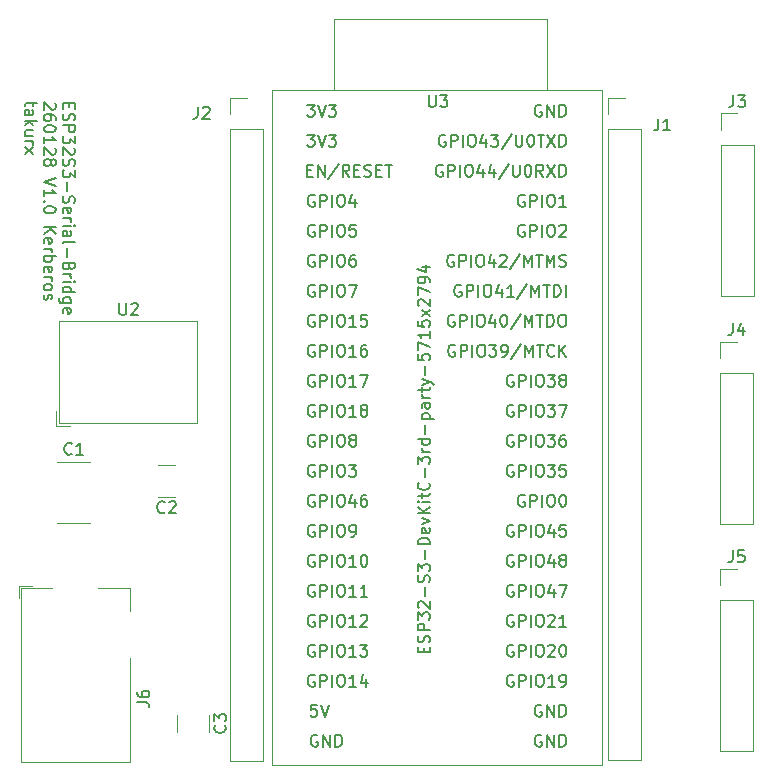
<source format=gbr>
%TF.GenerationSoftware,KiCad,Pcbnew,9.0.5*%
%TF.CreationDate,2026-01-28T15:10:35+09:00*%
%TF.ProjectId,esp32s3_serial_bridge_pcb,65737033-3273-4335-9f73-657269616c5f,V1.0*%
%TF.SameCoordinates,Original*%
%TF.FileFunction,Legend,Top*%
%TF.FilePolarity,Positive*%
%FSLAX46Y46*%
G04 Gerber Fmt 4.6, Leading zero omitted, Abs format (unit mm)*
G04 Created by KiCad (PCBNEW 9.0.5) date 2026-01-28 15:10:35*
%MOMM*%
%LPD*%
G01*
G04 APERTURE LIST*
%ADD10C,0.200000*%
%ADD11C,0.150000*%
%ADD12C,0.120000*%
G04 APERTURE END LIST*
D10*
X108776478Y-76169673D02*
X108776478Y-76503006D01*
X108252668Y-76645863D02*
X108252668Y-76169673D01*
X108252668Y-76169673D02*
X109252668Y-76169673D01*
X109252668Y-76169673D02*
X109252668Y-76645863D01*
X108300288Y-77026816D02*
X108252668Y-77169673D01*
X108252668Y-77169673D02*
X108252668Y-77407768D01*
X108252668Y-77407768D02*
X108300288Y-77503006D01*
X108300288Y-77503006D02*
X108347907Y-77550625D01*
X108347907Y-77550625D02*
X108443145Y-77598244D01*
X108443145Y-77598244D02*
X108538383Y-77598244D01*
X108538383Y-77598244D02*
X108633621Y-77550625D01*
X108633621Y-77550625D02*
X108681240Y-77503006D01*
X108681240Y-77503006D02*
X108728859Y-77407768D01*
X108728859Y-77407768D02*
X108776478Y-77217292D01*
X108776478Y-77217292D02*
X108824097Y-77122054D01*
X108824097Y-77122054D02*
X108871716Y-77074435D01*
X108871716Y-77074435D02*
X108966954Y-77026816D01*
X108966954Y-77026816D02*
X109062192Y-77026816D01*
X109062192Y-77026816D02*
X109157430Y-77074435D01*
X109157430Y-77074435D02*
X109205049Y-77122054D01*
X109205049Y-77122054D02*
X109252668Y-77217292D01*
X109252668Y-77217292D02*
X109252668Y-77455387D01*
X109252668Y-77455387D02*
X109205049Y-77598244D01*
X108252668Y-78026816D02*
X109252668Y-78026816D01*
X109252668Y-78026816D02*
X109252668Y-78407768D01*
X109252668Y-78407768D02*
X109205049Y-78503006D01*
X109205049Y-78503006D02*
X109157430Y-78550625D01*
X109157430Y-78550625D02*
X109062192Y-78598244D01*
X109062192Y-78598244D02*
X108919335Y-78598244D01*
X108919335Y-78598244D02*
X108824097Y-78550625D01*
X108824097Y-78550625D02*
X108776478Y-78503006D01*
X108776478Y-78503006D02*
X108728859Y-78407768D01*
X108728859Y-78407768D02*
X108728859Y-78026816D01*
X109252668Y-78931578D02*
X109252668Y-79550625D01*
X109252668Y-79550625D02*
X108871716Y-79217292D01*
X108871716Y-79217292D02*
X108871716Y-79360149D01*
X108871716Y-79360149D02*
X108824097Y-79455387D01*
X108824097Y-79455387D02*
X108776478Y-79503006D01*
X108776478Y-79503006D02*
X108681240Y-79550625D01*
X108681240Y-79550625D02*
X108443145Y-79550625D01*
X108443145Y-79550625D02*
X108347907Y-79503006D01*
X108347907Y-79503006D02*
X108300288Y-79455387D01*
X108300288Y-79455387D02*
X108252668Y-79360149D01*
X108252668Y-79360149D02*
X108252668Y-79074435D01*
X108252668Y-79074435D02*
X108300288Y-78979197D01*
X108300288Y-78979197D02*
X108347907Y-78931578D01*
X109157430Y-79931578D02*
X109205049Y-79979197D01*
X109205049Y-79979197D02*
X109252668Y-80074435D01*
X109252668Y-80074435D02*
X109252668Y-80312530D01*
X109252668Y-80312530D02*
X109205049Y-80407768D01*
X109205049Y-80407768D02*
X109157430Y-80455387D01*
X109157430Y-80455387D02*
X109062192Y-80503006D01*
X109062192Y-80503006D02*
X108966954Y-80503006D01*
X108966954Y-80503006D02*
X108824097Y-80455387D01*
X108824097Y-80455387D02*
X108252668Y-79883959D01*
X108252668Y-79883959D02*
X108252668Y-80503006D01*
X108300288Y-80883959D02*
X108252668Y-81026816D01*
X108252668Y-81026816D02*
X108252668Y-81264911D01*
X108252668Y-81264911D02*
X108300288Y-81360149D01*
X108300288Y-81360149D02*
X108347907Y-81407768D01*
X108347907Y-81407768D02*
X108443145Y-81455387D01*
X108443145Y-81455387D02*
X108538383Y-81455387D01*
X108538383Y-81455387D02*
X108633621Y-81407768D01*
X108633621Y-81407768D02*
X108681240Y-81360149D01*
X108681240Y-81360149D02*
X108728859Y-81264911D01*
X108728859Y-81264911D02*
X108776478Y-81074435D01*
X108776478Y-81074435D02*
X108824097Y-80979197D01*
X108824097Y-80979197D02*
X108871716Y-80931578D01*
X108871716Y-80931578D02*
X108966954Y-80883959D01*
X108966954Y-80883959D02*
X109062192Y-80883959D01*
X109062192Y-80883959D02*
X109157430Y-80931578D01*
X109157430Y-80931578D02*
X109205049Y-80979197D01*
X109205049Y-80979197D02*
X109252668Y-81074435D01*
X109252668Y-81074435D02*
X109252668Y-81312530D01*
X109252668Y-81312530D02*
X109205049Y-81455387D01*
X109252668Y-81788721D02*
X109252668Y-82407768D01*
X109252668Y-82407768D02*
X108871716Y-82074435D01*
X108871716Y-82074435D02*
X108871716Y-82217292D01*
X108871716Y-82217292D02*
X108824097Y-82312530D01*
X108824097Y-82312530D02*
X108776478Y-82360149D01*
X108776478Y-82360149D02*
X108681240Y-82407768D01*
X108681240Y-82407768D02*
X108443145Y-82407768D01*
X108443145Y-82407768D02*
X108347907Y-82360149D01*
X108347907Y-82360149D02*
X108300288Y-82312530D01*
X108300288Y-82312530D02*
X108252668Y-82217292D01*
X108252668Y-82217292D02*
X108252668Y-81931578D01*
X108252668Y-81931578D02*
X108300288Y-81836340D01*
X108300288Y-81836340D02*
X108347907Y-81788721D01*
X108633621Y-82836340D02*
X108633621Y-83598245D01*
X108300288Y-84026816D02*
X108252668Y-84169673D01*
X108252668Y-84169673D02*
X108252668Y-84407768D01*
X108252668Y-84407768D02*
X108300288Y-84503006D01*
X108300288Y-84503006D02*
X108347907Y-84550625D01*
X108347907Y-84550625D02*
X108443145Y-84598244D01*
X108443145Y-84598244D02*
X108538383Y-84598244D01*
X108538383Y-84598244D02*
X108633621Y-84550625D01*
X108633621Y-84550625D02*
X108681240Y-84503006D01*
X108681240Y-84503006D02*
X108728859Y-84407768D01*
X108728859Y-84407768D02*
X108776478Y-84217292D01*
X108776478Y-84217292D02*
X108824097Y-84122054D01*
X108824097Y-84122054D02*
X108871716Y-84074435D01*
X108871716Y-84074435D02*
X108966954Y-84026816D01*
X108966954Y-84026816D02*
X109062192Y-84026816D01*
X109062192Y-84026816D02*
X109157430Y-84074435D01*
X109157430Y-84074435D02*
X109205049Y-84122054D01*
X109205049Y-84122054D02*
X109252668Y-84217292D01*
X109252668Y-84217292D02*
X109252668Y-84455387D01*
X109252668Y-84455387D02*
X109205049Y-84598244D01*
X108300288Y-85407768D02*
X108252668Y-85312530D01*
X108252668Y-85312530D02*
X108252668Y-85122054D01*
X108252668Y-85122054D02*
X108300288Y-85026816D01*
X108300288Y-85026816D02*
X108395526Y-84979197D01*
X108395526Y-84979197D02*
X108776478Y-84979197D01*
X108776478Y-84979197D02*
X108871716Y-85026816D01*
X108871716Y-85026816D02*
X108919335Y-85122054D01*
X108919335Y-85122054D02*
X108919335Y-85312530D01*
X108919335Y-85312530D02*
X108871716Y-85407768D01*
X108871716Y-85407768D02*
X108776478Y-85455387D01*
X108776478Y-85455387D02*
X108681240Y-85455387D01*
X108681240Y-85455387D02*
X108586002Y-84979197D01*
X108252668Y-85883959D02*
X108919335Y-85883959D01*
X108728859Y-85883959D02*
X108824097Y-85931578D01*
X108824097Y-85931578D02*
X108871716Y-85979197D01*
X108871716Y-85979197D02*
X108919335Y-86074435D01*
X108919335Y-86074435D02*
X108919335Y-86169673D01*
X108252668Y-86503007D02*
X108919335Y-86503007D01*
X109252668Y-86503007D02*
X109205049Y-86455388D01*
X109205049Y-86455388D02*
X109157430Y-86503007D01*
X109157430Y-86503007D02*
X109205049Y-86550626D01*
X109205049Y-86550626D02*
X109252668Y-86503007D01*
X109252668Y-86503007D02*
X109157430Y-86503007D01*
X108252668Y-87407768D02*
X108776478Y-87407768D01*
X108776478Y-87407768D02*
X108871716Y-87360149D01*
X108871716Y-87360149D02*
X108919335Y-87264911D01*
X108919335Y-87264911D02*
X108919335Y-87074435D01*
X108919335Y-87074435D02*
X108871716Y-86979197D01*
X108300288Y-87407768D02*
X108252668Y-87312530D01*
X108252668Y-87312530D02*
X108252668Y-87074435D01*
X108252668Y-87074435D02*
X108300288Y-86979197D01*
X108300288Y-86979197D02*
X108395526Y-86931578D01*
X108395526Y-86931578D02*
X108490764Y-86931578D01*
X108490764Y-86931578D02*
X108586002Y-86979197D01*
X108586002Y-86979197D02*
X108633621Y-87074435D01*
X108633621Y-87074435D02*
X108633621Y-87312530D01*
X108633621Y-87312530D02*
X108681240Y-87407768D01*
X108252668Y-88026816D02*
X108300288Y-87931578D01*
X108300288Y-87931578D02*
X108395526Y-87883959D01*
X108395526Y-87883959D02*
X109252668Y-87883959D01*
X108633621Y-88407769D02*
X108633621Y-89169674D01*
X108776478Y-89979197D02*
X108728859Y-90122054D01*
X108728859Y-90122054D02*
X108681240Y-90169673D01*
X108681240Y-90169673D02*
X108586002Y-90217292D01*
X108586002Y-90217292D02*
X108443145Y-90217292D01*
X108443145Y-90217292D02*
X108347907Y-90169673D01*
X108347907Y-90169673D02*
X108300288Y-90122054D01*
X108300288Y-90122054D02*
X108252668Y-90026816D01*
X108252668Y-90026816D02*
X108252668Y-89645864D01*
X108252668Y-89645864D02*
X109252668Y-89645864D01*
X109252668Y-89645864D02*
X109252668Y-89979197D01*
X109252668Y-89979197D02*
X109205049Y-90074435D01*
X109205049Y-90074435D02*
X109157430Y-90122054D01*
X109157430Y-90122054D02*
X109062192Y-90169673D01*
X109062192Y-90169673D02*
X108966954Y-90169673D01*
X108966954Y-90169673D02*
X108871716Y-90122054D01*
X108871716Y-90122054D02*
X108824097Y-90074435D01*
X108824097Y-90074435D02*
X108776478Y-89979197D01*
X108776478Y-89979197D02*
X108776478Y-89645864D01*
X108252668Y-90645864D02*
X108919335Y-90645864D01*
X108728859Y-90645864D02*
X108824097Y-90693483D01*
X108824097Y-90693483D02*
X108871716Y-90741102D01*
X108871716Y-90741102D02*
X108919335Y-90836340D01*
X108919335Y-90836340D02*
X108919335Y-90931578D01*
X108252668Y-91264912D02*
X108919335Y-91264912D01*
X109252668Y-91264912D02*
X109205049Y-91217293D01*
X109205049Y-91217293D02*
X109157430Y-91264912D01*
X109157430Y-91264912D02*
X109205049Y-91312531D01*
X109205049Y-91312531D02*
X109252668Y-91264912D01*
X109252668Y-91264912D02*
X109157430Y-91264912D01*
X108252668Y-92169673D02*
X109252668Y-92169673D01*
X108300288Y-92169673D02*
X108252668Y-92074435D01*
X108252668Y-92074435D02*
X108252668Y-91883959D01*
X108252668Y-91883959D02*
X108300288Y-91788721D01*
X108300288Y-91788721D02*
X108347907Y-91741102D01*
X108347907Y-91741102D02*
X108443145Y-91693483D01*
X108443145Y-91693483D02*
X108728859Y-91693483D01*
X108728859Y-91693483D02*
X108824097Y-91741102D01*
X108824097Y-91741102D02*
X108871716Y-91788721D01*
X108871716Y-91788721D02*
X108919335Y-91883959D01*
X108919335Y-91883959D02*
X108919335Y-92074435D01*
X108919335Y-92074435D02*
X108871716Y-92169673D01*
X108919335Y-93074435D02*
X108109811Y-93074435D01*
X108109811Y-93074435D02*
X108014573Y-93026816D01*
X108014573Y-93026816D02*
X107966954Y-92979197D01*
X107966954Y-92979197D02*
X107919335Y-92883959D01*
X107919335Y-92883959D02*
X107919335Y-92741102D01*
X107919335Y-92741102D02*
X107966954Y-92645864D01*
X108300288Y-93074435D02*
X108252668Y-92979197D01*
X108252668Y-92979197D02*
X108252668Y-92788721D01*
X108252668Y-92788721D02*
X108300288Y-92693483D01*
X108300288Y-92693483D02*
X108347907Y-92645864D01*
X108347907Y-92645864D02*
X108443145Y-92598245D01*
X108443145Y-92598245D02*
X108728859Y-92598245D01*
X108728859Y-92598245D02*
X108824097Y-92645864D01*
X108824097Y-92645864D02*
X108871716Y-92693483D01*
X108871716Y-92693483D02*
X108919335Y-92788721D01*
X108919335Y-92788721D02*
X108919335Y-92979197D01*
X108919335Y-92979197D02*
X108871716Y-93074435D01*
X108300288Y-93931578D02*
X108252668Y-93836340D01*
X108252668Y-93836340D02*
X108252668Y-93645864D01*
X108252668Y-93645864D02*
X108300288Y-93550626D01*
X108300288Y-93550626D02*
X108395526Y-93503007D01*
X108395526Y-93503007D02*
X108776478Y-93503007D01*
X108776478Y-93503007D02*
X108871716Y-93550626D01*
X108871716Y-93550626D02*
X108919335Y-93645864D01*
X108919335Y-93645864D02*
X108919335Y-93836340D01*
X108919335Y-93836340D02*
X108871716Y-93931578D01*
X108871716Y-93931578D02*
X108776478Y-93979197D01*
X108776478Y-93979197D02*
X108681240Y-93979197D01*
X108681240Y-93979197D02*
X108586002Y-93503007D01*
X107547486Y-76122054D02*
X107595105Y-76169673D01*
X107595105Y-76169673D02*
X107642724Y-76264911D01*
X107642724Y-76264911D02*
X107642724Y-76503006D01*
X107642724Y-76503006D02*
X107595105Y-76598244D01*
X107595105Y-76598244D02*
X107547486Y-76645863D01*
X107547486Y-76645863D02*
X107452248Y-76693482D01*
X107452248Y-76693482D02*
X107357010Y-76693482D01*
X107357010Y-76693482D02*
X107214153Y-76645863D01*
X107214153Y-76645863D02*
X106642724Y-76074435D01*
X106642724Y-76074435D02*
X106642724Y-76693482D01*
X107642724Y-77550625D02*
X107642724Y-77360149D01*
X107642724Y-77360149D02*
X107595105Y-77264911D01*
X107595105Y-77264911D02*
X107547486Y-77217292D01*
X107547486Y-77217292D02*
X107404629Y-77122054D01*
X107404629Y-77122054D02*
X107214153Y-77074435D01*
X107214153Y-77074435D02*
X106833201Y-77074435D01*
X106833201Y-77074435D02*
X106737963Y-77122054D01*
X106737963Y-77122054D02*
X106690344Y-77169673D01*
X106690344Y-77169673D02*
X106642724Y-77264911D01*
X106642724Y-77264911D02*
X106642724Y-77455387D01*
X106642724Y-77455387D02*
X106690344Y-77550625D01*
X106690344Y-77550625D02*
X106737963Y-77598244D01*
X106737963Y-77598244D02*
X106833201Y-77645863D01*
X106833201Y-77645863D02*
X107071296Y-77645863D01*
X107071296Y-77645863D02*
X107166534Y-77598244D01*
X107166534Y-77598244D02*
X107214153Y-77550625D01*
X107214153Y-77550625D02*
X107261772Y-77455387D01*
X107261772Y-77455387D02*
X107261772Y-77264911D01*
X107261772Y-77264911D02*
X107214153Y-77169673D01*
X107214153Y-77169673D02*
X107166534Y-77122054D01*
X107166534Y-77122054D02*
X107071296Y-77074435D01*
X107642724Y-78264911D02*
X107642724Y-78360149D01*
X107642724Y-78360149D02*
X107595105Y-78455387D01*
X107595105Y-78455387D02*
X107547486Y-78503006D01*
X107547486Y-78503006D02*
X107452248Y-78550625D01*
X107452248Y-78550625D02*
X107261772Y-78598244D01*
X107261772Y-78598244D02*
X107023677Y-78598244D01*
X107023677Y-78598244D02*
X106833201Y-78550625D01*
X106833201Y-78550625D02*
X106737963Y-78503006D01*
X106737963Y-78503006D02*
X106690344Y-78455387D01*
X106690344Y-78455387D02*
X106642724Y-78360149D01*
X106642724Y-78360149D02*
X106642724Y-78264911D01*
X106642724Y-78264911D02*
X106690344Y-78169673D01*
X106690344Y-78169673D02*
X106737963Y-78122054D01*
X106737963Y-78122054D02*
X106833201Y-78074435D01*
X106833201Y-78074435D02*
X107023677Y-78026816D01*
X107023677Y-78026816D02*
X107261772Y-78026816D01*
X107261772Y-78026816D02*
X107452248Y-78074435D01*
X107452248Y-78074435D02*
X107547486Y-78122054D01*
X107547486Y-78122054D02*
X107595105Y-78169673D01*
X107595105Y-78169673D02*
X107642724Y-78264911D01*
X106642724Y-79550625D02*
X106642724Y-78979197D01*
X106642724Y-79264911D02*
X107642724Y-79264911D01*
X107642724Y-79264911D02*
X107499867Y-79169673D01*
X107499867Y-79169673D02*
X107404629Y-79074435D01*
X107404629Y-79074435D02*
X107357010Y-78979197D01*
X107547486Y-79931578D02*
X107595105Y-79979197D01*
X107595105Y-79979197D02*
X107642724Y-80074435D01*
X107642724Y-80074435D02*
X107642724Y-80312530D01*
X107642724Y-80312530D02*
X107595105Y-80407768D01*
X107595105Y-80407768D02*
X107547486Y-80455387D01*
X107547486Y-80455387D02*
X107452248Y-80503006D01*
X107452248Y-80503006D02*
X107357010Y-80503006D01*
X107357010Y-80503006D02*
X107214153Y-80455387D01*
X107214153Y-80455387D02*
X106642724Y-79883959D01*
X106642724Y-79883959D02*
X106642724Y-80503006D01*
X107214153Y-81074435D02*
X107261772Y-80979197D01*
X107261772Y-80979197D02*
X107309391Y-80931578D01*
X107309391Y-80931578D02*
X107404629Y-80883959D01*
X107404629Y-80883959D02*
X107452248Y-80883959D01*
X107452248Y-80883959D02*
X107547486Y-80931578D01*
X107547486Y-80931578D02*
X107595105Y-80979197D01*
X107595105Y-80979197D02*
X107642724Y-81074435D01*
X107642724Y-81074435D02*
X107642724Y-81264911D01*
X107642724Y-81264911D02*
X107595105Y-81360149D01*
X107595105Y-81360149D02*
X107547486Y-81407768D01*
X107547486Y-81407768D02*
X107452248Y-81455387D01*
X107452248Y-81455387D02*
X107404629Y-81455387D01*
X107404629Y-81455387D02*
X107309391Y-81407768D01*
X107309391Y-81407768D02*
X107261772Y-81360149D01*
X107261772Y-81360149D02*
X107214153Y-81264911D01*
X107214153Y-81264911D02*
X107214153Y-81074435D01*
X107214153Y-81074435D02*
X107166534Y-80979197D01*
X107166534Y-80979197D02*
X107118915Y-80931578D01*
X107118915Y-80931578D02*
X107023677Y-80883959D01*
X107023677Y-80883959D02*
X106833201Y-80883959D01*
X106833201Y-80883959D02*
X106737963Y-80931578D01*
X106737963Y-80931578D02*
X106690344Y-80979197D01*
X106690344Y-80979197D02*
X106642724Y-81074435D01*
X106642724Y-81074435D02*
X106642724Y-81264911D01*
X106642724Y-81264911D02*
X106690344Y-81360149D01*
X106690344Y-81360149D02*
X106737963Y-81407768D01*
X106737963Y-81407768D02*
X106833201Y-81455387D01*
X106833201Y-81455387D02*
X107023677Y-81455387D01*
X107023677Y-81455387D02*
X107118915Y-81407768D01*
X107118915Y-81407768D02*
X107166534Y-81360149D01*
X107166534Y-81360149D02*
X107214153Y-81264911D01*
X107642724Y-82503007D02*
X106642724Y-82836340D01*
X106642724Y-82836340D02*
X107642724Y-83169673D01*
X106642724Y-84026816D02*
X106642724Y-83455388D01*
X106642724Y-83741102D02*
X107642724Y-83741102D01*
X107642724Y-83741102D02*
X107499867Y-83645864D01*
X107499867Y-83645864D02*
X107404629Y-83550626D01*
X107404629Y-83550626D02*
X107357010Y-83455388D01*
X106737963Y-84455388D02*
X106690344Y-84503007D01*
X106690344Y-84503007D02*
X106642724Y-84455388D01*
X106642724Y-84455388D02*
X106690344Y-84407769D01*
X106690344Y-84407769D02*
X106737963Y-84455388D01*
X106737963Y-84455388D02*
X106642724Y-84455388D01*
X107642724Y-85122054D02*
X107642724Y-85217292D01*
X107642724Y-85217292D02*
X107595105Y-85312530D01*
X107595105Y-85312530D02*
X107547486Y-85360149D01*
X107547486Y-85360149D02*
X107452248Y-85407768D01*
X107452248Y-85407768D02*
X107261772Y-85455387D01*
X107261772Y-85455387D02*
X107023677Y-85455387D01*
X107023677Y-85455387D02*
X106833201Y-85407768D01*
X106833201Y-85407768D02*
X106737963Y-85360149D01*
X106737963Y-85360149D02*
X106690344Y-85312530D01*
X106690344Y-85312530D02*
X106642724Y-85217292D01*
X106642724Y-85217292D02*
X106642724Y-85122054D01*
X106642724Y-85122054D02*
X106690344Y-85026816D01*
X106690344Y-85026816D02*
X106737963Y-84979197D01*
X106737963Y-84979197D02*
X106833201Y-84931578D01*
X106833201Y-84931578D02*
X107023677Y-84883959D01*
X107023677Y-84883959D02*
X107261772Y-84883959D01*
X107261772Y-84883959D02*
X107452248Y-84931578D01*
X107452248Y-84931578D02*
X107547486Y-84979197D01*
X107547486Y-84979197D02*
X107595105Y-85026816D01*
X107595105Y-85026816D02*
X107642724Y-85122054D01*
X106642724Y-86645864D02*
X107642724Y-86645864D01*
X106642724Y-87217292D02*
X107214153Y-86788721D01*
X107642724Y-87217292D02*
X107071296Y-86645864D01*
X106690344Y-88026816D02*
X106642724Y-87931578D01*
X106642724Y-87931578D02*
X106642724Y-87741102D01*
X106642724Y-87741102D02*
X106690344Y-87645864D01*
X106690344Y-87645864D02*
X106785582Y-87598245D01*
X106785582Y-87598245D02*
X107166534Y-87598245D01*
X107166534Y-87598245D02*
X107261772Y-87645864D01*
X107261772Y-87645864D02*
X107309391Y-87741102D01*
X107309391Y-87741102D02*
X107309391Y-87931578D01*
X107309391Y-87931578D02*
X107261772Y-88026816D01*
X107261772Y-88026816D02*
X107166534Y-88074435D01*
X107166534Y-88074435D02*
X107071296Y-88074435D01*
X107071296Y-88074435D02*
X106976058Y-87598245D01*
X106642724Y-88503007D02*
X107309391Y-88503007D01*
X107118915Y-88503007D02*
X107214153Y-88550626D01*
X107214153Y-88550626D02*
X107261772Y-88598245D01*
X107261772Y-88598245D02*
X107309391Y-88693483D01*
X107309391Y-88693483D02*
X107309391Y-88788721D01*
X106642724Y-89122055D02*
X107642724Y-89122055D01*
X107261772Y-89122055D02*
X107309391Y-89217293D01*
X107309391Y-89217293D02*
X107309391Y-89407769D01*
X107309391Y-89407769D02*
X107261772Y-89503007D01*
X107261772Y-89503007D02*
X107214153Y-89550626D01*
X107214153Y-89550626D02*
X107118915Y-89598245D01*
X107118915Y-89598245D02*
X106833201Y-89598245D01*
X106833201Y-89598245D02*
X106737963Y-89550626D01*
X106737963Y-89550626D02*
X106690344Y-89503007D01*
X106690344Y-89503007D02*
X106642724Y-89407769D01*
X106642724Y-89407769D02*
X106642724Y-89217293D01*
X106642724Y-89217293D02*
X106690344Y-89122055D01*
X106690344Y-90407769D02*
X106642724Y-90312531D01*
X106642724Y-90312531D02*
X106642724Y-90122055D01*
X106642724Y-90122055D02*
X106690344Y-90026817D01*
X106690344Y-90026817D02*
X106785582Y-89979198D01*
X106785582Y-89979198D02*
X107166534Y-89979198D01*
X107166534Y-89979198D02*
X107261772Y-90026817D01*
X107261772Y-90026817D02*
X107309391Y-90122055D01*
X107309391Y-90122055D02*
X107309391Y-90312531D01*
X107309391Y-90312531D02*
X107261772Y-90407769D01*
X107261772Y-90407769D02*
X107166534Y-90455388D01*
X107166534Y-90455388D02*
X107071296Y-90455388D01*
X107071296Y-90455388D02*
X106976058Y-89979198D01*
X106642724Y-90883960D02*
X107309391Y-90883960D01*
X107118915Y-90883960D02*
X107214153Y-90931579D01*
X107214153Y-90931579D02*
X107261772Y-90979198D01*
X107261772Y-90979198D02*
X107309391Y-91074436D01*
X107309391Y-91074436D02*
X107309391Y-91169674D01*
X106642724Y-91645865D02*
X106690344Y-91550627D01*
X106690344Y-91550627D02*
X106737963Y-91503008D01*
X106737963Y-91503008D02*
X106833201Y-91455389D01*
X106833201Y-91455389D02*
X107118915Y-91455389D01*
X107118915Y-91455389D02*
X107214153Y-91503008D01*
X107214153Y-91503008D02*
X107261772Y-91550627D01*
X107261772Y-91550627D02*
X107309391Y-91645865D01*
X107309391Y-91645865D02*
X107309391Y-91788722D01*
X107309391Y-91788722D02*
X107261772Y-91883960D01*
X107261772Y-91883960D02*
X107214153Y-91931579D01*
X107214153Y-91931579D02*
X107118915Y-91979198D01*
X107118915Y-91979198D02*
X106833201Y-91979198D01*
X106833201Y-91979198D02*
X106737963Y-91931579D01*
X106737963Y-91931579D02*
X106690344Y-91883960D01*
X106690344Y-91883960D02*
X106642724Y-91788722D01*
X106642724Y-91788722D02*
X106642724Y-91645865D01*
X106690344Y-92360151D02*
X106642724Y-92455389D01*
X106642724Y-92455389D02*
X106642724Y-92645865D01*
X106642724Y-92645865D02*
X106690344Y-92741103D01*
X106690344Y-92741103D02*
X106785582Y-92788722D01*
X106785582Y-92788722D02*
X106833201Y-92788722D01*
X106833201Y-92788722D02*
X106928439Y-92741103D01*
X106928439Y-92741103D02*
X106976058Y-92645865D01*
X106976058Y-92645865D02*
X106976058Y-92503008D01*
X106976058Y-92503008D02*
X107023677Y-92407770D01*
X107023677Y-92407770D02*
X107118915Y-92360151D01*
X107118915Y-92360151D02*
X107166534Y-92360151D01*
X107166534Y-92360151D02*
X107261772Y-92407770D01*
X107261772Y-92407770D02*
X107309391Y-92503008D01*
X107309391Y-92503008D02*
X107309391Y-92645865D01*
X107309391Y-92645865D02*
X107261772Y-92741103D01*
X105699447Y-76026816D02*
X105699447Y-76407768D01*
X106032780Y-76169673D02*
X105175638Y-76169673D01*
X105175638Y-76169673D02*
X105080400Y-76217292D01*
X105080400Y-76217292D02*
X105032780Y-76312530D01*
X105032780Y-76312530D02*
X105032780Y-76407768D01*
X105032780Y-77169673D02*
X105556590Y-77169673D01*
X105556590Y-77169673D02*
X105651828Y-77122054D01*
X105651828Y-77122054D02*
X105699447Y-77026816D01*
X105699447Y-77026816D02*
X105699447Y-76836340D01*
X105699447Y-76836340D02*
X105651828Y-76741102D01*
X105080400Y-77169673D02*
X105032780Y-77074435D01*
X105032780Y-77074435D02*
X105032780Y-76836340D01*
X105032780Y-76836340D02*
X105080400Y-76741102D01*
X105080400Y-76741102D02*
X105175638Y-76693483D01*
X105175638Y-76693483D02*
X105270876Y-76693483D01*
X105270876Y-76693483D02*
X105366114Y-76741102D01*
X105366114Y-76741102D02*
X105413733Y-76836340D01*
X105413733Y-76836340D02*
X105413733Y-77074435D01*
X105413733Y-77074435D02*
X105461352Y-77169673D01*
X105032780Y-77645864D02*
X106032780Y-77645864D01*
X105413733Y-77741102D02*
X105032780Y-78026816D01*
X105699447Y-78026816D02*
X105318495Y-77645864D01*
X105699447Y-78883959D02*
X105032780Y-78883959D01*
X105699447Y-78455388D02*
X105175638Y-78455388D01*
X105175638Y-78455388D02*
X105080400Y-78503007D01*
X105080400Y-78503007D02*
X105032780Y-78598245D01*
X105032780Y-78598245D02*
X105032780Y-78741102D01*
X105032780Y-78741102D02*
X105080400Y-78836340D01*
X105080400Y-78836340D02*
X105128019Y-78883959D01*
X105032780Y-79360150D02*
X105699447Y-79360150D01*
X105508971Y-79360150D02*
X105604209Y-79407769D01*
X105604209Y-79407769D02*
X105651828Y-79455388D01*
X105651828Y-79455388D02*
X105699447Y-79550626D01*
X105699447Y-79550626D02*
X105699447Y-79645864D01*
X105032780Y-79883960D02*
X105699447Y-80407769D01*
X105699447Y-79883960D02*
X105032780Y-80407769D01*
D11*
X139238095Y-75454819D02*
X139238095Y-76264342D01*
X139238095Y-76264342D02*
X139285714Y-76359580D01*
X139285714Y-76359580D02*
X139333333Y-76407200D01*
X139333333Y-76407200D02*
X139428571Y-76454819D01*
X139428571Y-76454819D02*
X139619047Y-76454819D01*
X139619047Y-76454819D02*
X139714285Y-76407200D01*
X139714285Y-76407200D02*
X139761904Y-76359580D01*
X139761904Y-76359580D02*
X139809523Y-76264342D01*
X139809523Y-76264342D02*
X139809523Y-75454819D01*
X140190476Y-75454819D02*
X140809523Y-75454819D01*
X140809523Y-75454819D02*
X140476190Y-75835771D01*
X140476190Y-75835771D02*
X140619047Y-75835771D01*
X140619047Y-75835771D02*
X140714285Y-75883390D01*
X140714285Y-75883390D02*
X140761904Y-75931009D01*
X140761904Y-75931009D02*
X140809523Y-76026247D01*
X140809523Y-76026247D02*
X140809523Y-76264342D01*
X140809523Y-76264342D02*
X140761904Y-76359580D01*
X140761904Y-76359580D02*
X140714285Y-76407200D01*
X140714285Y-76407200D02*
X140619047Y-76454819D01*
X140619047Y-76454819D02*
X140333333Y-76454819D01*
X140333333Y-76454819D02*
X140238095Y-76407200D01*
X140238095Y-76407200D02*
X140190476Y-76359580D01*
X138782329Y-122646623D02*
X138782329Y-122313290D01*
X139306139Y-122170433D02*
X139306139Y-122646623D01*
X139306139Y-122646623D02*
X138306139Y-122646623D01*
X138306139Y-122646623D02*
X138306139Y-122170433D01*
X139258520Y-121789480D02*
X139306139Y-121646623D01*
X139306139Y-121646623D02*
X139306139Y-121408528D01*
X139306139Y-121408528D02*
X139258520Y-121313290D01*
X139258520Y-121313290D02*
X139210900Y-121265671D01*
X139210900Y-121265671D02*
X139115662Y-121218052D01*
X139115662Y-121218052D02*
X139020424Y-121218052D01*
X139020424Y-121218052D02*
X138925186Y-121265671D01*
X138925186Y-121265671D02*
X138877567Y-121313290D01*
X138877567Y-121313290D02*
X138829948Y-121408528D01*
X138829948Y-121408528D02*
X138782329Y-121599004D01*
X138782329Y-121599004D02*
X138734710Y-121694242D01*
X138734710Y-121694242D02*
X138687091Y-121741861D01*
X138687091Y-121741861D02*
X138591853Y-121789480D01*
X138591853Y-121789480D02*
X138496615Y-121789480D01*
X138496615Y-121789480D02*
X138401377Y-121741861D01*
X138401377Y-121741861D02*
X138353758Y-121694242D01*
X138353758Y-121694242D02*
X138306139Y-121599004D01*
X138306139Y-121599004D02*
X138306139Y-121360909D01*
X138306139Y-121360909D02*
X138353758Y-121218052D01*
X139306139Y-120789480D02*
X138306139Y-120789480D01*
X138306139Y-120789480D02*
X138306139Y-120408528D01*
X138306139Y-120408528D02*
X138353758Y-120313290D01*
X138353758Y-120313290D02*
X138401377Y-120265671D01*
X138401377Y-120265671D02*
X138496615Y-120218052D01*
X138496615Y-120218052D02*
X138639472Y-120218052D01*
X138639472Y-120218052D02*
X138734710Y-120265671D01*
X138734710Y-120265671D02*
X138782329Y-120313290D01*
X138782329Y-120313290D02*
X138829948Y-120408528D01*
X138829948Y-120408528D02*
X138829948Y-120789480D01*
X138306139Y-119884718D02*
X138306139Y-119265671D01*
X138306139Y-119265671D02*
X138687091Y-119599004D01*
X138687091Y-119599004D02*
X138687091Y-119456147D01*
X138687091Y-119456147D02*
X138734710Y-119360909D01*
X138734710Y-119360909D02*
X138782329Y-119313290D01*
X138782329Y-119313290D02*
X138877567Y-119265671D01*
X138877567Y-119265671D02*
X139115662Y-119265671D01*
X139115662Y-119265671D02*
X139210900Y-119313290D01*
X139210900Y-119313290D02*
X139258520Y-119360909D01*
X139258520Y-119360909D02*
X139306139Y-119456147D01*
X139306139Y-119456147D02*
X139306139Y-119741861D01*
X139306139Y-119741861D02*
X139258520Y-119837099D01*
X139258520Y-119837099D02*
X139210900Y-119884718D01*
X138401377Y-118884718D02*
X138353758Y-118837099D01*
X138353758Y-118837099D02*
X138306139Y-118741861D01*
X138306139Y-118741861D02*
X138306139Y-118503766D01*
X138306139Y-118503766D02*
X138353758Y-118408528D01*
X138353758Y-118408528D02*
X138401377Y-118360909D01*
X138401377Y-118360909D02*
X138496615Y-118313290D01*
X138496615Y-118313290D02*
X138591853Y-118313290D01*
X138591853Y-118313290D02*
X138734710Y-118360909D01*
X138734710Y-118360909D02*
X139306139Y-118932337D01*
X139306139Y-118932337D02*
X139306139Y-118313290D01*
X138925186Y-117884718D02*
X138925186Y-117122814D01*
X139258520Y-116694242D02*
X139306139Y-116551385D01*
X139306139Y-116551385D02*
X139306139Y-116313290D01*
X139306139Y-116313290D02*
X139258520Y-116218052D01*
X139258520Y-116218052D02*
X139210900Y-116170433D01*
X139210900Y-116170433D02*
X139115662Y-116122814D01*
X139115662Y-116122814D02*
X139020424Y-116122814D01*
X139020424Y-116122814D02*
X138925186Y-116170433D01*
X138925186Y-116170433D02*
X138877567Y-116218052D01*
X138877567Y-116218052D02*
X138829948Y-116313290D01*
X138829948Y-116313290D02*
X138782329Y-116503766D01*
X138782329Y-116503766D02*
X138734710Y-116599004D01*
X138734710Y-116599004D02*
X138687091Y-116646623D01*
X138687091Y-116646623D02*
X138591853Y-116694242D01*
X138591853Y-116694242D02*
X138496615Y-116694242D01*
X138496615Y-116694242D02*
X138401377Y-116646623D01*
X138401377Y-116646623D02*
X138353758Y-116599004D01*
X138353758Y-116599004D02*
X138306139Y-116503766D01*
X138306139Y-116503766D02*
X138306139Y-116265671D01*
X138306139Y-116265671D02*
X138353758Y-116122814D01*
X138306139Y-115789480D02*
X138306139Y-115170433D01*
X138306139Y-115170433D02*
X138687091Y-115503766D01*
X138687091Y-115503766D02*
X138687091Y-115360909D01*
X138687091Y-115360909D02*
X138734710Y-115265671D01*
X138734710Y-115265671D02*
X138782329Y-115218052D01*
X138782329Y-115218052D02*
X138877567Y-115170433D01*
X138877567Y-115170433D02*
X139115662Y-115170433D01*
X139115662Y-115170433D02*
X139210900Y-115218052D01*
X139210900Y-115218052D02*
X139258520Y-115265671D01*
X139258520Y-115265671D02*
X139306139Y-115360909D01*
X139306139Y-115360909D02*
X139306139Y-115646623D01*
X139306139Y-115646623D02*
X139258520Y-115741861D01*
X139258520Y-115741861D02*
X139210900Y-115789480D01*
X138925186Y-114741861D02*
X138925186Y-113979957D01*
X139306139Y-113503766D02*
X138306139Y-113503766D01*
X138306139Y-113503766D02*
X138306139Y-113265671D01*
X138306139Y-113265671D02*
X138353758Y-113122814D01*
X138353758Y-113122814D02*
X138448996Y-113027576D01*
X138448996Y-113027576D02*
X138544234Y-112979957D01*
X138544234Y-112979957D02*
X138734710Y-112932338D01*
X138734710Y-112932338D02*
X138877567Y-112932338D01*
X138877567Y-112932338D02*
X139068043Y-112979957D01*
X139068043Y-112979957D02*
X139163281Y-113027576D01*
X139163281Y-113027576D02*
X139258520Y-113122814D01*
X139258520Y-113122814D02*
X139306139Y-113265671D01*
X139306139Y-113265671D02*
X139306139Y-113503766D01*
X139258520Y-112122814D02*
X139306139Y-112218052D01*
X139306139Y-112218052D02*
X139306139Y-112408528D01*
X139306139Y-112408528D02*
X139258520Y-112503766D01*
X139258520Y-112503766D02*
X139163281Y-112551385D01*
X139163281Y-112551385D02*
X138782329Y-112551385D01*
X138782329Y-112551385D02*
X138687091Y-112503766D01*
X138687091Y-112503766D02*
X138639472Y-112408528D01*
X138639472Y-112408528D02*
X138639472Y-112218052D01*
X138639472Y-112218052D02*
X138687091Y-112122814D01*
X138687091Y-112122814D02*
X138782329Y-112075195D01*
X138782329Y-112075195D02*
X138877567Y-112075195D01*
X138877567Y-112075195D02*
X138972805Y-112551385D01*
X138639472Y-111741861D02*
X139306139Y-111503766D01*
X139306139Y-111503766D02*
X138639472Y-111265671D01*
X139306139Y-110884718D02*
X138306139Y-110884718D01*
X139306139Y-110313290D02*
X138734710Y-110741861D01*
X138306139Y-110313290D02*
X138877567Y-110884718D01*
X139306139Y-109884718D02*
X138639472Y-109884718D01*
X138306139Y-109884718D02*
X138353758Y-109932337D01*
X138353758Y-109932337D02*
X138401377Y-109884718D01*
X138401377Y-109884718D02*
X138353758Y-109837099D01*
X138353758Y-109837099D02*
X138306139Y-109884718D01*
X138306139Y-109884718D02*
X138401377Y-109884718D01*
X138639472Y-109551385D02*
X138639472Y-109170433D01*
X138306139Y-109408528D02*
X139163281Y-109408528D01*
X139163281Y-109408528D02*
X139258520Y-109360909D01*
X139258520Y-109360909D02*
X139306139Y-109265671D01*
X139306139Y-109265671D02*
X139306139Y-109170433D01*
X139210900Y-108265671D02*
X139258520Y-108313290D01*
X139258520Y-108313290D02*
X139306139Y-108456147D01*
X139306139Y-108456147D02*
X139306139Y-108551385D01*
X139306139Y-108551385D02*
X139258520Y-108694242D01*
X139258520Y-108694242D02*
X139163281Y-108789480D01*
X139163281Y-108789480D02*
X139068043Y-108837099D01*
X139068043Y-108837099D02*
X138877567Y-108884718D01*
X138877567Y-108884718D02*
X138734710Y-108884718D01*
X138734710Y-108884718D02*
X138544234Y-108837099D01*
X138544234Y-108837099D02*
X138448996Y-108789480D01*
X138448996Y-108789480D02*
X138353758Y-108694242D01*
X138353758Y-108694242D02*
X138306139Y-108551385D01*
X138306139Y-108551385D02*
X138306139Y-108456147D01*
X138306139Y-108456147D02*
X138353758Y-108313290D01*
X138353758Y-108313290D02*
X138401377Y-108265671D01*
X138925186Y-107837099D02*
X138925186Y-107075195D01*
X138306139Y-106694242D02*
X138306139Y-106075195D01*
X138306139Y-106075195D02*
X138687091Y-106408528D01*
X138687091Y-106408528D02*
X138687091Y-106265671D01*
X138687091Y-106265671D02*
X138734710Y-106170433D01*
X138734710Y-106170433D02*
X138782329Y-106122814D01*
X138782329Y-106122814D02*
X138877567Y-106075195D01*
X138877567Y-106075195D02*
X139115662Y-106075195D01*
X139115662Y-106075195D02*
X139210900Y-106122814D01*
X139210900Y-106122814D02*
X139258520Y-106170433D01*
X139258520Y-106170433D02*
X139306139Y-106265671D01*
X139306139Y-106265671D02*
X139306139Y-106551385D01*
X139306139Y-106551385D02*
X139258520Y-106646623D01*
X139258520Y-106646623D02*
X139210900Y-106694242D01*
X139306139Y-105646623D02*
X138639472Y-105646623D01*
X138829948Y-105646623D02*
X138734710Y-105599004D01*
X138734710Y-105599004D02*
X138687091Y-105551385D01*
X138687091Y-105551385D02*
X138639472Y-105456147D01*
X138639472Y-105456147D02*
X138639472Y-105360909D01*
X139306139Y-104599004D02*
X138306139Y-104599004D01*
X139258520Y-104599004D02*
X139306139Y-104694242D01*
X139306139Y-104694242D02*
X139306139Y-104884718D01*
X139306139Y-104884718D02*
X139258520Y-104979956D01*
X139258520Y-104979956D02*
X139210900Y-105027575D01*
X139210900Y-105027575D02*
X139115662Y-105075194D01*
X139115662Y-105075194D02*
X138829948Y-105075194D01*
X138829948Y-105075194D02*
X138734710Y-105027575D01*
X138734710Y-105027575D02*
X138687091Y-104979956D01*
X138687091Y-104979956D02*
X138639472Y-104884718D01*
X138639472Y-104884718D02*
X138639472Y-104694242D01*
X138639472Y-104694242D02*
X138687091Y-104599004D01*
X138925186Y-104122813D02*
X138925186Y-103360909D01*
X138639472Y-102884718D02*
X139639472Y-102884718D01*
X138687091Y-102884718D02*
X138639472Y-102789480D01*
X138639472Y-102789480D02*
X138639472Y-102599004D01*
X138639472Y-102599004D02*
X138687091Y-102503766D01*
X138687091Y-102503766D02*
X138734710Y-102456147D01*
X138734710Y-102456147D02*
X138829948Y-102408528D01*
X138829948Y-102408528D02*
X139115662Y-102408528D01*
X139115662Y-102408528D02*
X139210900Y-102456147D01*
X139210900Y-102456147D02*
X139258520Y-102503766D01*
X139258520Y-102503766D02*
X139306139Y-102599004D01*
X139306139Y-102599004D02*
X139306139Y-102789480D01*
X139306139Y-102789480D02*
X139258520Y-102884718D01*
X139306139Y-101551385D02*
X138782329Y-101551385D01*
X138782329Y-101551385D02*
X138687091Y-101599004D01*
X138687091Y-101599004D02*
X138639472Y-101694242D01*
X138639472Y-101694242D02*
X138639472Y-101884718D01*
X138639472Y-101884718D02*
X138687091Y-101979956D01*
X139258520Y-101551385D02*
X139306139Y-101646623D01*
X139306139Y-101646623D02*
X139306139Y-101884718D01*
X139306139Y-101884718D02*
X139258520Y-101979956D01*
X139258520Y-101979956D02*
X139163281Y-102027575D01*
X139163281Y-102027575D02*
X139068043Y-102027575D01*
X139068043Y-102027575D02*
X138972805Y-101979956D01*
X138972805Y-101979956D02*
X138925186Y-101884718D01*
X138925186Y-101884718D02*
X138925186Y-101646623D01*
X138925186Y-101646623D02*
X138877567Y-101551385D01*
X139306139Y-101075194D02*
X138639472Y-101075194D01*
X138829948Y-101075194D02*
X138734710Y-101027575D01*
X138734710Y-101027575D02*
X138687091Y-100979956D01*
X138687091Y-100979956D02*
X138639472Y-100884718D01*
X138639472Y-100884718D02*
X138639472Y-100789480D01*
X138639472Y-100599003D02*
X138639472Y-100218051D01*
X138306139Y-100456146D02*
X139163281Y-100456146D01*
X139163281Y-100456146D02*
X139258520Y-100408527D01*
X139258520Y-100408527D02*
X139306139Y-100313289D01*
X139306139Y-100313289D02*
X139306139Y-100218051D01*
X138639472Y-99979955D02*
X139306139Y-99741860D01*
X138639472Y-99503765D02*
X139306139Y-99741860D01*
X139306139Y-99741860D02*
X139544234Y-99837098D01*
X139544234Y-99837098D02*
X139591853Y-99884717D01*
X139591853Y-99884717D02*
X139639472Y-99979955D01*
X138925186Y-99122812D02*
X138925186Y-98360908D01*
X138306139Y-97408527D02*
X138306139Y-97884717D01*
X138306139Y-97884717D02*
X138782329Y-97932336D01*
X138782329Y-97932336D02*
X138734710Y-97884717D01*
X138734710Y-97884717D02*
X138687091Y-97789479D01*
X138687091Y-97789479D02*
X138687091Y-97551384D01*
X138687091Y-97551384D02*
X138734710Y-97456146D01*
X138734710Y-97456146D02*
X138782329Y-97408527D01*
X138782329Y-97408527D02*
X138877567Y-97360908D01*
X138877567Y-97360908D02*
X139115662Y-97360908D01*
X139115662Y-97360908D02*
X139210900Y-97408527D01*
X139210900Y-97408527D02*
X139258520Y-97456146D01*
X139258520Y-97456146D02*
X139306139Y-97551384D01*
X139306139Y-97551384D02*
X139306139Y-97789479D01*
X139306139Y-97789479D02*
X139258520Y-97884717D01*
X139258520Y-97884717D02*
X139210900Y-97932336D01*
X138306139Y-97027574D02*
X138306139Y-96360908D01*
X138306139Y-96360908D02*
X139306139Y-96789479D01*
X139306139Y-95456146D02*
X139306139Y-96027574D01*
X139306139Y-95741860D02*
X138306139Y-95741860D01*
X138306139Y-95741860D02*
X138448996Y-95837098D01*
X138448996Y-95837098D02*
X138544234Y-95932336D01*
X138544234Y-95932336D02*
X138591853Y-96027574D01*
X138306139Y-94551384D02*
X138306139Y-95027574D01*
X138306139Y-95027574D02*
X138782329Y-95075193D01*
X138782329Y-95075193D02*
X138734710Y-95027574D01*
X138734710Y-95027574D02*
X138687091Y-94932336D01*
X138687091Y-94932336D02*
X138687091Y-94694241D01*
X138687091Y-94694241D02*
X138734710Y-94599003D01*
X138734710Y-94599003D02*
X138782329Y-94551384D01*
X138782329Y-94551384D02*
X138877567Y-94503765D01*
X138877567Y-94503765D02*
X139115662Y-94503765D01*
X139115662Y-94503765D02*
X139210900Y-94551384D01*
X139210900Y-94551384D02*
X139258520Y-94599003D01*
X139258520Y-94599003D02*
X139306139Y-94694241D01*
X139306139Y-94694241D02*
X139306139Y-94932336D01*
X139306139Y-94932336D02*
X139258520Y-95027574D01*
X139258520Y-95027574D02*
X139210900Y-95075193D01*
X139306139Y-94170431D02*
X138639472Y-93646622D01*
X138639472Y-94170431D02*
X139306139Y-93646622D01*
X138401377Y-93313288D02*
X138353758Y-93265669D01*
X138353758Y-93265669D02*
X138306139Y-93170431D01*
X138306139Y-93170431D02*
X138306139Y-92932336D01*
X138306139Y-92932336D02*
X138353758Y-92837098D01*
X138353758Y-92837098D02*
X138401377Y-92789479D01*
X138401377Y-92789479D02*
X138496615Y-92741860D01*
X138496615Y-92741860D02*
X138591853Y-92741860D01*
X138591853Y-92741860D02*
X138734710Y-92789479D01*
X138734710Y-92789479D02*
X139306139Y-93360907D01*
X139306139Y-93360907D02*
X139306139Y-92741860D01*
X138306139Y-92408526D02*
X138306139Y-91741860D01*
X138306139Y-91741860D02*
X139306139Y-92170431D01*
X139306139Y-91313288D02*
X139306139Y-91122812D01*
X139306139Y-91122812D02*
X139258520Y-91027574D01*
X139258520Y-91027574D02*
X139210900Y-90979955D01*
X139210900Y-90979955D02*
X139068043Y-90884717D01*
X139068043Y-90884717D02*
X138877567Y-90837098D01*
X138877567Y-90837098D02*
X138496615Y-90837098D01*
X138496615Y-90837098D02*
X138401377Y-90884717D01*
X138401377Y-90884717D02*
X138353758Y-90932336D01*
X138353758Y-90932336D02*
X138306139Y-91027574D01*
X138306139Y-91027574D02*
X138306139Y-91218050D01*
X138306139Y-91218050D02*
X138353758Y-91313288D01*
X138353758Y-91313288D02*
X138401377Y-91360907D01*
X138401377Y-91360907D02*
X138496615Y-91408526D01*
X138496615Y-91408526D02*
X138734710Y-91408526D01*
X138734710Y-91408526D02*
X138829948Y-91360907D01*
X138829948Y-91360907D02*
X138877567Y-91313288D01*
X138877567Y-91313288D02*
X138925186Y-91218050D01*
X138925186Y-91218050D02*
X138925186Y-91027574D01*
X138925186Y-91027574D02*
X138877567Y-90932336D01*
X138877567Y-90932336D02*
X138829948Y-90884717D01*
X138829948Y-90884717D02*
X138734710Y-90837098D01*
X138639472Y-89979955D02*
X139306139Y-89979955D01*
X138258520Y-90218050D02*
X138972805Y-90456145D01*
X138972805Y-90456145D02*
X138972805Y-89837098D01*
X128936541Y-78823019D02*
X129555588Y-78823019D01*
X129555588Y-78823019D02*
X129222255Y-79203971D01*
X129222255Y-79203971D02*
X129365112Y-79203971D01*
X129365112Y-79203971D02*
X129460350Y-79251590D01*
X129460350Y-79251590D02*
X129507969Y-79299209D01*
X129507969Y-79299209D02*
X129555588Y-79394447D01*
X129555588Y-79394447D02*
X129555588Y-79632542D01*
X129555588Y-79632542D02*
X129507969Y-79727780D01*
X129507969Y-79727780D02*
X129460350Y-79775400D01*
X129460350Y-79775400D02*
X129365112Y-79823019D01*
X129365112Y-79823019D02*
X129079398Y-79823019D01*
X129079398Y-79823019D02*
X128984160Y-79775400D01*
X128984160Y-79775400D02*
X128936541Y-79727780D01*
X129841303Y-78823019D02*
X130174636Y-79823019D01*
X130174636Y-79823019D02*
X130507969Y-78823019D01*
X130746065Y-78823019D02*
X131365112Y-78823019D01*
X131365112Y-78823019D02*
X131031779Y-79203971D01*
X131031779Y-79203971D02*
X131174636Y-79203971D01*
X131174636Y-79203971D02*
X131269874Y-79251590D01*
X131269874Y-79251590D02*
X131317493Y-79299209D01*
X131317493Y-79299209D02*
X131365112Y-79394447D01*
X131365112Y-79394447D02*
X131365112Y-79632542D01*
X131365112Y-79632542D02*
X131317493Y-79727780D01*
X131317493Y-79727780D02*
X131269874Y-79775400D01*
X131269874Y-79775400D02*
X131174636Y-79823019D01*
X131174636Y-79823019D02*
X130888922Y-79823019D01*
X130888922Y-79823019D02*
X130793684Y-79775400D01*
X130793684Y-79775400D02*
X130746065Y-79727780D01*
X146389649Y-101730638D02*
X146294411Y-101683019D01*
X146294411Y-101683019D02*
X146151554Y-101683019D01*
X146151554Y-101683019D02*
X146008697Y-101730638D01*
X146008697Y-101730638D02*
X145913459Y-101825876D01*
X145913459Y-101825876D02*
X145865840Y-101921114D01*
X145865840Y-101921114D02*
X145818221Y-102111590D01*
X145818221Y-102111590D02*
X145818221Y-102254447D01*
X145818221Y-102254447D02*
X145865840Y-102444923D01*
X145865840Y-102444923D02*
X145913459Y-102540161D01*
X145913459Y-102540161D02*
X146008697Y-102635400D01*
X146008697Y-102635400D02*
X146151554Y-102683019D01*
X146151554Y-102683019D02*
X146246792Y-102683019D01*
X146246792Y-102683019D02*
X146389649Y-102635400D01*
X146389649Y-102635400D02*
X146437268Y-102587780D01*
X146437268Y-102587780D02*
X146437268Y-102254447D01*
X146437268Y-102254447D02*
X146246792Y-102254447D01*
X146865840Y-102683019D02*
X146865840Y-101683019D01*
X146865840Y-101683019D02*
X147246792Y-101683019D01*
X147246792Y-101683019D02*
X147342030Y-101730638D01*
X147342030Y-101730638D02*
X147389649Y-101778257D01*
X147389649Y-101778257D02*
X147437268Y-101873495D01*
X147437268Y-101873495D02*
X147437268Y-102016352D01*
X147437268Y-102016352D02*
X147389649Y-102111590D01*
X147389649Y-102111590D02*
X147342030Y-102159209D01*
X147342030Y-102159209D02*
X147246792Y-102206828D01*
X147246792Y-102206828D02*
X146865840Y-102206828D01*
X147865840Y-102683019D02*
X147865840Y-101683019D01*
X148532506Y-101683019D02*
X148722982Y-101683019D01*
X148722982Y-101683019D02*
X148818220Y-101730638D01*
X148818220Y-101730638D02*
X148913458Y-101825876D01*
X148913458Y-101825876D02*
X148961077Y-102016352D01*
X148961077Y-102016352D02*
X148961077Y-102349685D01*
X148961077Y-102349685D02*
X148913458Y-102540161D01*
X148913458Y-102540161D02*
X148818220Y-102635400D01*
X148818220Y-102635400D02*
X148722982Y-102683019D01*
X148722982Y-102683019D02*
X148532506Y-102683019D01*
X148532506Y-102683019D02*
X148437268Y-102635400D01*
X148437268Y-102635400D02*
X148342030Y-102540161D01*
X148342030Y-102540161D02*
X148294411Y-102349685D01*
X148294411Y-102349685D02*
X148294411Y-102016352D01*
X148294411Y-102016352D02*
X148342030Y-101825876D01*
X148342030Y-101825876D02*
X148437268Y-101730638D01*
X148437268Y-101730638D02*
X148532506Y-101683019D01*
X149294411Y-101683019D02*
X149913458Y-101683019D01*
X149913458Y-101683019D02*
X149580125Y-102063971D01*
X149580125Y-102063971D02*
X149722982Y-102063971D01*
X149722982Y-102063971D02*
X149818220Y-102111590D01*
X149818220Y-102111590D02*
X149865839Y-102159209D01*
X149865839Y-102159209D02*
X149913458Y-102254447D01*
X149913458Y-102254447D02*
X149913458Y-102492542D01*
X149913458Y-102492542D02*
X149865839Y-102587780D01*
X149865839Y-102587780D02*
X149818220Y-102635400D01*
X149818220Y-102635400D02*
X149722982Y-102683019D01*
X149722982Y-102683019D02*
X149437268Y-102683019D01*
X149437268Y-102683019D02*
X149342030Y-102635400D01*
X149342030Y-102635400D02*
X149294411Y-102587780D01*
X150246792Y-101683019D02*
X150913458Y-101683019D01*
X150913458Y-101683019D02*
X150484887Y-102683019D01*
X129805908Y-129667918D02*
X129710670Y-129620299D01*
X129710670Y-129620299D02*
X129567813Y-129620299D01*
X129567813Y-129620299D02*
X129424956Y-129667918D01*
X129424956Y-129667918D02*
X129329718Y-129763156D01*
X129329718Y-129763156D02*
X129282099Y-129858394D01*
X129282099Y-129858394D02*
X129234480Y-130048870D01*
X129234480Y-130048870D02*
X129234480Y-130191727D01*
X129234480Y-130191727D02*
X129282099Y-130382203D01*
X129282099Y-130382203D02*
X129329718Y-130477441D01*
X129329718Y-130477441D02*
X129424956Y-130572680D01*
X129424956Y-130572680D02*
X129567813Y-130620299D01*
X129567813Y-130620299D02*
X129663051Y-130620299D01*
X129663051Y-130620299D02*
X129805908Y-130572680D01*
X129805908Y-130572680D02*
X129853527Y-130525060D01*
X129853527Y-130525060D02*
X129853527Y-130191727D01*
X129853527Y-130191727D02*
X129663051Y-130191727D01*
X130282099Y-130620299D02*
X130282099Y-129620299D01*
X130282099Y-129620299D02*
X130853527Y-130620299D01*
X130853527Y-130620299D02*
X130853527Y-129620299D01*
X131329718Y-130620299D02*
X131329718Y-129620299D01*
X131329718Y-129620299D02*
X131567813Y-129620299D01*
X131567813Y-129620299D02*
X131710670Y-129667918D01*
X131710670Y-129667918D02*
X131805908Y-129763156D01*
X131805908Y-129763156D02*
X131853527Y-129858394D01*
X131853527Y-129858394D02*
X131901146Y-130048870D01*
X131901146Y-130048870D02*
X131901146Y-130191727D01*
X131901146Y-130191727D02*
X131853527Y-130382203D01*
X131853527Y-130382203D02*
X131805908Y-130477441D01*
X131805908Y-130477441D02*
X131710670Y-130572680D01*
X131710670Y-130572680D02*
X131567813Y-130620299D01*
X131567813Y-130620299D02*
X131329718Y-130620299D01*
X146389649Y-119510638D02*
X146294411Y-119463019D01*
X146294411Y-119463019D02*
X146151554Y-119463019D01*
X146151554Y-119463019D02*
X146008697Y-119510638D01*
X146008697Y-119510638D02*
X145913459Y-119605876D01*
X145913459Y-119605876D02*
X145865840Y-119701114D01*
X145865840Y-119701114D02*
X145818221Y-119891590D01*
X145818221Y-119891590D02*
X145818221Y-120034447D01*
X145818221Y-120034447D02*
X145865840Y-120224923D01*
X145865840Y-120224923D02*
X145913459Y-120320161D01*
X145913459Y-120320161D02*
X146008697Y-120415400D01*
X146008697Y-120415400D02*
X146151554Y-120463019D01*
X146151554Y-120463019D02*
X146246792Y-120463019D01*
X146246792Y-120463019D02*
X146389649Y-120415400D01*
X146389649Y-120415400D02*
X146437268Y-120367780D01*
X146437268Y-120367780D02*
X146437268Y-120034447D01*
X146437268Y-120034447D02*
X146246792Y-120034447D01*
X146865840Y-120463019D02*
X146865840Y-119463019D01*
X146865840Y-119463019D02*
X147246792Y-119463019D01*
X147246792Y-119463019D02*
X147342030Y-119510638D01*
X147342030Y-119510638D02*
X147389649Y-119558257D01*
X147389649Y-119558257D02*
X147437268Y-119653495D01*
X147437268Y-119653495D02*
X147437268Y-119796352D01*
X147437268Y-119796352D02*
X147389649Y-119891590D01*
X147389649Y-119891590D02*
X147342030Y-119939209D01*
X147342030Y-119939209D02*
X147246792Y-119986828D01*
X147246792Y-119986828D02*
X146865840Y-119986828D01*
X147865840Y-120463019D02*
X147865840Y-119463019D01*
X148532506Y-119463019D02*
X148722982Y-119463019D01*
X148722982Y-119463019D02*
X148818220Y-119510638D01*
X148818220Y-119510638D02*
X148913458Y-119605876D01*
X148913458Y-119605876D02*
X148961077Y-119796352D01*
X148961077Y-119796352D02*
X148961077Y-120129685D01*
X148961077Y-120129685D02*
X148913458Y-120320161D01*
X148913458Y-120320161D02*
X148818220Y-120415400D01*
X148818220Y-120415400D02*
X148722982Y-120463019D01*
X148722982Y-120463019D02*
X148532506Y-120463019D01*
X148532506Y-120463019D02*
X148437268Y-120415400D01*
X148437268Y-120415400D02*
X148342030Y-120320161D01*
X148342030Y-120320161D02*
X148294411Y-120129685D01*
X148294411Y-120129685D02*
X148294411Y-119796352D01*
X148294411Y-119796352D02*
X148342030Y-119605876D01*
X148342030Y-119605876D02*
X148437268Y-119510638D01*
X148437268Y-119510638D02*
X148532506Y-119463019D01*
X149342030Y-119558257D02*
X149389649Y-119510638D01*
X149389649Y-119510638D02*
X149484887Y-119463019D01*
X149484887Y-119463019D02*
X149722982Y-119463019D01*
X149722982Y-119463019D02*
X149818220Y-119510638D01*
X149818220Y-119510638D02*
X149865839Y-119558257D01*
X149865839Y-119558257D02*
X149913458Y-119653495D01*
X149913458Y-119653495D02*
X149913458Y-119748733D01*
X149913458Y-119748733D02*
X149865839Y-119891590D01*
X149865839Y-119891590D02*
X149294411Y-120463019D01*
X149294411Y-120463019D02*
X149913458Y-120463019D01*
X150865839Y-120463019D02*
X150294411Y-120463019D01*
X150580125Y-120463019D02*
X150580125Y-119463019D01*
X150580125Y-119463019D02*
X150484887Y-119605876D01*
X150484887Y-119605876D02*
X150389649Y-119701114D01*
X150389649Y-119701114D02*
X150294411Y-119748733D01*
X129555588Y-83950638D02*
X129460350Y-83903019D01*
X129460350Y-83903019D02*
X129317493Y-83903019D01*
X129317493Y-83903019D02*
X129174636Y-83950638D01*
X129174636Y-83950638D02*
X129079398Y-84045876D01*
X129079398Y-84045876D02*
X129031779Y-84141114D01*
X129031779Y-84141114D02*
X128984160Y-84331590D01*
X128984160Y-84331590D02*
X128984160Y-84474447D01*
X128984160Y-84474447D02*
X129031779Y-84664923D01*
X129031779Y-84664923D02*
X129079398Y-84760161D01*
X129079398Y-84760161D02*
X129174636Y-84855400D01*
X129174636Y-84855400D02*
X129317493Y-84903019D01*
X129317493Y-84903019D02*
X129412731Y-84903019D01*
X129412731Y-84903019D02*
X129555588Y-84855400D01*
X129555588Y-84855400D02*
X129603207Y-84807780D01*
X129603207Y-84807780D02*
X129603207Y-84474447D01*
X129603207Y-84474447D02*
X129412731Y-84474447D01*
X130031779Y-84903019D02*
X130031779Y-83903019D01*
X130031779Y-83903019D02*
X130412731Y-83903019D01*
X130412731Y-83903019D02*
X130507969Y-83950638D01*
X130507969Y-83950638D02*
X130555588Y-83998257D01*
X130555588Y-83998257D02*
X130603207Y-84093495D01*
X130603207Y-84093495D02*
X130603207Y-84236352D01*
X130603207Y-84236352D02*
X130555588Y-84331590D01*
X130555588Y-84331590D02*
X130507969Y-84379209D01*
X130507969Y-84379209D02*
X130412731Y-84426828D01*
X130412731Y-84426828D02*
X130031779Y-84426828D01*
X131031779Y-84903019D02*
X131031779Y-83903019D01*
X131698445Y-83903019D02*
X131888921Y-83903019D01*
X131888921Y-83903019D02*
X131984159Y-83950638D01*
X131984159Y-83950638D02*
X132079397Y-84045876D01*
X132079397Y-84045876D02*
X132127016Y-84236352D01*
X132127016Y-84236352D02*
X132127016Y-84569685D01*
X132127016Y-84569685D02*
X132079397Y-84760161D01*
X132079397Y-84760161D02*
X131984159Y-84855400D01*
X131984159Y-84855400D02*
X131888921Y-84903019D01*
X131888921Y-84903019D02*
X131698445Y-84903019D01*
X131698445Y-84903019D02*
X131603207Y-84855400D01*
X131603207Y-84855400D02*
X131507969Y-84760161D01*
X131507969Y-84760161D02*
X131460350Y-84569685D01*
X131460350Y-84569685D02*
X131460350Y-84236352D01*
X131460350Y-84236352D02*
X131507969Y-84045876D01*
X131507969Y-84045876D02*
X131603207Y-83950638D01*
X131603207Y-83950638D02*
X131698445Y-83903019D01*
X132984159Y-84236352D02*
X132984159Y-84903019D01*
X132746064Y-83855400D02*
X132507969Y-84569685D01*
X132507969Y-84569685D02*
X133127016Y-84569685D01*
X129555588Y-122050638D02*
X129460350Y-122003019D01*
X129460350Y-122003019D02*
X129317493Y-122003019D01*
X129317493Y-122003019D02*
X129174636Y-122050638D01*
X129174636Y-122050638D02*
X129079398Y-122145876D01*
X129079398Y-122145876D02*
X129031779Y-122241114D01*
X129031779Y-122241114D02*
X128984160Y-122431590D01*
X128984160Y-122431590D02*
X128984160Y-122574447D01*
X128984160Y-122574447D02*
X129031779Y-122764923D01*
X129031779Y-122764923D02*
X129079398Y-122860161D01*
X129079398Y-122860161D02*
X129174636Y-122955400D01*
X129174636Y-122955400D02*
X129317493Y-123003019D01*
X129317493Y-123003019D02*
X129412731Y-123003019D01*
X129412731Y-123003019D02*
X129555588Y-122955400D01*
X129555588Y-122955400D02*
X129603207Y-122907780D01*
X129603207Y-122907780D02*
X129603207Y-122574447D01*
X129603207Y-122574447D02*
X129412731Y-122574447D01*
X130031779Y-123003019D02*
X130031779Y-122003019D01*
X130031779Y-122003019D02*
X130412731Y-122003019D01*
X130412731Y-122003019D02*
X130507969Y-122050638D01*
X130507969Y-122050638D02*
X130555588Y-122098257D01*
X130555588Y-122098257D02*
X130603207Y-122193495D01*
X130603207Y-122193495D02*
X130603207Y-122336352D01*
X130603207Y-122336352D02*
X130555588Y-122431590D01*
X130555588Y-122431590D02*
X130507969Y-122479209D01*
X130507969Y-122479209D02*
X130412731Y-122526828D01*
X130412731Y-122526828D02*
X130031779Y-122526828D01*
X131031779Y-123003019D02*
X131031779Y-122003019D01*
X131698445Y-122003019D02*
X131888921Y-122003019D01*
X131888921Y-122003019D02*
X131984159Y-122050638D01*
X131984159Y-122050638D02*
X132079397Y-122145876D01*
X132079397Y-122145876D02*
X132127016Y-122336352D01*
X132127016Y-122336352D02*
X132127016Y-122669685D01*
X132127016Y-122669685D02*
X132079397Y-122860161D01*
X132079397Y-122860161D02*
X131984159Y-122955400D01*
X131984159Y-122955400D02*
X131888921Y-123003019D01*
X131888921Y-123003019D02*
X131698445Y-123003019D01*
X131698445Y-123003019D02*
X131603207Y-122955400D01*
X131603207Y-122955400D02*
X131507969Y-122860161D01*
X131507969Y-122860161D02*
X131460350Y-122669685D01*
X131460350Y-122669685D02*
X131460350Y-122336352D01*
X131460350Y-122336352D02*
X131507969Y-122145876D01*
X131507969Y-122145876D02*
X131603207Y-122050638D01*
X131603207Y-122050638D02*
X131698445Y-122003019D01*
X133079397Y-123003019D02*
X132507969Y-123003019D01*
X132793683Y-123003019D02*
X132793683Y-122003019D01*
X132793683Y-122003019D02*
X132698445Y-122145876D01*
X132698445Y-122145876D02*
X132603207Y-122241114D01*
X132603207Y-122241114D02*
X132507969Y-122288733D01*
X133412731Y-122003019D02*
X134031778Y-122003019D01*
X134031778Y-122003019D02*
X133698445Y-122383971D01*
X133698445Y-122383971D02*
X133841302Y-122383971D01*
X133841302Y-122383971D02*
X133936540Y-122431590D01*
X133936540Y-122431590D02*
X133984159Y-122479209D01*
X133984159Y-122479209D02*
X134031778Y-122574447D01*
X134031778Y-122574447D02*
X134031778Y-122812542D01*
X134031778Y-122812542D02*
X133984159Y-122907780D01*
X133984159Y-122907780D02*
X133936540Y-122955400D01*
X133936540Y-122955400D02*
X133841302Y-123003019D01*
X133841302Y-123003019D02*
X133555588Y-123003019D01*
X133555588Y-123003019D02*
X133460350Y-122955400D01*
X133460350Y-122955400D02*
X133412731Y-122907780D01*
X129555588Y-86490638D02*
X129460350Y-86443019D01*
X129460350Y-86443019D02*
X129317493Y-86443019D01*
X129317493Y-86443019D02*
X129174636Y-86490638D01*
X129174636Y-86490638D02*
X129079398Y-86585876D01*
X129079398Y-86585876D02*
X129031779Y-86681114D01*
X129031779Y-86681114D02*
X128984160Y-86871590D01*
X128984160Y-86871590D02*
X128984160Y-87014447D01*
X128984160Y-87014447D02*
X129031779Y-87204923D01*
X129031779Y-87204923D02*
X129079398Y-87300161D01*
X129079398Y-87300161D02*
X129174636Y-87395400D01*
X129174636Y-87395400D02*
X129317493Y-87443019D01*
X129317493Y-87443019D02*
X129412731Y-87443019D01*
X129412731Y-87443019D02*
X129555588Y-87395400D01*
X129555588Y-87395400D02*
X129603207Y-87347780D01*
X129603207Y-87347780D02*
X129603207Y-87014447D01*
X129603207Y-87014447D02*
X129412731Y-87014447D01*
X130031779Y-87443019D02*
X130031779Y-86443019D01*
X130031779Y-86443019D02*
X130412731Y-86443019D01*
X130412731Y-86443019D02*
X130507969Y-86490638D01*
X130507969Y-86490638D02*
X130555588Y-86538257D01*
X130555588Y-86538257D02*
X130603207Y-86633495D01*
X130603207Y-86633495D02*
X130603207Y-86776352D01*
X130603207Y-86776352D02*
X130555588Y-86871590D01*
X130555588Y-86871590D02*
X130507969Y-86919209D01*
X130507969Y-86919209D02*
X130412731Y-86966828D01*
X130412731Y-86966828D02*
X130031779Y-86966828D01*
X131031779Y-87443019D02*
X131031779Y-86443019D01*
X131698445Y-86443019D02*
X131888921Y-86443019D01*
X131888921Y-86443019D02*
X131984159Y-86490638D01*
X131984159Y-86490638D02*
X132079397Y-86585876D01*
X132079397Y-86585876D02*
X132127016Y-86776352D01*
X132127016Y-86776352D02*
X132127016Y-87109685D01*
X132127016Y-87109685D02*
X132079397Y-87300161D01*
X132079397Y-87300161D02*
X131984159Y-87395400D01*
X131984159Y-87395400D02*
X131888921Y-87443019D01*
X131888921Y-87443019D02*
X131698445Y-87443019D01*
X131698445Y-87443019D02*
X131603207Y-87395400D01*
X131603207Y-87395400D02*
X131507969Y-87300161D01*
X131507969Y-87300161D02*
X131460350Y-87109685D01*
X131460350Y-87109685D02*
X131460350Y-86776352D01*
X131460350Y-86776352D02*
X131507969Y-86585876D01*
X131507969Y-86585876D02*
X131603207Y-86490638D01*
X131603207Y-86490638D02*
X131698445Y-86443019D01*
X133031778Y-86443019D02*
X132555588Y-86443019D01*
X132555588Y-86443019D02*
X132507969Y-86919209D01*
X132507969Y-86919209D02*
X132555588Y-86871590D01*
X132555588Y-86871590D02*
X132650826Y-86823971D01*
X132650826Y-86823971D02*
X132888921Y-86823971D01*
X132888921Y-86823971D02*
X132984159Y-86871590D01*
X132984159Y-86871590D02*
X133031778Y-86919209D01*
X133031778Y-86919209D02*
X133079397Y-87014447D01*
X133079397Y-87014447D02*
X133079397Y-87252542D01*
X133079397Y-87252542D02*
X133031778Y-87347780D01*
X133031778Y-87347780D02*
X132984159Y-87395400D01*
X132984159Y-87395400D02*
X132888921Y-87443019D01*
X132888921Y-87443019D02*
X132650826Y-87443019D01*
X132650826Y-87443019D02*
X132555588Y-87395400D01*
X132555588Y-87395400D02*
X132507969Y-87347780D01*
X146389649Y-124590638D02*
X146294411Y-124543019D01*
X146294411Y-124543019D02*
X146151554Y-124543019D01*
X146151554Y-124543019D02*
X146008697Y-124590638D01*
X146008697Y-124590638D02*
X145913459Y-124685876D01*
X145913459Y-124685876D02*
X145865840Y-124781114D01*
X145865840Y-124781114D02*
X145818221Y-124971590D01*
X145818221Y-124971590D02*
X145818221Y-125114447D01*
X145818221Y-125114447D02*
X145865840Y-125304923D01*
X145865840Y-125304923D02*
X145913459Y-125400161D01*
X145913459Y-125400161D02*
X146008697Y-125495400D01*
X146008697Y-125495400D02*
X146151554Y-125543019D01*
X146151554Y-125543019D02*
X146246792Y-125543019D01*
X146246792Y-125543019D02*
X146389649Y-125495400D01*
X146389649Y-125495400D02*
X146437268Y-125447780D01*
X146437268Y-125447780D02*
X146437268Y-125114447D01*
X146437268Y-125114447D02*
X146246792Y-125114447D01*
X146865840Y-125543019D02*
X146865840Y-124543019D01*
X146865840Y-124543019D02*
X147246792Y-124543019D01*
X147246792Y-124543019D02*
X147342030Y-124590638D01*
X147342030Y-124590638D02*
X147389649Y-124638257D01*
X147389649Y-124638257D02*
X147437268Y-124733495D01*
X147437268Y-124733495D02*
X147437268Y-124876352D01*
X147437268Y-124876352D02*
X147389649Y-124971590D01*
X147389649Y-124971590D02*
X147342030Y-125019209D01*
X147342030Y-125019209D02*
X147246792Y-125066828D01*
X147246792Y-125066828D02*
X146865840Y-125066828D01*
X147865840Y-125543019D02*
X147865840Y-124543019D01*
X148532506Y-124543019D02*
X148722982Y-124543019D01*
X148722982Y-124543019D02*
X148818220Y-124590638D01*
X148818220Y-124590638D02*
X148913458Y-124685876D01*
X148913458Y-124685876D02*
X148961077Y-124876352D01*
X148961077Y-124876352D02*
X148961077Y-125209685D01*
X148961077Y-125209685D02*
X148913458Y-125400161D01*
X148913458Y-125400161D02*
X148818220Y-125495400D01*
X148818220Y-125495400D02*
X148722982Y-125543019D01*
X148722982Y-125543019D02*
X148532506Y-125543019D01*
X148532506Y-125543019D02*
X148437268Y-125495400D01*
X148437268Y-125495400D02*
X148342030Y-125400161D01*
X148342030Y-125400161D02*
X148294411Y-125209685D01*
X148294411Y-125209685D02*
X148294411Y-124876352D01*
X148294411Y-124876352D02*
X148342030Y-124685876D01*
X148342030Y-124685876D02*
X148437268Y-124590638D01*
X148437268Y-124590638D02*
X148532506Y-124543019D01*
X149913458Y-125543019D02*
X149342030Y-125543019D01*
X149627744Y-125543019D02*
X149627744Y-124543019D01*
X149627744Y-124543019D02*
X149532506Y-124685876D01*
X149532506Y-124685876D02*
X149437268Y-124781114D01*
X149437268Y-124781114D02*
X149342030Y-124828733D01*
X150389649Y-125543019D02*
X150580125Y-125543019D01*
X150580125Y-125543019D02*
X150675363Y-125495400D01*
X150675363Y-125495400D02*
X150722982Y-125447780D01*
X150722982Y-125447780D02*
X150818220Y-125304923D01*
X150818220Y-125304923D02*
X150865839Y-125114447D01*
X150865839Y-125114447D02*
X150865839Y-124733495D01*
X150865839Y-124733495D02*
X150818220Y-124638257D01*
X150818220Y-124638257D02*
X150770601Y-124590638D01*
X150770601Y-124590638D02*
X150675363Y-124543019D01*
X150675363Y-124543019D02*
X150484887Y-124543019D01*
X150484887Y-124543019D02*
X150389649Y-124590638D01*
X150389649Y-124590638D02*
X150342030Y-124638257D01*
X150342030Y-124638257D02*
X150294411Y-124733495D01*
X150294411Y-124733495D02*
X150294411Y-124971590D01*
X150294411Y-124971590D02*
X150342030Y-125066828D01*
X150342030Y-125066828D02*
X150389649Y-125114447D01*
X150389649Y-125114447D02*
X150484887Y-125162066D01*
X150484887Y-125162066D02*
X150675363Y-125162066D01*
X150675363Y-125162066D02*
X150770601Y-125114447D01*
X150770601Y-125114447D02*
X150818220Y-125066828D01*
X150818220Y-125066828D02*
X150865839Y-124971590D01*
X129555588Y-111890638D02*
X129460350Y-111843019D01*
X129460350Y-111843019D02*
X129317493Y-111843019D01*
X129317493Y-111843019D02*
X129174636Y-111890638D01*
X129174636Y-111890638D02*
X129079398Y-111985876D01*
X129079398Y-111985876D02*
X129031779Y-112081114D01*
X129031779Y-112081114D02*
X128984160Y-112271590D01*
X128984160Y-112271590D02*
X128984160Y-112414447D01*
X128984160Y-112414447D02*
X129031779Y-112604923D01*
X129031779Y-112604923D02*
X129079398Y-112700161D01*
X129079398Y-112700161D02*
X129174636Y-112795400D01*
X129174636Y-112795400D02*
X129317493Y-112843019D01*
X129317493Y-112843019D02*
X129412731Y-112843019D01*
X129412731Y-112843019D02*
X129555588Y-112795400D01*
X129555588Y-112795400D02*
X129603207Y-112747780D01*
X129603207Y-112747780D02*
X129603207Y-112414447D01*
X129603207Y-112414447D02*
X129412731Y-112414447D01*
X130031779Y-112843019D02*
X130031779Y-111843019D01*
X130031779Y-111843019D02*
X130412731Y-111843019D01*
X130412731Y-111843019D02*
X130507969Y-111890638D01*
X130507969Y-111890638D02*
X130555588Y-111938257D01*
X130555588Y-111938257D02*
X130603207Y-112033495D01*
X130603207Y-112033495D02*
X130603207Y-112176352D01*
X130603207Y-112176352D02*
X130555588Y-112271590D01*
X130555588Y-112271590D02*
X130507969Y-112319209D01*
X130507969Y-112319209D02*
X130412731Y-112366828D01*
X130412731Y-112366828D02*
X130031779Y-112366828D01*
X131031779Y-112843019D02*
X131031779Y-111843019D01*
X131698445Y-111843019D02*
X131888921Y-111843019D01*
X131888921Y-111843019D02*
X131984159Y-111890638D01*
X131984159Y-111890638D02*
X132079397Y-111985876D01*
X132079397Y-111985876D02*
X132127016Y-112176352D01*
X132127016Y-112176352D02*
X132127016Y-112509685D01*
X132127016Y-112509685D02*
X132079397Y-112700161D01*
X132079397Y-112700161D02*
X131984159Y-112795400D01*
X131984159Y-112795400D02*
X131888921Y-112843019D01*
X131888921Y-112843019D02*
X131698445Y-112843019D01*
X131698445Y-112843019D02*
X131603207Y-112795400D01*
X131603207Y-112795400D02*
X131507969Y-112700161D01*
X131507969Y-112700161D02*
X131460350Y-112509685D01*
X131460350Y-112509685D02*
X131460350Y-112176352D01*
X131460350Y-112176352D02*
X131507969Y-111985876D01*
X131507969Y-111985876D02*
X131603207Y-111890638D01*
X131603207Y-111890638D02*
X131698445Y-111843019D01*
X132603207Y-112843019D02*
X132793683Y-112843019D01*
X132793683Y-112843019D02*
X132888921Y-112795400D01*
X132888921Y-112795400D02*
X132936540Y-112747780D01*
X132936540Y-112747780D02*
X133031778Y-112604923D01*
X133031778Y-112604923D02*
X133079397Y-112414447D01*
X133079397Y-112414447D02*
X133079397Y-112033495D01*
X133079397Y-112033495D02*
X133031778Y-111938257D01*
X133031778Y-111938257D02*
X132984159Y-111890638D01*
X132984159Y-111890638D02*
X132888921Y-111843019D01*
X132888921Y-111843019D02*
X132698445Y-111843019D01*
X132698445Y-111843019D02*
X132603207Y-111890638D01*
X132603207Y-111890638D02*
X132555588Y-111938257D01*
X132555588Y-111938257D02*
X132507969Y-112033495D01*
X132507969Y-112033495D02*
X132507969Y-112271590D01*
X132507969Y-112271590D02*
X132555588Y-112366828D01*
X132555588Y-112366828D02*
X132603207Y-112414447D01*
X132603207Y-112414447D02*
X132698445Y-112462066D01*
X132698445Y-112462066D02*
X132888921Y-112462066D01*
X132888921Y-112462066D02*
X132984159Y-112414447D01*
X132984159Y-112414447D02*
X133031778Y-112366828D01*
X133031778Y-112366828D02*
X133079397Y-112271590D01*
X146389649Y-116970638D02*
X146294411Y-116923019D01*
X146294411Y-116923019D02*
X146151554Y-116923019D01*
X146151554Y-116923019D02*
X146008697Y-116970638D01*
X146008697Y-116970638D02*
X145913459Y-117065876D01*
X145913459Y-117065876D02*
X145865840Y-117161114D01*
X145865840Y-117161114D02*
X145818221Y-117351590D01*
X145818221Y-117351590D02*
X145818221Y-117494447D01*
X145818221Y-117494447D02*
X145865840Y-117684923D01*
X145865840Y-117684923D02*
X145913459Y-117780161D01*
X145913459Y-117780161D02*
X146008697Y-117875400D01*
X146008697Y-117875400D02*
X146151554Y-117923019D01*
X146151554Y-117923019D02*
X146246792Y-117923019D01*
X146246792Y-117923019D02*
X146389649Y-117875400D01*
X146389649Y-117875400D02*
X146437268Y-117827780D01*
X146437268Y-117827780D02*
X146437268Y-117494447D01*
X146437268Y-117494447D02*
X146246792Y-117494447D01*
X146865840Y-117923019D02*
X146865840Y-116923019D01*
X146865840Y-116923019D02*
X147246792Y-116923019D01*
X147246792Y-116923019D02*
X147342030Y-116970638D01*
X147342030Y-116970638D02*
X147389649Y-117018257D01*
X147389649Y-117018257D02*
X147437268Y-117113495D01*
X147437268Y-117113495D02*
X147437268Y-117256352D01*
X147437268Y-117256352D02*
X147389649Y-117351590D01*
X147389649Y-117351590D02*
X147342030Y-117399209D01*
X147342030Y-117399209D02*
X147246792Y-117446828D01*
X147246792Y-117446828D02*
X146865840Y-117446828D01*
X147865840Y-117923019D02*
X147865840Y-116923019D01*
X148532506Y-116923019D02*
X148722982Y-116923019D01*
X148722982Y-116923019D02*
X148818220Y-116970638D01*
X148818220Y-116970638D02*
X148913458Y-117065876D01*
X148913458Y-117065876D02*
X148961077Y-117256352D01*
X148961077Y-117256352D02*
X148961077Y-117589685D01*
X148961077Y-117589685D02*
X148913458Y-117780161D01*
X148913458Y-117780161D02*
X148818220Y-117875400D01*
X148818220Y-117875400D02*
X148722982Y-117923019D01*
X148722982Y-117923019D02*
X148532506Y-117923019D01*
X148532506Y-117923019D02*
X148437268Y-117875400D01*
X148437268Y-117875400D02*
X148342030Y-117780161D01*
X148342030Y-117780161D02*
X148294411Y-117589685D01*
X148294411Y-117589685D02*
X148294411Y-117256352D01*
X148294411Y-117256352D02*
X148342030Y-117065876D01*
X148342030Y-117065876D02*
X148437268Y-116970638D01*
X148437268Y-116970638D02*
X148532506Y-116923019D01*
X149818220Y-117256352D02*
X149818220Y-117923019D01*
X149580125Y-116875400D02*
X149342030Y-117589685D01*
X149342030Y-117589685D02*
X149961077Y-117589685D01*
X150246792Y-116923019D02*
X150913458Y-116923019D01*
X150913458Y-116923019D02*
X150484887Y-117923019D01*
X129555588Y-124590638D02*
X129460350Y-124543019D01*
X129460350Y-124543019D02*
X129317493Y-124543019D01*
X129317493Y-124543019D02*
X129174636Y-124590638D01*
X129174636Y-124590638D02*
X129079398Y-124685876D01*
X129079398Y-124685876D02*
X129031779Y-124781114D01*
X129031779Y-124781114D02*
X128984160Y-124971590D01*
X128984160Y-124971590D02*
X128984160Y-125114447D01*
X128984160Y-125114447D02*
X129031779Y-125304923D01*
X129031779Y-125304923D02*
X129079398Y-125400161D01*
X129079398Y-125400161D02*
X129174636Y-125495400D01*
X129174636Y-125495400D02*
X129317493Y-125543019D01*
X129317493Y-125543019D02*
X129412731Y-125543019D01*
X129412731Y-125543019D02*
X129555588Y-125495400D01*
X129555588Y-125495400D02*
X129603207Y-125447780D01*
X129603207Y-125447780D02*
X129603207Y-125114447D01*
X129603207Y-125114447D02*
X129412731Y-125114447D01*
X130031779Y-125543019D02*
X130031779Y-124543019D01*
X130031779Y-124543019D02*
X130412731Y-124543019D01*
X130412731Y-124543019D02*
X130507969Y-124590638D01*
X130507969Y-124590638D02*
X130555588Y-124638257D01*
X130555588Y-124638257D02*
X130603207Y-124733495D01*
X130603207Y-124733495D02*
X130603207Y-124876352D01*
X130603207Y-124876352D02*
X130555588Y-124971590D01*
X130555588Y-124971590D02*
X130507969Y-125019209D01*
X130507969Y-125019209D02*
X130412731Y-125066828D01*
X130412731Y-125066828D02*
X130031779Y-125066828D01*
X131031779Y-125543019D02*
X131031779Y-124543019D01*
X131698445Y-124543019D02*
X131888921Y-124543019D01*
X131888921Y-124543019D02*
X131984159Y-124590638D01*
X131984159Y-124590638D02*
X132079397Y-124685876D01*
X132079397Y-124685876D02*
X132127016Y-124876352D01*
X132127016Y-124876352D02*
X132127016Y-125209685D01*
X132127016Y-125209685D02*
X132079397Y-125400161D01*
X132079397Y-125400161D02*
X131984159Y-125495400D01*
X131984159Y-125495400D02*
X131888921Y-125543019D01*
X131888921Y-125543019D02*
X131698445Y-125543019D01*
X131698445Y-125543019D02*
X131603207Y-125495400D01*
X131603207Y-125495400D02*
X131507969Y-125400161D01*
X131507969Y-125400161D02*
X131460350Y-125209685D01*
X131460350Y-125209685D02*
X131460350Y-124876352D01*
X131460350Y-124876352D02*
X131507969Y-124685876D01*
X131507969Y-124685876D02*
X131603207Y-124590638D01*
X131603207Y-124590638D02*
X131698445Y-124543019D01*
X133079397Y-125543019D02*
X132507969Y-125543019D01*
X132793683Y-125543019D02*
X132793683Y-124543019D01*
X132793683Y-124543019D02*
X132698445Y-124685876D01*
X132698445Y-124685876D02*
X132603207Y-124781114D01*
X132603207Y-124781114D02*
X132507969Y-124828733D01*
X133936540Y-124876352D02*
X133936540Y-125543019D01*
X133698445Y-124495400D02*
X133460350Y-125209685D01*
X133460350Y-125209685D02*
X134079397Y-125209685D01*
X141389649Y-94110638D02*
X141294411Y-94063019D01*
X141294411Y-94063019D02*
X141151554Y-94063019D01*
X141151554Y-94063019D02*
X141008697Y-94110638D01*
X141008697Y-94110638D02*
X140913459Y-94205876D01*
X140913459Y-94205876D02*
X140865840Y-94301114D01*
X140865840Y-94301114D02*
X140818221Y-94491590D01*
X140818221Y-94491590D02*
X140818221Y-94634447D01*
X140818221Y-94634447D02*
X140865840Y-94824923D01*
X140865840Y-94824923D02*
X140913459Y-94920161D01*
X140913459Y-94920161D02*
X141008697Y-95015400D01*
X141008697Y-95015400D02*
X141151554Y-95063019D01*
X141151554Y-95063019D02*
X141246792Y-95063019D01*
X141246792Y-95063019D02*
X141389649Y-95015400D01*
X141389649Y-95015400D02*
X141437268Y-94967780D01*
X141437268Y-94967780D02*
X141437268Y-94634447D01*
X141437268Y-94634447D02*
X141246792Y-94634447D01*
X141865840Y-95063019D02*
X141865840Y-94063019D01*
X141865840Y-94063019D02*
X142246792Y-94063019D01*
X142246792Y-94063019D02*
X142342030Y-94110638D01*
X142342030Y-94110638D02*
X142389649Y-94158257D01*
X142389649Y-94158257D02*
X142437268Y-94253495D01*
X142437268Y-94253495D02*
X142437268Y-94396352D01*
X142437268Y-94396352D02*
X142389649Y-94491590D01*
X142389649Y-94491590D02*
X142342030Y-94539209D01*
X142342030Y-94539209D02*
X142246792Y-94586828D01*
X142246792Y-94586828D02*
X141865840Y-94586828D01*
X142865840Y-95063019D02*
X142865840Y-94063019D01*
X143532506Y-94063019D02*
X143722982Y-94063019D01*
X143722982Y-94063019D02*
X143818220Y-94110638D01*
X143818220Y-94110638D02*
X143913458Y-94205876D01*
X143913458Y-94205876D02*
X143961077Y-94396352D01*
X143961077Y-94396352D02*
X143961077Y-94729685D01*
X143961077Y-94729685D02*
X143913458Y-94920161D01*
X143913458Y-94920161D02*
X143818220Y-95015400D01*
X143818220Y-95015400D02*
X143722982Y-95063019D01*
X143722982Y-95063019D02*
X143532506Y-95063019D01*
X143532506Y-95063019D02*
X143437268Y-95015400D01*
X143437268Y-95015400D02*
X143342030Y-94920161D01*
X143342030Y-94920161D02*
X143294411Y-94729685D01*
X143294411Y-94729685D02*
X143294411Y-94396352D01*
X143294411Y-94396352D02*
X143342030Y-94205876D01*
X143342030Y-94205876D02*
X143437268Y-94110638D01*
X143437268Y-94110638D02*
X143532506Y-94063019D01*
X144818220Y-94396352D02*
X144818220Y-95063019D01*
X144580125Y-94015400D02*
X144342030Y-94729685D01*
X144342030Y-94729685D02*
X144961077Y-94729685D01*
X145532506Y-94063019D02*
X145627744Y-94063019D01*
X145627744Y-94063019D02*
X145722982Y-94110638D01*
X145722982Y-94110638D02*
X145770601Y-94158257D01*
X145770601Y-94158257D02*
X145818220Y-94253495D01*
X145818220Y-94253495D02*
X145865839Y-94443971D01*
X145865839Y-94443971D02*
X145865839Y-94682066D01*
X145865839Y-94682066D02*
X145818220Y-94872542D01*
X145818220Y-94872542D02*
X145770601Y-94967780D01*
X145770601Y-94967780D02*
X145722982Y-95015400D01*
X145722982Y-95015400D02*
X145627744Y-95063019D01*
X145627744Y-95063019D02*
X145532506Y-95063019D01*
X145532506Y-95063019D02*
X145437268Y-95015400D01*
X145437268Y-95015400D02*
X145389649Y-94967780D01*
X145389649Y-94967780D02*
X145342030Y-94872542D01*
X145342030Y-94872542D02*
X145294411Y-94682066D01*
X145294411Y-94682066D02*
X145294411Y-94443971D01*
X145294411Y-94443971D02*
X145342030Y-94253495D01*
X145342030Y-94253495D02*
X145389649Y-94158257D01*
X145389649Y-94158257D02*
X145437268Y-94110638D01*
X145437268Y-94110638D02*
X145532506Y-94063019D01*
X147008696Y-94015400D02*
X146151554Y-95301114D01*
X147342030Y-95063019D02*
X147342030Y-94063019D01*
X147342030Y-94063019D02*
X147675363Y-94777304D01*
X147675363Y-94777304D02*
X148008696Y-94063019D01*
X148008696Y-94063019D02*
X148008696Y-95063019D01*
X148342030Y-94063019D02*
X148913458Y-94063019D01*
X148627744Y-95063019D02*
X148627744Y-94063019D01*
X149246792Y-95063019D02*
X149246792Y-94063019D01*
X149246792Y-94063019D02*
X149484887Y-94063019D01*
X149484887Y-94063019D02*
X149627744Y-94110638D01*
X149627744Y-94110638D02*
X149722982Y-94205876D01*
X149722982Y-94205876D02*
X149770601Y-94301114D01*
X149770601Y-94301114D02*
X149818220Y-94491590D01*
X149818220Y-94491590D02*
X149818220Y-94634447D01*
X149818220Y-94634447D02*
X149770601Y-94824923D01*
X149770601Y-94824923D02*
X149722982Y-94920161D01*
X149722982Y-94920161D02*
X149627744Y-95015400D01*
X149627744Y-95015400D02*
X149484887Y-95063019D01*
X149484887Y-95063019D02*
X149246792Y-95063019D01*
X150437268Y-94063019D02*
X150627744Y-94063019D01*
X150627744Y-94063019D02*
X150722982Y-94110638D01*
X150722982Y-94110638D02*
X150818220Y-94205876D01*
X150818220Y-94205876D02*
X150865839Y-94396352D01*
X150865839Y-94396352D02*
X150865839Y-94729685D01*
X150865839Y-94729685D02*
X150818220Y-94920161D01*
X150818220Y-94920161D02*
X150722982Y-95015400D01*
X150722982Y-95015400D02*
X150627744Y-95063019D01*
X150627744Y-95063019D02*
X150437268Y-95063019D01*
X150437268Y-95063019D02*
X150342030Y-95015400D01*
X150342030Y-95015400D02*
X150246792Y-94920161D01*
X150246792Y-94920161D02*
X150199173Y-94729685D01*
X150199173Y-94729685D02*
X150199173Y-94396352D01*
X150199173Y-94396352D02*
X150246792Y-94205876D01*
X150246792Y-94205876D02*
X150342030Y-94110638D01*
X150342030Y-94110638D02*
X150437268Y-94063019D01*
X129555588Y-91570638D02*
X129460350Y-91523019D01*
X129460350Y-91523019D02*
X129317493Y-91523019D01*
X129317493Y-91523019D02*
X129174636Y-91570638D01*
X129174636Y-91570638D02*
X129079398Y-91665876D01*
X129079398Y-91665876D02*
X129031779Y-91761114D01*
X129031779Y-91761114D02*
X128984160Y-91951590D01*
X128984160Y-91951590D02*
X128984160Y-92094447D01*
X128984160Y-92094447D02*
X129031779Y-92284923D01*
X129031779Y-92284923D02*
X129079398Y-92380161D01*
X129079398Y-92380161D02*
X129174636Y-92475400D01*
X129174636Y-92475400D02*
X129317493Y-92523019D01*
X129317493Y-92523019D02*
X129412731Y-92523019D01*
X129412731Y-92523019D02*
X129555588Y-92475400D01*
X129555588Y-92475400D02*
X129603207Y-92427780D01*
X129603207Y-92427780D02*
X129603207Y-92094447D01*
X129603207Y-92094447D02*
X129412731Y-92094447D01*
X130031779Y-92523019D02*
X130031779Y-91523019D01*
X130031779Y-91523019D02*
X130412731Y-91523019D01*
X130412731Y-91523019D02*
X130507969Y-91570638D01*
X130507969Y-91570638D02*
X130555588Y-91618257D01*
X130555588Y-91618257D02*
X130603207Y-91713495D01*
X130603207Y-91713495D02*
X130603207Y-91856352D01*
X130603207Y-91856352D02*
X130555588Y-91951590D01*
X130555588Y-91951590D02*
X130507969Y-91999209D01*
X130507969Y-91999209D02*
X130412731Y-92046828D01*
X130412731Y-92046828D02*
X130031779Y-92046828D01*
X131031779Y-92523019D02*
X131031779Y-91523019D01*
X131698445Y-91523019D02*
X131888921Y-91523019D01*
X131888921Y-91523019D02*
X131984159Y-91570638D01*
X131984159Y-91570638D02*
X132079397Y-91665876D01*
X132079397Y-91665876D02*
X132127016Y-91856352D01*
X132127016Y-91856352D02*
X132127016Y-92189685D01*
X132127016Y-92189685D02*
X132079397Y-92380161D01*
X132079397Y-92380161D02*
X131984159Y-92475400D01*
X131984159Y-92475400D02*
X131888921Y-92523019D01*
X131888921Y-92523019D02*
X131698445Y-92523019D01*
X131698445Y-92523019D02*
X131603207Y-92475400D01*
X131603207Y-92475400D02*
X131507969Y-92380161D01*
X131507969Y-92380161D02*
X131460350Y-92189685D01*
X131460350Y-92189685D02*
X131460350Y-91856352D01*
X131460350Y-91856352D02*
X131507969Y-91665876D01*
X131507969Y-91665876D02*
X131603207Y-91570638D01*
X131603207Y-91570638D02*
X131698445Y-91523019D01*
X132460350Y-91523019D02*
X133127016Y-91523019D01*
X133127016Y-91523019D02*
X132698445Y-92523019D01*
X129555588Y-116970638D02*
X129460350Y-116923019D01*
X129460350Y-116923019D02*
X129317493Y-116923019D01*
X129317493Y-116923019D02*
X129174636Y-116970638D01*
X129174636Y-116970638D02*
X129079398Y-117065876D01*
X129079398Y-117065876D02*
X129031779Y-117161114D01*
X129031779Y-117161114D02*
X128984160Y-117351590D01*
X128984160Y-117351590D02*
X128984160Y-117494447D01*
X128984160Y-117494447D02*
X129031779Y-117684923D01*
X129031779Y-117684923D02*
X129079398Y-117780161D01*
X129079398Y-117780161D02*
X129174636Y-117875400D01*
X129174636Y-117875400D02*
X129317493Y-117923019D01*
X129317493Y-117923019D02*
X129412731Y-117923019D01*
X129412731Y-117923019D02*
X129555588Y-117875400D01*
X129555588Y-117875400D02*
X129603207Y-117827780D01*
X129603207Y-117827780D02*
X129603207Y-117494447D01*
X129603207Y-117494447D02*
X129412731Y-117494447D01*
X130031779Y-117923019D02*
X130031779Y-116923019D01*
X130031779Y-116923019D02*
X130412731Y-116923019D01*
X130412731Y-116923019D02*
X130507969Y-116970638D01*
X130507969Y-116970638D02*
X130555588Y-117018257D01*
X130555588Y-117018257D02*
X130603207Y-117113495D01*
X130603207Y-117113495D02*
X130603207Y-117256352D01*
X130603207Y-117256352D02*
X130555588Y-117351590D01*
X130555588Y-117351590D02*
X130507969Y-117399209D01*
X130507969Y-117399209D02*
X130412731Y-117446828D01*
X130412731Y-117446828D02*
X130031779Y-117446828D01*
X131031779Y-117923019D02*
X131031779Y-116923019D01*
X131698445Y-116923019D02*
X131888921Y-116923019D01*
X131888921Y-116923019D02*
X131984159Y-116970638D01*
X131984159Y-116970638D02*
X132079397Y-117065876D01*
X132079397Y-117065876D02*
X132127016Y-117256352D01*
X132127016Y-117256352D02*
X132127016Y-117589685D01*
X132127016Y-117589685D02*
X132079397Y-117780161D01*
X132079397Y-117780161D02*
X131984159Y-117875400D01*
X131984159Y-117875400D02*
X131888921Y-117923019D01*
X131888921Y-117923019D02*
X131698445Y-117923019D01*
X131698445Y-117923019D02*
X131603207Y-117875400D01*
X131603207Y-117875400D02*
X131507969Y-117780161D01*
X131507969Y-117780161D02*
X131460350Y-117589685D01*
X131460350Y-117589685D02*
X131460350Y-117256352D01*
X131460350Y-117256352D02*
X131507969Y-117065876D01*
X131507969Y-117065876D02*
X131603207Y-116970638D01*
X131603207Y-116970638D02*
X131698445Y-116923019D01*
X133079397Y-117923019D02*
X132507969Y-117923019D01*
X132793683Y-117923019D02*
X132793683Y-116923019D01*
X132793683Y-116923019D02*
X132698445Y-117065876D01*
X132698445Y-117065876D02*
X132603207Y-117161114D01*
X132603207Y-117161114D02*
X132507969Y-117208733D01*
X134031778Y-117923019D02*
X133460350Y-117923019D01*
X133746064Y-117923019D02*
X133746064Y-116923019D01*
X133746064Y-116923019D02*
X133650826Y-117065876D01*
X133650826Y-117065876D02*
X133555588Y-117161114D01*
X133555588Y-117161114D02*
X133460350Y-117208733D01*
X129555588Y-109350638D02*
X129460350Y-109303019D01*
X129460350Y-109303019D02*
X129317493Y-109303019D01*
X129317493Y-109303019D02*
X129174636Y-109350638D01*
X129174636Y-109350638D02*
X129079398Y-109445876D01*
X129079398Y-109445876D02*
X129031779Y-109541114D01*
X129031779Y-109541114D02*
X128984160Y-109731590D01*
X128984160Y-109731590D02*
X128984160Y-109874447D01*
X128984160Y-109874447D02*
X129031779Y-110064923D01*
X129031779Y-110064923D02*
X129079398Y-110160161D01*
X129079398Y-110160161D02*
X129174636Y-110255400D01*
X129174636Y-110255400D02*
X129317493Y-110303019D01*
X129317493Y-110303019D02*
X129412731Y-110303019D01*
X129412731Y-110303019D02*
X129555588Y-110255400D01*
X129555588Y-110255400D02*
X129603207Y-110207780D01*
X129603207Y-110207780D02*
X129603207Y-109874447D01*
X129603207Y-109874447D02*
X129412731Y-109874447D01*
X130031779Y-110303019D02*
X130031779Y-109303019D01*
X130031779Y-109303019D02*
X130412731Y-109303019D01*
X130412731Y-109303019D02*
X130507969Y-109350638D01*
X130507969Y-109350638D02*
X130555588Y-109398257D01*
X130555588Y-109398257D02*
X130603207Y-109493495D01*
X130603207Y-109493495D02*
X130603207Y-109636352D01*
X130603207Y-109636352D02*
X130555588Y-109731590D01*
X130555588Y-109731590D02*
X130507969Y-109779209D01*
X130507969Y-109779209D02*
X130412731Y-109826828D01*
X130412731Y-109826828D02*
X130031779Y-109826828D01*
X131031779Y-110303019D02*
X131031779Y-109303019D01*
X131698445Y-109303019D02*
X131888921Y-109303019D01*
X131888921Y-109303019D02*
X131984159Y-109350638D01*
X131984159Y-109350638D02*
X132079397Y-109445876D01*
X132079397Y-109445876D02*
X132127016Y-109636352D01*
X132127016Y-109636352D02*
X132127016Y-109969685D01*
X132127016Y-109969685D02*
X132079397Y-110160161D01*
X132079397Y-110160161D02*
X131984159Y-110255400D01*
X131984159Y-110255400D02*
X131888921Y-110303019D01*
X131888921Y-110303019D02*
X131698445Y-110303019D01*
X131698445Y-110303019D02*
X131603207Y-110255400D01*
X131603207Y-110255400D02*
X131507969Y-110160161D01*
X131507969Y-110160161D02*
X131460350Y-109969685D01*
X131460350Y-109969685D02*
X131460350Y-109636352D01*
X131460350Y-109636352D02*
X131507969Y-109445876D01*
X131507969Y-109445876D02*
X131603207Y-109350638D01*
X131603207Y-109350638D02*
X131698445Y-109303019D01*
X132984159Y-109636352D02*
X132984159Y-110303019D01*
X132746064Y-109255400D02*
X132507969Y-109969685D01*
X132507969Y-109969685D02*
X133127016Y-109969685D01*
X133936540Y-109303019D02*
X133746064Y-109303019D01*
X133746064Y-109303019D02*
X133650826Y-109350638D01*
X133650826Y-109350638D02*
X133603207Y-109398257D01*
X133603207Y-109398257D02*
X133507969Y-109541114D01*
X133507969Y-109541114D02*
X133460350Y-109731590D01*
X133460350Y-109731590D02*
X133460350Y-110112542D01*
X133460350Y-110112542D02*
X133507969Y-110207780D01*
X133507969Y-110207780D02*
X133555588Y-110255400D01*
X133555588Y-110255400D02*
X133650826Y-110303019D01*
X133650826Y-110303019D02*
X133841302Y-110303019D01*
X133841302Y-110303019D02*
X133936540Y-110255400D01*
X133936540Y-110255400D02*
X133984159Y-110207780D01*
X133984159Y-110207780D02*
X134031778Y-110112542D01*
X134031778Y-110112542D02*
X134031778Y-109874447D01*
X134031778Y-109874447D02*
X133984159Y-109779209D01*
X133984159Y-109779209D02*
X133936540Y-109731590D01*
X133936540Y-109731590D02*
X133841302Y-109683971D01*
X133841302Y-109683971D02*
X133650826Y-109683971D01*
X133650826Y-109683971D02*
X133555588Y-109731590D01*
X133555588Y-109731590D02*
X133507969Y-109779209D01*
X133507969Y-109779209D02*
X133460350Y-109874447D01*
X129555588Y-119510638D02*
X129460350Y-119463019D01*
X129460350Y-119463019D02*
X129317493Y-119463019D01*
X129317493Y-119463019D02*
X129174636Y-119510638D01*
X129174636Y-119510638D02*
X129079398Y-119605876D01*
X129079398Y-119605876D02*
X129031779Y-119701114D01*
X129031779Y-119701114D02*
X128984160Y-119891590D01*
X128984160Y-119891590D02*
X128984160Y-120034447D01*
X128984160Y-120034447D02*
X129031779Y-120224923D01*
X129031779Y-120224923D02*
X129079398Y-120320161D01*
X129079398Y-120320161D02*
X129174636Y-120415400D01*
X129174636Y-120415400D02*
X129317493Y-120463019D01*
X129317493Y-120463019D02*
X129412731Y-120463019D01*
X129412731Y-120463019D02*
X129555588Y-120415400D01*
X129555588Y-120415400D02*
X129603207Y-120367780D01*
X129603207Y-120367780D02*
X129603207Y-120034447D01*
X129603207Y-120034447D02*
X129412731Y-120034447D01*
X130031779Y-120463019D02*
X130031779Y-119463019D01*
X130031779Y-119463019D02*
X130412731Y-119463019D01*
X130412731Y-119463019D02*
X130507969Y-119510638D01*
X130507969Y-119510638D02*
X130555588Y-119558257D01*
X130555588Y-119558257D02*
X130603207Y-119653495D01*
X130603207Y-119653495D02*
X130603207Y-119796352D01*
X130603207Y-119796352D02*
X130555588Y-119891590D01*
X130555588Y-119891590D02*
X130507969Y-119939209D01*
X130507969Y-119939209D02*
X130412731Y-119986828D01*
X130412731Y-119986828D02*
X130031779Y-119986828D01*
X131031779Y-120463019D02*
X131031779Y-119463019D01*
X131698445Y-119463019D02*
X131888921Y-119463019D01*
X131888921Y-119463019D02*
X131984159Y-119510638D01*
X131984159Y-119510638D02*
X132079397Y-119605876D01*
X132079397Y-119605876D02*
X132127016Y-119796352D01*
X132127016Y-119796352D02*
X132127016Y-120129685D01*
X132127016Y-120129685D02*
X132079397Y-120320161D01*
X132079397Y-120320161D02*
X131984159Y-120415400D01*
X131984159Y-120415400D02*
X131888921Y-120463019D01*
X131888921Y-120463019D02*
X131698445Y-120463019D01*
X131698445Y-120463019D02*
X131603207Y-120415400D01*
X131603207Y-120415400D02*
X131507969Y-120320161D01*
X131507969Y-120320161D02*
X131460350Y-120129685D01*
X131460350Y-120129685D02*
X131460350Y-119796352D01*
X131460350Y-119796352D02*
X131507969Y-119605876D01*
X131507969Y-119605876D02*
X131603207Y-119510638D01*
X131603207Y-119510638D02*
X131698445Y-119463019D01*
X133079397Y-120463019D02*
X132507969Y-120463019D01*
X132793683Y-120463019D02*
X132793683Y-119463019D01*
X132793683Y-119463019D02*
X132698445Y-119605876D01*
X132698445Y-119605876D02*
X132603207Y-119701114D01*
X132603207Y-119701114D02*
X132507969Y-119748733D01*
X133460350Y-119558257D02*
X133507969Y-119510638D01*
X133507969Y-119510638D02*
X133603207Y-119463019D01*
X133603207Y-119463019D02*
X133841302Y-119463019D01*
X133841302Y-119463019D02*
X133936540Y-119510638D01*
X133936540Y-119510638D02*
X133984159Y-119558257D01*
X133984159Y-119558257D02*
X134031778Y-119653495D01*
X134031778Y-119653495D02*
X134031778Y-119748733D01*
X134031778Y-119748733D02*
X133984159Y-119891590D01*
X133984159Y-119891590D02*
X133412731Y-120463019D01*
X133412731Y-120463019D02*
X134031778Y-120463019D01*
X129555588Y-99190638D02*
X129460350Y-99143019D01*
X129460350Y-99143019D02*
X129317493Y-99143019D01*
X129317493Y-99143019D02*
X129174636Y-99190638D01*
X129174636Y-99190638D02*
X129079398Y-99285876D01*
X129079398Y-99285876D02*
X129031779Y-99381114D01*
X129031779Y-99381114D02*
X128984160Y-99571590D01*
X128984160Y-99571590D02*
X128984160Y-99714447D01*
X128984160Y-99714447D02*
X129031779Y-99904923D01*
X129031779Y-99904923D02*
X129079398Y-100000161D01*
X129079398Y-100000161D02*
X129174636Y-100095400D01*
X129174636Y-100095400D02*
X129317493Y-100143019D01*
X129317493Y-100143019D02*
X129412731Y-100143019D01*
X129412731Y-100143019D02*
X129555588Y-100095400D01*
X129555588Y-100095400D02*
X129603207Y-100047780D01*
X129603207Y-100047780D02*
X129603207Y-99714447D01*
X129603207Y-99714447D02*
X129412731Y-99714447D01*
X130031779Y-100143019D02*
X130031779Y-99143019D01*
X130031779Y-99143019D02*
X130412731Y-99143019D01*
X130412731Y-99143019D02*
X130507969Y-99190638D01*
X130507969Y-99190638D02*
X130555588Y-99238257D01*
X130555588Y-99238257D02*
X130603207Y-99333495D01*
X130603207Y-99333495D02*
X130603207Y-99476352D01*
X130603207Y-99476352D02*
X130555588Y-99571590D01*
X130555588Y-99571590D02*
X130507969Y-99619209D01*
X130507969Y-99619209D02*
X130412731Y-99666828D01*
X130412731Y-99666828D02*
X130031779Y-99666828D01*
X131031779Y-100143019D02*
X131031779Y-99143019D01*
X131698445Y-99143019D02*
X131888921Y-99143019D01*
X131888921Y-99143019D02*
X131984159Y-99190638D01*
X131984159Y-99190638D02*
X132079397Y-99285876D01*
X132079397Y-99285876D02*
X132127016Y-99476352D01*
X132127016Y-99476352D02*
X132127016Y-99809685D01*
X132127016Y-99809685D02*
X132079397Y-100000161D01*
X132079397Y-100000161D02*
X131984159Y-100095400D01*
X131984159Y-100095400D02*
X131888921Y-100143019D01*
X131888921Y-100143019D02*
X131698445Y-100143019D01*
X131698445Y-100143019D02*
X131603207Y-100095400D01*
X131603207Y-100095400D02*
X131507969Y-100000161D01*
X131507969Y-100000161D02*
X131460350Y-99809685D01*
X131460350Y-99809685D02*
X131460350Y-99476352D01*
X131460350Y-99476352D02*
X131507969Y-99285876D01*
X131507969Y-99285876D02*
X131603207Y-99190638D01*
X131603207Y-99190638D02*
X131698445Y-99143019D01*
X133079397Y-100143019D02*
X132507969Y-100143019D01*
X132793683Y-100143019D02*
X132793683Y-99143019D01*
X132793683Y-99143019D02*
X132698445Y-99285876D01*
X132698445Y-99285876D02*
X132603207Y-99381114D01*
X132603207Y-99381114D02*
X132507969Y-99428733D01*
X133412731Y-99143019D02*
X134079397Y-99143019D01*
X134079397Y-99143019D02*
X133650826Y-100143019D01*
X128926921Y-81836489D02*
X129260254Y-81836489D01*
X129403111Y-82360299D02*
X128926921Y-82360299D01*
X128926921Y-82360299D02*
X128926921Y-81360299D01*
X128926921Y-81360299D02*
X129403111Y-81360299D01*
X129831683Y-82360299D02*
X129831683Y-81360299D01*
X129831683Y-81360299D02*
X130403111Y-82360299D01*
X130403111Y-82360299D02*
X130403111Y-81360299D01*
X131593587Y-81312680D02*
X130736445Y-82598394D01*
X132498349Y-82360299D02*
X132165016Y-81884108D01*
X131926921Y-82360299D02*
X131926921Y-81360299D01*
X131926921Y-81360299D02*
X132307873Y-81360299D01*
X132307873Y-81360299D02*
X132403111Y-81407918D01*
X132403111Y-81407918D02*
X132450730Y-81455537D01*
X132450730Y-81455537D02*
X132498349Y-81550775D01*
X132498349Y-81550775D02*
X132498349Y-81693632D01*
X132498349Y-81693632D02*
X132450730Y-81788870D01*
X132450730Y-81788870D02*
X132403111Y-81836489D01*
X132403111Y-81836489D02*
X132307873Y-81884108D01*
X132307873Y-81884108D02*
X131926921Y-81884108D01*
X132926921Y-81836489D02*
X133260254Y-81836489D01*
X133403111Y-82360299D02*
X132926921Y-82360299D01*
X132926921Y-82360299D02*
X132926921Y-81360299D01*
X132926921Y-81360299D02*
X133403111Y-81360299D01*
X133784064Y-82312680D02*
X133926921Y-82360299D01*
X133926921Y-82360299D02*
X134165016Y-82360299D01*
X134165016Y-82360299D02*
X134260254Y-82312680D01*
X134260254Y-82312680D02*
X134307873Y-82265060D01*
X134307873Y-82265060D02*
X134355492Y-82169822D01*
X134355492Y-82169822D02*
X134355492Y-82074584D01*
X134355492Y-82074584D02*
X134307873Y-81979346D01*
X134307873Y-81979346D02*
X134260254Y-81931727D01*
X134260254Y-81931727D02*
X134165016Y-81884108D01*
X134165016Y-81884108D02*
X133974540Y-81836489D01*
X133974540Y-81836489D02*
X133879302Y-81788870D01*
X133879302Y-81788870D02*
X133831683Y-81741251D01*
X133831683Y-81741251D02*
X133784064Y-81646013D01*
X133784064Y-81646013D02*
X133784064Y-81550775D01*
X133784064Y-81550775D02*
X133831683Y-81455537D01*
X133831683Y-81455537D02*
X133879302Y-81407918D01*
X133879302Y-81407918D02*
X133974540Y-81360299D01*
X133974540Y-81360299D02*
X134212635Y-81360299D01*
X134212635Y-81360299D02*
X134355492Y-81407918D01*
X134784064Y-81836489D02*
X135117397Y-81836489D01*
X135260254Y-82360299D02*
X134784064Y-82360299D01*
X134784064Y-82360299D02*
X134784064Y-81360299D01*
X134784064Y-81360299D02*
X135260254Y-81360299D01*
X135545969Y-81360299D02*
X136117397Y-81360299D01*
X135831683Y-82360299D02*
X135831683Y-81360299D01*
X146389649Y-114430638D02*
X146294411Y-114383019D01*
X146294411Y-114383019D02*
X146151554Y-114383019D01*
X146151554Y-114383019D02*
X146008697Y-114430638D01*
X146008697Y-114430638D02*
X145913459Y-114525876D01*
X145913459Y-114525876D02*
X145865840Y-114621114D01*
X145865840Y-114621114D02*
X145818221Y-114811590D01*
X145818221Y-114811590D02*
X145818221Y-114954447D01*
X145818221Y-114954447D02*
X145865840Y-115144923D01*
X145865840Y-115144923D02*
X145913459Y-115240161D01*
X145913459Y-115240161D02*
X146008697Y-115335400D01*
X146008697Y-115335400D02*
X146151554Y-115383019D01*
X146151554Y-115383019D02*
X146246792Y-115383019D01*
X146246792Y-115383019D02*
X146389649Y-115335400D01*
X146389649Y-115335400D02*
X146437268Y-115287780D01*
X146437268Y-115287780D02*
X146437268Y-114954447D01*
X146437268Y-114954447D02*
X146246792Y-114954447D01*
X146865840Y-115383019D02*
X146865840Y-114383019D01*
X146865840Y-114383019D02*
X147246792Y-114383019D01*
X147246792Y-114383019D02*
X147342030Y-114430638D01*
X147342030Y-114430638D02*
X147389649Y-114478257D01*
X147389649Y-114478257D02*
X147437268Y-114573495D01*
X147437268Y-114573495D02*
X147437268Y-114716352D01*
X147437268Y-114716352D02*
X147389649Y-114811590D01*
X147389649Y-114811590D02*
X147342030Y-114859209D01*
X147342030Y-114859209D02*
X147246792Y-114906828D01*
X147246792Y-114906828D02*
X146865840Y-114906828D01*
X147865840Y-115383019D02*
X147865840Y-114383019D01*
X148532506Y-114383019D02*
X148722982Y-114383019D01*
X148722982Y-114383019D02*
X148818220Y-114430638D01*
X148818220Y-114430638D02*
X148913458Y-114525876D01*
X148913458Y-114525876D02*
X148961077Y-114716352D01*
X148961077Y-114716352D02*
X148961077Y-115049685D01*
X148961077Y-115049685D02*
X148913458Y-115240161D01*
X148913458Y-115240161D02*
X148818220Y-115335400D01*
X148818220Y-115335400D02*
X148722982Y-115383019D01*
X148722982Y-115383019D02*
X148532506Y-115383019D01*
X148532506Y-115383019D02*
X148437268Y-115335400D01*
X148437268Y-115335400D02*
X148342030Y-115240161D01*
X148342030Y-115240161D02*
X148294411Y-115049685D01*
X148294411Y-115049685D02*
X148294411Y-114716352D01*
X148294411Y-114716352D02*
X148342030Y-114525876D01*
X148342030Y-114525876D02*
X148437268Y-114430638D01*
X148437268Y-114430638D02*
X148532506Y-114383019D01*
X149818220Y-114716352D02*
X149818220Y-115383019D01*
X149580125Y-114335400D02*
X149342030Y-115049685D01*
X149342030Y-115049685D02*
X149961077Y-115049685D01*
X150484887Y-114811590D02*
X150389649Y-114763971D01*
X150389649Y-114763971D02*
X150342030Y-114716352D01*
X150342030Y-114716352D02*
X150294411Y-114621114D01*
X150294411Y-114621114D02*
X150294411Y-114573495D01*
X150294411Y-114573495D02*
X150342030Y-114478257D01*
X150342030Y-114478257D02*
X150389649Y-114430638D01*
X150389649Y-114430638D02*
X150484887Y-114383019D01*
X150484887Y-114383019D02*
X150675363Y-114383019D01*
X150675363Y-114383019D02*
X150770601Y-114430638D01*
X150770601Y-114430638D02*
X150818220Y-114478257D01*
X150818220Y-114478257D02*
X150865839Y-114573495D01*
X150865839Y-114573495D02*
X150865839Y-114621114D01*
X150865839Y-114621114D02*
X150818220Y-114716352D01*
X150818220Y-114716352D02*
X150770601Y-114763971D01*
X150770601Y-114763971D02*
X150675363Y-114811590D01*
X150675363Y-114811590D02*
X150484887Y-114811590D01*
X150484887Y-114811590D02*
X150389649Y-114859209D01*
X150389649Y-114859209D02*
X150342030Y-114906828D01*
X150342030Y-114906828D02*
X150294411Y-115002066D01*
X150294411Y-115002066D02*
X150294411Y-115192542D01*
X150294411Y-115192542D02*
X150342030Y-115287780D01*
X150342030Y-115287780D02*
X150389649Y-115335400D01*
X150389649Y-115335400D02*
X150484887Y-115383019D01*
X150484887Y-115383019D02*
X150675363Y-115383019D01*
X150675363Y-115383019D02*
X150770601Y-115335400D01*
X150770601Y-115335400D02*
X150818220Y-115287780D01*
X150818220Y-115287780D02*
X150865839Y-115192542D01*
X150865839Y-115192542D02*
X150865839Y-115002066D01*
X150865839Y-115002066D02*
X150818220Y-114906828D01*
X150818220Y-114906828D02*
X150770601Y-114859209D01*
X150770601Y-114859209D02*
X150675363Y-114811590D01*
X141961078Y-91570638D02*
X141865840Y-91523019D01*
X141865840Y-91523019D02*
X141722983Y-91523019D01*
X141722983Y-91523019D02*
X141580126Y-91570638D01*
X141580126Y-91570638D02*
X141484888Y-91665876D01*
X141484888Y-91665876D02*
X141437269Y-91761114D01*
X141437269Y-91761114D02*
X141389650Y-91951590D01*
X141389650Y-91951590D02*
X141389650Y-92094447D01*
X141389650Y-92094447D02*
X141437269Y-92284923D01*
X141437269Y-92284923D02*
X141484888Y-92380161D01*
X141484888Y-92380161D02*
X141580126Y-92475400D01*
X141580126Y-92475400D02*
X141722983Y-92523019D01*
X141722983Y-92523019D02*
X141818221Y-92523019D01*
X141818221Y-92523019D02*
X141961078Y-92475400D01*
X141961078Y-92475400D02*
X142008697Y-92427780D01*
X142008697Y-92427780D02*
X142008697Y-92094447D01*
X142008697Y-92094447D02*
X141818221Y-92094447D01*
X142437269Y-92523019D02*
X142437269Y-91523019D01*
X142437269Y-91523019D02*
X142818221Y-91523019D01*
X142818221Y-91523019D02*
X142913459Y-91570638D01*
X142913459Y-91570638D02*
X142961078Y-91618257D01*
X142961078Y-91618257D02*
X143008697Y-91713495D01*
X143008697Y-91713495D02*
X143008697Y-91856352D01*
X143008697Y-91856352D02*
X142961078Y-91951590D01*
X142961078Y-91951590D02*
X142913459Y-91999209D01*
X142913459Y-91999209D02*
X142818221Y-92046828D01*
X142818221Y-92046828D02*
X142437269Y-92046828D01*
X143437269Y-92523019D02*
X143437269Y-91523019D01*
X144103935Y-91523019D02*
X144294411Y-91523019D01*
X144294411Y-91523019D02*
X144389649Y-91570638D01*
X144389649Y-91570638D02*
X144484887Y-91665876D01*
X144484887Y-91665876D02*
X144532506Y-91856352D01*
X144532506Y-91856352D02*
X144532506Y-92189685D01*
X144532506Y-92189685D02*
X144484887Y-92380161D01*
X144484887Y-92380161D02*
X144389649Y-92475400D01*
X144389649Y-92475400D02*
X144294411Y-92523019D01*
X144294411Y-92523019D02*
X144103935Y-92523019D01*
X144103935Y-92523019D02*
X144008697Y-92475400D01*
X144008697Y-92475400D02*
X143913459Y-92380161D01*
X143913459Y-92380161D02*
X143865840Y-92189685D01*
X143865840Y-92189685D02*
X143865840Y-91856352D01*
X143865840Y-91856352D02*
X143913459Y-91665876D01*
X143913459Y-91665876D02*
X144008697Y-91570638D01*
X144008697Y-91570638D02*
X144103935Y-91523019D01*
X145389649Y-91856352D02*
X145389649Y-92523019D01*
X145151554Y-91475400D02*
X144913459Y-92189685D01*
X144913459Y-92189685D02*
X145532506Y-92189685D01*
X146437268Y-92523019D02*
X145865840Y-92523019D01*
X146151554Y-92523019D02*
X146151554Y-91523019D01*
X146151554Y-91523019D02*
X146056316Y-91665876D01*
X146056316Y-91665876D02*
X145961078Y-91761114D01*
X145961078Y-91761114D02*
X145865840Y-91808733D01*
X147580125Y-91475400D02*
X146722983Y-92761114D01*
X147913459Y-92523019D02*
X147913459Y-91523019D01*
X147913459Y-91523019D02*
X148246792Y-92237304D01*
X148246792Y-92237304D02*
X148580125Y-91523019D01*
X148580125Y-91523019D02*
X148580125Y-92523019D01*
X148913459Y-91523019D02*
X149484887Y-91523019D01*
X149199173Y-92523019D02*
X149199173Y-91523019D01*
X149818221Y-92523019D02*
X149818221Y-91523019D01*
X149818221Y-91523019D02*
X150056316Y-91523019D01*
X150056316Y-91523019D02*
X150199173Y-91570638D01*
X150199173Y-91570638D02*
X150294411Y-91665876D01*
X150294411Y-91665876D02*
X150342030Y-91761114D01*
X150342030Y-91761114D02*
X150389649Y-91951590D01*
X150389649Y-91951590D02*
X150389649Y-92094447D01*
X150389649Y-92094447D02*
X150342030Y-92284923D01*
X150342030Y-92284923D02*
X150294411Y-92380161D01*
X150294411Y-92380161D02*
X150199173Y-92475400D01*
X150199173Y-92475400D02*
X150056316Y-92523019D01*
X150056316Y-92523019D02*
X149818221Y-92523019D01*
X150818221Y-92523019D02*
X150818221Y-91523019D01*
X148770601Y-76330638D02*
X148675363Y-76283019D01*
X148675363Y-76283019D02*
X148532506Y-76283019D01*
X148532506Y-76283019D02*
X148389649Y-76330638D01*
X148389649Y-76330638D02*
X148294411Y-76425876D01*
X148294411Y-76425876D02*
X148246792Y-76521114D01*
X148246792Y-76521114D02*
X148199173Y-76711590D01*
X148199173Y-76711590D02*
X148199173Y-76854447D01*
X148199173Y-76854447D02*
X148246792Y-77044923D01*
X148246792Y-77044923D02*
X148294411Y-77140161D01*
X148294411Y-77140161D02*
X148389649Y-77235400D01*
X148389649Y-77235400D02*
X148532506Y-77283019D01*
X148532506Y-77283019D02*
X148627744Y-77283019D01*
X148627744Y-77283019D02*
X148770601Y-77235400D01*
X148770601Y-77235400D02*
X148818220Y-77187780D01*
X148818220Y-77187780D02*
X148818220Y-76854447D01*
X148818220Y-76854447D02*
X148627744Y-76854447D01*
X149246792Y-77283019D02*
X149246792Y-76283019D01*
X149246792Y-76283019D02*
X149818220Y-77283019D01*
X149818220Y-77283019D02*
X149818220Y-76283019D01*
X150294411Y-77283019D02*
X150294411Y-76283019D01*
X150294411Y-76283019D02*
X150532506Y-76283019D01*
X150532506Y-76283019D02*
X150675363Y-76330638D01*
X150675363Y-76330638D02*
X150770601Y-76425876D01*
X150770601Y-76425876D02*
X150818220Y-76521114D01*
X150818220Y-76521114D02*
X150865839Y-76711590D01*
X150865839Y-76711590D02*
X150865839Y-76854447D01*
X150865839Y-76854447D02*
X150818220Y-77044923D01*
X150818220Y-77044923D02*
X150770601Y-77140161D01*
X150770601Y-77140161D02*
X150675363Y-77235400D01*
X150675363Y-77235400D02*
X150532506Y-77283019D01*
X150532506Y-77283019D02*
X150294411Y-77283019D01*
X146389649Y-106810638D02*
X146294411Y-106763019D01*
X146294411Y-106763019D02*
X146151554Y-106763019D01*
X146151554Y-106763019D02*
X146008697Y-106810638D01*
X146008697Y-106810638D02*
X145913459Y-106905876D01*
X145913459Y-106905876D02*
X145865840Y-107001114D01*
X145865840Y-107001114D02*
X145818221Y-107191590D01*
X145818221Y-107191590D02*
X145818221Y-107334447D01*
X145818221Y-107334447D02*
X145865840Y-107524923D01*
X145865840Y-107524923D02*
X145913459Y-107620161D01*
X145913459Y-107620161D02*
X146008697Y-107715400D01*
X146008697Y-107715400D02*
X146151554Y-107763019D01*
X146151554Y-107763019D02*
X146246792Y-107763019D01*
X146246792Y-107763019D02*
X146389649Y-107715400D01*
X146389649Y-107715400D02*
X146437268Y-107667780D01*
X146437268Y-107667780D02*
X146437268Y-107334447D01*
X146437268Y-107334447D02*
X146246792Y-107334447D01*
X146865840Y-107763019D02*
X146865840Y-106763019D01*
X146865840Y-106763019D02*
X147246792Y-106763019D01*
X147246792Y-106763019D02*
X147342030Y-106810638D01*
X147342030Y-106810638D02*
X147389649Y-106858257D01*
X147389649Y-106858257D02*
X147437268Y-106953495D01*
X147437268Y-106953495D02*
X147437268Y-107096352D01*
X147437268Y-107096352D02*
X147389649Y-107191590D01*
X147389649Y-107191590D02*
X147342030Y-107239209D01*
X147342030Y-107239209D02*
X147246792Y-107286828D01*
X147246792Y-107286828D02*
X146865840Y-107286828D01*
X147865840Y-107763019D02*
X147865840Y-106763019D01*
X148532506Y-106763019D02*
X148722982Y-106763019D01*
X148722982Y-106763019D02*
X148818220Y-106810638D01*
X148818220Y-106810638D02*
X148913458Y-106905876D01*
X148913458Y-106905876D02*
X148961077Y-107096352D01*
X148961077Y-107096352D02*
X148961077Y-107429685D01*
X148961077Y-107429685D02*
X148913458Y-107620161D01*
X148913458Y-107620161D02*
X148818220Y-107715400D01*
X148818220Y-107715400D02*
X148722982Y-107763019D01*
X148722982Y-107763019D02*
X148532506Y-107763019D01*
X148532506Y-107763019D02*
X148437268Y-107715400D01*
X148437268Y-107715400D02*
X148342030Y-107620161D01*
X148342030Y-107620161D02*
X148294411Y-107429685D01*
X148294411Y-107429685D02*
X148294411Y-107096352D01*
X148294411Y-107096352D02*
X148342030Y-106905876D01*
X148342030Y-106905876D02*
X148437268Y-106810638D01*
X148437268Y-106810638D02*
X148532506Y-106763019D01*
X149294411Y-106763019D02*
X149913458Y-106763019D01*
X149913458Y-106763019D02*
X149580125Y-107143971D01*
X149580125Y-107143971D02*
X149722982Y-107143971D01*
X149722982Y-107143971D02*
X149818220Y-107191590D01*
X149818220Y-107191590D02*
X149865839Y-107239209D01*
X149865839Y-107239209D02*
X149913458Y-107334447D01*
X149913458Y-107334447D02*
X149913458Y-107572542D01*
X149913458Y-107572542D02*
X149865839Y-107667780D01*
X149865839Y-107667780D02*
X149818220Y-107715400D01*
X149818220Y-107715400D02*
X149722982Y-107763019D01*
X149722982Y-107763019D02*
X149437268Y-107763019D01*
X149437268Y-107763019D02*
X149342030Y-107715400D01*
X149342030Y-107715400D02*
X149294411Y-107667780D01*
X150818220Y-106763019D02*
X150342030Y-106763019D01*
X150342030Y-106763019D02*
X150294411Y-107239209D01*
X150294411Y-107239209D02*
X150342030Y-107191590D01*
X150342030Y-107191590D02*
X150437268Y-107143971D01*
X150437268Y-107143971D02*
X150675363Y-107143971D01*
X150675363Y-107143971D02*
X150770601Y-107191590D01*
X150770601Y-107191590D02*
X150818220Y-107239209D01*
X150818220Y-107239209D02*
X150865839Y-107334447D01*
X150865839Y-107334447D02*
X150865839Y-107572542D01*
X150865839Y-107572542D02*
X150818220Y-107667780D01*
X150818220Y-107667780D02*
X150770601Y-107715400D01*
X150770601Y-107715400D02*
X150675363Y-107763019D01*
X150675363Y-107763019D02*
X150437268Y-107763019D01*
X150437268Y-107763019D02*
X150342030Y-107715400D01*
X150342030Y-107715400D02*
X150294411Y-107667780D01*
X129555588Y-89030638D02*
X129460350Y-88983019D01*
X129460350Y-88983019D02*
X129317493Y-88983019D01*
X129317493Y-88983019D02*
X129174636Y-89030638D01*
X129174636Y-89030638D02*
X129079398Y-89125876D01*
X129079398Y-89125876D02*
X129031779Y-89221114D01*
X129031779Y-89221114D02*
X128984160Y-89411590D01*
X128984160Y-89411590D02*
X128984160Y-89554447D01*
X128984160Y-89554447D02*
X129031779Y-89744923D01*
X129031779Y-89744923D02*
X129079398Y-89840161D01*
X129079398Y-89840161D02*
X129174636Y-89935400D01*
X129174636Y-89935400D02*
X129317493Y-89983019D01*
X129317493Y-89983019D02*
X129412731Y-89983019D01*
X129412731Y-89983019D02*
X129555588Y-89935400D01*
X129555588Y-89935400D02*
X129603207Y-89887780D01*
X129603207Y-89887780D02*
X129603207Y-89554447D01*
X129603207Y-89554447D02*
X129412731Y-89554447D01*
X130031779Y-89983019D02*
X130031779Y-88983019D01*
X130031779Y-88983019D02*
X130412731Y-88983019D01*
X130412731Y-88983019D02*
X130507969Y-89030638D01*
X130507969Y-89030638D02*
X130555588Y-89078257D01*
X130555588Y-89078257D02*
X130603207Y-89173495D01*
X130603207Y-89173495D02*
X130603207Y-89316352D01*
X130603207Y-89316352D02*
X130555588Y-89411590D01*
X130555588Y-89411590D02*
X130507969Y-89459209D01*
X130507969Y-89459209D02*
X130412731Y-89506828D01*
X130412731Y-89506828D02*
X130031779Y-89506828D01*
X131031779Y-89983019D02*
X131031779Y-88983019D01*
X131698445Y-88983019D02*
X131888921Y-88983019D01*
X131888921Y-88983019D02*
X131984159Y-89030638D01*
X131984159Y-89030638D02*
X132079397Y-89125876D01*
X132079397Y-89125876D02*
X132127016Y-89316352D01*
X132127016Y-89316352D02*
X132127016Y-89649685D01*
X132127016Y-89649685D02*
X132079397Y-89840161D01*
X132079397Y-89840161D02*
X131984159Y-89935400D01*
X131984159Y-89935400D02*
X131888921Y-89983019D01*
X131888921Y-89983019D02*
X131698445Y-89983019D01*
X131698445Y-89983019D02*
X131603207Y-89935400D01*
X131603207Y-89935400D02*
X131507969Y-89840161D01*
X131507969Y-89840161D02*
X131460350Y-89649685D01*
X131460350Y-89649685D02*
X131460350Y-89316352D01*
X131460350Y-89316352D02*
X131507969Y-89125876D01*
X131507969Y-89125876D02*
X131603207Y-89030638D01*
X131603207Y-89030638D02*
X131698445Y-88983019D01*
X132984159Y-88983019D02*
X132793683Y-88983019D01*
X132793683Y-88983019D02*
X132698445Y-89030638D01*
X132698445Y-89030638D02*
X132650826Y-89078257D01*
X132650826Y-89078257D02*
X132555588Y-89221114D01*
X132555588Y-89221114D02*
X132507969Y-89411590D01*
X132507969Y-89411590D02*
X132507969Y-89792542D01*
X132507969Y-89792542D02*
X132555588Y-89887780D01*
X132555588Y-89887780D02*
X132603207Y-89935400D01*
X132603207Y-89935400D02*
X132698445Y-89983019D01*
X132698445Y-89983019D02*
X132888921Y-89983019D01*
X132888921Y-89983019D02*
X132984159Y-89935400D01*
X132984159Y-89935400D02*
X133031778Y-89887780D01*
X133031778Y-89887780D02*
X133079397Y-89792542D01*
X133079397Y-89792542D02*
X133079397Y-89554447D01*
X133079397Y-89554447D02*
X133031778Y-89459209D01*
X133031778Y-89459209D02*
X132984159Y-89411590D01*
X132984159Y-89411590D02*
X132888921Y-89363971D01*
X132888921Y-89363971D02*
X132698445Y-89363971D01*
X132698445Y-89363971D02*
X132603207Y-89411590D01*
X132603207Y-89411590D02*
X132555588Y-89459209D01*
X132555588Y-89459209D02*
X132507969Y-89554447D01*
X141437268Y-96650638D02*
X141342030Y-96603019D01*
X141342030Y-96603019D02*
X141199173Y-96603019D01*
X141199173Y-96603019D02*
X141056316Y-96650638D01*
X141056316Y-96650638D02*
X140961078Y-96745876D01*
X140961078Y-96745876D02*
X140913459Y-96841114D01*
X140913459Y-96841114D02*
X140865840Y-97031590D01*
X140865840Y-97031590D02*
X140865840Y-97174447D01*
X140865840Y-97174447D02*
X140913459Y-97364923D01*
X140913459Y-97364923D02*
X140961078Y-97460161D01*
X140961078Y-97460161D02*
X141056316Y-97555400D01*
X141056316Y-97555400D02*
X141199173Y-97603019D01*
X141199173Y-97603019D02*
X141294411Y-97603019D01*
X141294411Y-97603019D02*
X141437268Y-97555400D01*
X141437268Y-97555400D02*
X141484887Y-97507780D01*
X141484887Y-97507780D02*
X141484887Y-97174447D01*
X141484887Y-97174447D02*
X141294411Y-97174447D01*
X141913459Y-97603019D02*
X141913459Y-96603019D01*
X141913459Y-96603019D02*
X142294411Y-96603019D01*
X142294411Y-96603019D02*
X142389649Y-96650638D01*
X142389649Y-96650638D02*
X142437268Y-96698257D01*
X142437268Y-96698257D02*
X142484887Y-96793495D01*
X142484887Y-96793495D02*
X142484887Y-96936352D01*
X142484887Y-96936352D02*
X142437268Y-97031590D01*
X142437268Y-97031590D02*
X142389649Y-97079209D01*
X142389649Y-97079209D02*
X142294411Y-97126828D01*
X142294411Y-97126828D02*
X141913459Y-97126828D01*
X142913459Y-97603019D02*
X142913459Y-96603019D01*
X143580125Y-96603019D02*
X143770601Y-96603019D01*
X143770601Y-96603019D02*
X143865839Y-96650638D01*
X143865839Y-96650638D02*
X143961077Y-96745876D01*
X143961077Y-96745876D02*
X144008696Y-96936352D01*
X144008696Y-96936352D02*
X144008696Y-97269685D01*
X144008696Y-97269685D02*
X143961077Y-97460161D01*
X143961077Y-97460161D02*
X143865839Y-97555400D01*
X143865839Y-97555400D02*
X143770601Y-97603019D01*
X143770601Y-97603019D02*
X143580125Y-97603019D01*
X143580125Y-97603019D02*
X143484887Y-97555400D01*
X143484887Y-97555400D02*
X143389649Y-97460161D01*
X143389649Y-97460161D02*
X143342030Y-97269685D01*
X143342030Y-97269685D02*
X143342030Y-96936352D01*
X143342030Y-96936352D02*
X143389649Y-96745876D01*
X143389649Y-96745876D02*
X143484887Y-96650638D01*
X143484887Y-96650638D02*
X143580125Y-96603019D01*
X144342030Y-96603019D02*
X144961077Y-96603019D01*
X144961077Y-96603019D02*
X144627744Y-96983971D01*
X144627744Y-96983971D02*
X144770601Y-96983971D01*
X144770601Y-96983971D02*
X144865839Y-97031590D01*
X144865839Y-97031590D02*
X144913458Y-97079209D01*
X144913458Y-97079209D02*
X144961077Y-97174447D01*
X144961077Y-97174447D02*
X144961077Y-97412542D01*
X144961077Y-97412542D02*
X144913458Y-97507780D01*
X144913458Y-97507780D02*
X144865839Y-97555400D01*
X144865839Y-97555400D02*
X144770601Y-97603019D01*
X144770601Y-97603019D02*
X144484887Y-97603019D01*
X144484887Y-97603019D02*
X144389649Y-97555400D01*
X144389649Y-97555400D02*
X144342030Y-97507780D01*
X145437268Y-97603019D02*
X145627744Y-97603019D01*
X145627744Y-97603019D02*
X145722982Y-97555400D01*
X145722982Y-97555400D02*
X145770601Y-97507780D01*
X145770601Y-97507780D02*
X145865839Y-97364923D01*
X145865839Y-97364923D02*
X145913458Y-97174447D01*
X145913458Y-97174447D02*
X145913458Y-96793495D01*
X145913458Y-96793495D02*
X145865839Y-96698257D01*
X145865839Y-96698257D02*
X145818220Y-96650638D01*
X145818220Y-96650638D02*
X145722982Y-96603019D01*
X145722982Y-96603019D02*
X145532506Y-96603019D01*
X145532506Y-96603019D02*
X145437268Y-96650638D01*
X145437268Y-96650638D02*
X145389649Y-96698257D01*
X145389649Y-96698257D02*
X145342030Y-96793495D01*
X145342030Y-96793495D02*
X145342030Y-97031590D01*
X145342030Y-97031590D02*
X145389649Y-97126828D01*
X145389649Y-97126828D02*
X145437268Y-97174447D01*
X145437268Y-97174447D02*
X145532506Y-97222066D01*
X145532506Y-97222066D02*
X145722982Y-97222066D01*
X145722982Y-97222066D02*
X145818220Y-97174447D01*
X145818220Y-97174447D02*
X145865839Y-97126828D01*
X145865839Y-97126828D02*
X145913458Y-97031590D01*
X147056315Y-96555400D02*
X146199173Y-97841114D01*
X147389649Y-97603019D02*
X147389649Y-96603019D01*
X147389649Y-96603019D02*
X147722982Y-97317304D01*
X147722982Y-97317304D02*
X148056315Y-96603019D01*
X148056315Y-96603019D02*
X148056315Y-97603019D01*
X148389649Y-96603019D02*
X148961077Y-96603019D01*
X148675363Y-97603019D02*
X148675363Y-96603019D01*
X149865839Y-97507780D02*
X149818220Y-97555400D01*
X149818220Y-97555400D02*
X149675363Y-97603019D01*
X149675363Y-97603019D02*
X149580125Y-97603019D01*
X149580125Y-97603019D02*
X149437268Y-97555400D01*
X149437268Y-97555400D02*
X149342030Y-97460161D01*
X149342030Y-97460161D02*
X149294411Y-97364923D01*
X149294411Y-97364923D02*
X149246792Y-97174447D01*
X149246792Y-97174447D02*
X149246792Y-97031590D01*
X149246792Y-97031590D02*
X149294411Y-96841114D01*
X149294411Y-96841114D02*
X149342030Y-96745876D01*
X149342030Y-96745876D02*
X149437268Y-96650638D01*
X149437268Y-96650638D02*
X149580125Y-96603019D01*
X149580125Y-96603019D02*
X149675363Y-96603019D01*
X149675363Y-96603019D02*
X149818220Y-96650638D01*
X149818220Y-96650638D02*
X149865839Y-96698257D01*
X150294411Y-97603019D02*
X150294411Y-96603019D01*
X150865839Y-97603019D02*
X150437268Y-97031590D01*
X150865839Y-96603019D02*
X150294411Y-97174447D01*
X129555588Y-104270638D02*
X129460350Y-104223019D01*
X129460350Y-104223019D02*
X129317493Y-104223019D01*
X129317493Y-104223019D02*
X129174636Y-104270638D01*
X129174636Y-104270638D02*
X129079398Y-104365876D01*
X129079398Y-104365876D02*
X129031779Y-104461114D01*
X129031779Y-104461114D02*
X128984160Y-104651590D01*
X128984160Y-104651590D02*
X128984160Y-104794447D01*
X128984160Y-104794447D02*
X129031779Y-104984923D01*
X129031779Y-104984923D02*
X129079398Y-105080161D01*
X129079398Y-105080161D02*
X129174636Y-105175400D01*
X129174636Y-105175400D02*
X129317493Y-105223019D01*
X129317493Y-105223019D02*
X129412731Y-105223019D01*
X129412731Y-105223019D02*
X129555588Y-105175400D01*
X129555588Y-105175400D02*
X129603207Y-105127780D01*
X129603207Y-105127780D02*
X129603207Y-104794447D01*
X129603207Y-104794447D02*
X129412731Y-104794447D01*
X130031779Y-105223019D02*
X130031779Y-104223019D01*
X130031779Y-104223019D02*
X130412731Y-104223019D01*
X130412731Y-104223019D02*
X130507969Y-104270638D01*
X130507969Y-104270638D02*
X130555588Y-104318257D01*
X130555588Y-104318257D02*
X130603207Y-104413495D01*
X130603207Y-104413495D02*
X130603207Y-104556352D01*
X130603207Y-104556352D02*
X130555588Y-104651590D01*
X130555588Y-104651590D02*
X130507969Y-104699209D01*
X130507969Y-104699209D02*
X130412731Y-104746828D01*
X130412731Y-104746828D02*
X130031779Y-104746828D01*
X131031779Y-105223019D02*
X131031779Y-104223019D01*
X131698445Y-104223019D02*
X131888921Y-104223019D01*
X131888921Y-104223019D02*
X131984159Y-104270638D01*
X131984159Y-104270638D02*
X132079397Y-104365876D01*
X132079397Y-104365876D02*
X132127016Y-104556352D01*
X132127016Y-104556352D02*
X132127016Y-104889685D01*
X132127016Y-104889685D02*
X132079397Y-105080161D01*
X132079397Y-105080161D02*
X131984159Y-105175400D01*
X131984159Y-105175400D02*
X131888921Y-105223019D01*
X131888921Y-105223019D02*
X131698445Y-105223019D01*
X131698445Y-105223019D02*
X131603207Y-105175400D01*
X131603207Y-105175400D02*
X131507969Y-105080161D01*
X131507969Y-105080161D02*
X131460350Y-104889685D01*
X131460350Y-104889685D02*
X131460350Y-104556352D01*
X131460350Y-104556352D02*
X131507969Y-104365876D01*
X131507969Y-104365876D02*
X131603207Y-104270638D01*
X131603207Y-104270638D02*
X131698445Y-104223019D01*
X132698445Y-104651590D02*
X132603207Y-104603971D01*
X132603207Y-104603971D02*
X132555588Y-104556352D01*
X132555588Y-104556352D02*
X132507969Y-104461114D01*
X132507969Y-104461114D02*
X132507969Y-104413495D01*
X132507969Y-104413495D02*
X132555588Y-104318257D01*
X132555588Y-104318257D02*
X132603207Y-104270638D01*
X132603207Y-104270638D02*
X132698445Y-104223019D01*
X132698445Y-104223019D02*
X132888921Y-104223019D01*
X132888921Y-104223019D02*
X132984159Y-104270638D01*
X132984159Y-104270638D02*
X133031778Y-104318257D01*
X133031778Y-104318257D02*
X133079397Y-104413495D01*
X133079397Y-104413495D02*
X133079397Y-104461114D01*
X133079397Y-104461114D02*
X133031778Y-104556352D01*
X133031778Y-104556352D02*
X132984159Y-104603971D01*
X132984159Y-104603971D02*
X132888921Y-104651590D01*
X132888921Y-104651590D02*
X132698445Y-104651590D01*
X132698445Y-104651590D02*
X132603207Y-104699209D01*
X132603207Y-104699209D02*
X132555588Y-104746828D01*
X132555588Y-104746828D02*
X132507969Y-104842066D01*
X132507969Y-104842066D02*
X132507969Y-105032542D01*
X132507969Y-105032542D02*
X132555588Y-105127780D01*
X132555588Y-105127780D02*
X132603207Y-105175400D01*
X132603207Y-105175400D02*
X132698445Y-105223019D01*
X132698445Y-105223019D02*
X132888921Y-105223019D01*
X132888921Y-105223019D02*
X132984159Y-105175400D01*
X132984159Y-105175400D02*
X133031778Y-105127780D01*
X133031778Y-105127780D02*
X133079397Y-105032542D01*
X133079397Y-105032542D02*
X133079397Y-104842066D01*
X133079397Y-104842066D02*
X133031778Y-104746828D01*
X133031778Y-104746828D02*
X132984159Y-104699209D01*
X132984159Y-104699209D02*
X132888921Y-104651590D01*
X147342030Y-83950638D02*
X147246792Y-83903019D01*
X147246792Y-83903019D02*
X147103935Y-83903019D01*
X147103935Y-83903019D02*
X146961078Y-83950638D01*
X146961078Y-83950638D02*
X146865840Y-84045876D01*
X146865840Y-84045876D02*
X146818221Y-84141114D01*
X146818221Y-84141114D02*
X146770602Y-84331590D01*
X146770602Y-84331590D02*
X146770602Y-84474447D01*
X146770602Y-84474447D02*
X146818221Y-84664923D01*
X146818221Y-84664923D02*
X146865840Y-84760161D01*
X146865840Y-84760161D02*
X146961078Y-84855400D01*
X146961078Y-84855400D02*
X147103935Y-84903019D01*
X147103935Y-84903019D02*
X147199173Y-84903019D01*
X147199173Y-84903019D02*
X147342030Y-84855400D01*
X147342030Y-84855400D02*
X147389649Y-84807780D01*
X147389649Y-84807780D02*
X147389649Y-84474447D01*
X147389649Y-84474447D02*
X147199173Y-84474447D01*
X147818221Y-84903019D02*
X147818221Y-83903019D01*
X147818221Y-83903019D02*
X148199173Y-83903019D01*
X148199173Y-83903019D02*
X148294411Y-83950638D01*
X148294411Y-83950638D02*
X148342030Y-83998257D01*
X148342030Y-83998257D02*
X148389649Y-84093495D01*
X148389649Y-84093495D02*
X148389649Y-84236352D01*
X148389649Y-84236352D02*
X148342030Y-84331590D01*
X148342030Y-84331590D02*
X148294411Y-84379209D01*
X148294411Y-84379209D02*
X148199173Y-84426828D01*
X148199173Y-84426828D02*
X147818221Y-84426828D01*
X148818221Y-84903019D02*
X148818221Y-83903019D01*
X149484887Y-83903019D02*
X149675363Y-83903019D01*
X149675363Y-83903019D02*
X149770601Y-83950638D01*
X149770601Y-83950638D02*
X149865839Y-84045876D01*
X149865839Y-84045876D02*
X149913458Y-84236352D01*
X149913458Y-84236352D02*
X149913458Y-84569685D01*
X149913458Y-84569685D02*
X149865839Y-84760161D01*
X149865839Y-84760161D02*
X149770601Y-84855400D01*
X149770601Y-84855400D02*
X149675363Y-84903019D01*
X149675363Y-84903019D02*
X149484887Y-84903019D01*
X149484887Y-84903019D02*
X149389649Y-84855400D01*
X149389649Y-84855400D02*
X149294411Y-84760161D01*
X149294411Y-84760161D02*
X149246792Y-84569685D01*
X149246792Y-84569685D02*
X149246792Y-84236352D01*
X149246792Y-84236352D02*
X149294411Y-84045876D01*
X149294411Y-84045876D02*
X149389649Y-83950638D01*
X149389649Y-83950638D02*
X149484887Y-83903019D01*
X150865839Y-84903019D02*
X150294411Y-84903019D01*
X150580125Y-84903019D02*
X150580125Y-83903019D01*
X150580125Y-83903019D02*
X150484887Y-84045876D01*
X150484887Y-84045876D02*
X150389649Y-84141114D01*
X150389649Y-84141114D02*
X150294411Y-84188733D01*
X140389649Y-81410638D02*
X140294411Y-81363019D01*
X140294411Y-81363019D02*
X140151554Y-81363019D01*
X140151554Y-81363019D02*
X140008697Y-81410638D01*
X140008697Y-81410638D02*
X139913459Y-81505876D01*
X139913459Y-81505876D02*
X139865840Y-81601114D01*
X139865840Y-81601114D02*
X139818221Y-81791590D01*
X139818221Y-81791590D02*
X139818221Y-81934447D01*
X139818221Y-81934447D02*
X139865840Y-82124923D01*
X139865840Y-82124923D02*
X139913459Y-82220161D01*
X139913459Y-82220161D02*
X140008697Y-82315400D01*
X140008697Y-82315400D02*
X140151554Y-82363019D01*
X140151554Y-82363019D02*
X140246792Y-82363019D01*
X140246792Y-82363019D02*
X140389649Y-82315400D01*
X140389649Y-82315400D02*
X140437268Y-82267780D01*
X140437268Y-82267780D02*
X140437268Y-81934447D01*
X140437268Y-81934447D02*
X140246792Y-81934447D01*
X140865840Y-82363019D02*
X140865840Y-81363019D01*
X140865840Y-81363019D02*
X141246792Y-81363019D01*
X141246792Y-81363019D02*
X141342030Y-81410638D01*
X141342030Y-81410638D02*
X141389649Y-81458257D01*
X141389649Y-81458257D02*
X141437268Y-81553495D01*
X141437268Y-81553495D02*
X141437268Y-81696352D01*
X141437268Y-81696352D02*
X141389649Y-81791590D01*
X141389649Y-81791590D02*
X141342030Y-81839209D01*
X141342030Y-81839209D02*
X141246792Y-81886828D01*
X141246792Y-81886828D02*
X140865840Y-81886828D01*
X141865840Y-82363019D02*
X141865840Y-81363019D01*
X142532506Y-81363019D02*
X142722982Y-81363019D01*
X142722982Y-81363019D02*
X142818220Y-81410638D01*
X142818220Y-81410638D02*
X142913458Y-81505876D01*
X142913458Y-81505876D02*
X142961077Y-81696352D01*
X142961077Y-81696352D02*
X142961077Y-82029685D01*
X142961077Y-82029685D02*
X142913458Y-82220161D01*
X142913458Y-82220161D02*
X142818220Y-82315400D01*
X142818220Y-82315400D02*
X142722982Y-82363019D01*
X142722982Y-82363019D02*
X142532506Y-82363019D01*
X142532506Y-82363019D02*
X142437268Y-82315400D01*
X142437268Y-82315400D02*
X142342030Y-82220161D01*
X142342030Y-82220161D02*
X142294411Y-82029685D01*
X142294411Y-82029685D02*
X142294411Y-81696352D01*
X142294411Y-81696352D02*
X142342030Y-81505876D01*
X142342030Y-81505876D02*
X142437268Y-81410638D01*
X142437268Y-81410638D02*
X142532506Y-81363019D01*
X143818220Y-81696352D02*
X143818220Y-82363019D01*
X143580125Y-81315400D02*
X143342030Y-82029685D01*
X143342030Y-82029685D02*
X143961077Y-82029685D01*
X144770601Y-81696352D02*
X144770601Y-82363019D01*
X144532506Y-81315400D02*
X144294411Y-82029685D01*
X144294411Y-82029685D02*
X144913458Y-82029685D01*
X146008696Y-81315400D02*
X145151554Y-82601114D01*
X146342030Y-81363019D02*
X146342030Y-82172542D01*
X146342030Y-82172542D02*
X146389649Y-82267780D01*
X146389649Y-82267780D02*
X146437268Y-82315400D01*
X146437268Y-82315400D02*
X146532506Y-82363019D01*
X146532506Y-82363019D02*
X146722982Y-82363019D01*
X146722982Y-82363019D02*
X146818220Y-82315400D01*
X146818220Y-82315400D02*
X146865839Y-82267780D01*
X146865839Y-82267780D02*
X146913458Y-82172542D01*
X146913458Y-82172542D02*
X146913458Y-81363019D01*
X147580125Y-81363019D02*
X147675363Y-81363019D01*
X147675363Y-81363019D02*
X147770601Y-81410638D01*
X147770601Y-81410638D02*
X147818220Y-81458257D01*
X147818220Y-81458257D02*
X147865839Y-81553495D01*
X147865839Y-81553495D02*
X147913458Y-81743971D01*
X147913458Y-81743971D02*
X147913458Y-81982066D01*
X147913458Y-81982066D02*
X147865839Y-82172542D01*
X147865839Y-82172542D02*
X147818220Y-82267780D01*
X147818220Y-82267780D02*
X147770601Y-82315400D01*
X147770601Y-82315400D02*
X147675363Y-82363019D01*
X147675363Y-82363019D02*
X147580125Y-82363019D01*
X147580125Y-82363019D02*
X147484887Y-82315400D01*
X147484887Y-82315400D02*
X147437268Y-82267780D01*
X147437268Y-82267780D02*
X147389649Y-82172542D01*
X147389649Y-82172542D02*
X147342030Y-81982066D01*
X147342030Y-81982066D02*
X147342030Y-81743971D01*
X147342030Y-81743971D02*
X147389649Y-81553495D01*
X147389649Y-81553495D02*
X147437268Y-81458257D01*
X147437268Y-81458257D02*
X147484887Y-81410638D01*
X147484887Y-81410638D02*
X147580125Y-81363019D01*
X148913458Y-82363019D02*
X148580125Y-81886828D01*
X148342030Y-82363019D02*
X148342030Y-81363019D01*
X148342030Y-81363019D02*
X148722982Y-81363019D01*
X148722982Y-81363019D02*
X148818220Y-81410638D01*
X148818220Y-81410638D02*
X148865839Y-81458257D01*
X148865839Y-81458257D02*
X148913458Y-81553495D01*
X148913458Y-81553495D02*
X148913458Y-81696352D01*
X148913458Y-81696352D02*
X148865839Y-81791590D01*
X148865839Y-81791590D02*
X148818220Y-81839209D01*
X148818220Y-81839209D02*
X148722982Y-81886828D01*
X148722982Y-81886828D02*
X148342030Y-81886828D01*
X149246792Y-81363019D02*
X149913458Y-82363019D01*
X149913458Y-81363019D02*
X149246792Y-82363019D01*
X150294411Y-82363019D02*
X150294411Y-81363019D01*
X150294411Y-81363019D02*
X150532506Y-81363019D01*
X150532506Y-81363019D02*
X150675363Y-81410638D01*
X150675363Y-81410638D02*
X150770601Y-81505876D01*
X150770601Y-81505876D02*
X150818220Y-81601114D01*
X150818220Y-81601114D02*
X150865839Y-81791590D01*
X150865839Y-81791590D02*
X150865839Y-81934447D01*
X150865839Y-81934447D02*
X150818220Y-82124923D01*
X150818220Y-82124923D02*
X150770601Y-82220161D01*
X150770601Y-82220161D02*
X150675363Y-82315400D01*
X150675363Y-82315400D02*
X150532506Y-82363019D01*
X150532506Y-82363019D02*
X150294411Y-82363019D01*
X148770601Y-129670638D02*
X148675363Y-129623019D01*
X148675363Y-129623019D02*
X148532506Y-129623019D01*
X148532506Y-129623019D02*
X148389649Y-129670638D01*
X148389649Y-129670638D02*
X148294411Y-129765876D01*
X148294411Y-129765876D02*
X148246792Y-129861114D01*
X148246792Y-129861114D02*
X148199173Y-130051590D01*
X148199173Y-130051590D02*
X148199173Y-130194447D01*
X148199173Y-130194447D02*
X148246792Y-130384923D01*
X148246792Y-130384923D02*
X148294411Y-130480161D01*
X148294411Y-130480161D02*
X148389649Y-130575400D01*
X148389649Y-130575400D02*
X148532506Y-130623019D01*
X148532506Y-130623019D02*
X148627744Y-130623019D01*
X148627744Y-130623019D02*
X148770601Y-130575400D01*
X148770601Y-130575400D02*
X148818220Y-130527780D01*
X148818220Y-130527780D02*
X148818220Y-130194447D01*
X148818220Y-130194447D02*
X148627744Y-130194447D01*
X149246792Y-130623019D02*
X149246792Y-129623019D01*
X149246792Y-129623019D02*
X149818220Y-130623019D01*
X149818220Y-130623019D02*
X149818220Y-129623019D01*
X150294411Y-130623019D02*
X150294411Y-129623019D01*
X150294411Y-129623019D02*
X150532506Y-129623019D01*
X150532506Y-129623019D02*
X150675363Y-129670638D01*
X150675363Y-129670638D02*
X150770601Y-129765876D01*
X150770601Y-129765876D02*
X150818220Y-129861114D01*
X150818220Y-129861114D02*
X150865839Y-130051590D01*
X150865839Y-130051590D02*
X150865839Y-130194447D01*
X150865839Y-130194447D02*
X150818220Y-130384923D01*
X150818220Y-130384923D02*
X150770601Y-130480161D01*
X150770601Y-130480161D02*
X150675363Y-130575400D01*
X150675363Y-130575400D02*
X150532506Y-130623019D01*
X150532506Y-130623019D02*
X150294411Y-130623019D01*
X129758289Y-127080299D02*
X129282099Y-127080299D01*
X129282099Y-127080299D02*
X129234480Y-127556489D01*
X129234480Y-127556489D02*
X129282099Y-127508870D01*
X129282099Y-127508870D02*
X129377337Y-127461251D01*
X129377337Y-127461251D02*
X129615432Y-127461251D01*
X129615432Y-127461251D02*
X129710670Y-127508870D01*
X129710670Y-127508870D02*
X129758289Y-127556489D01*
X129758289Y-127556489D02*
X129805908Y-127651727D01*
X129805908Y-127651727D02*
X129805908Y-127889822D01*
X129805908Y-127889822D02*
X129758289Y-127985060D01*
X129758289Y-127985060D02*
X129710670Y-128032680D01*
X129710670Y-128032680D02*
X129615432Y-128080299D01*
X129615432Y-128080299D02*
X129377337Y-128080299D01*
X129377337Y-128080299D02*
X129282099Y-128032680D01*
X129282099Y-128032680D02*
X129234480Y-127985060D01*
X130091623Y-127080299D02*
X130424956Y-128080299D01*
X130424956Y-128080299D02*
X130758289Y-127080299D01*
X129555588Y-101730638D02*
X129460350Y-101683019D01*
X129460350Y-101683019D02*
X129317493Y-101683019D01*
X129317493Y-101683019D02*
X129174636Y-101730638D01*
X129174636Y-101730638D02*
X129079398Y-101825876D01*
X129079398Y-101825876D02*
X129031779Y-101921114D01*
X129031779Y-101921114D02*
X128984160Y-102111590D01*
X128984160Y-102111590D02*
X128984160Y-102254447D01*
X128984160Y-102254447D02*
X129031779Y-102444923D01*
X129031779Y-102444923D02*
X129079398Y-102540161D01*
X129079398Y-102540161D02*
X129174636Y-102635400D01*
X129174636Y-102635400D02*
X129317493Y-102683019D01*
X129317493Y-102683019D02*
X129412731Y-102683019D01*
X129412731Y-102683019D02*
X129555588Y-102635400D01*
X129555588Y-102635400D02*
X129603207Y-102587780D01*
X129603207Y-102587780D02*
X129603207Y-102254447D01*
X129603207Y-102254447D02*
X129412731Y-102254447D01*
X130031779Y-102683019D02*
X130031779Y-101683019D01*
X130031779Y-101683019D02*
X130412731Y-101683019D01*
X130412731Y-101683019D02*
X130507969Y-101730638D01*
X130507969Y-101730638D02*
X130555588Y-101778257D01*
X130555588Y-101778257D02*
X130603207Y-101873495D01*
X130603207Y-101873495D02*
X130603207Y-102016352D01*
X130603207Y-102016352D02*
X130555588Y-102111590D01*
X130555588Y-102111590D02*
X130507969Y-102159209D01*
X130507969Y-102159209D02*
X130412731Y-102206828D01*
X130412731Y-102206828D02*
X130031779Y-102206828D01*
X131031779Y-102683019D02*
X131031779Y-101683019D01*
X131698445Y-101683019D02*
X131888921Y-101683019D01*
X131888921Y-101683019D02*
X131984159Y-101730638D01*
X131984159Y-101730638D02*
X132079397Y-101825876D01*
X132079397Y-101825876D02*
X132127016Y-102016352D01*
X132127016Y-102016352D02*
X132127016Y-102349685D01*
X132127016Y-102349685D02*
X132079397Y-102540161D01*
X132079397Y-102540161D02*
X131984159Y-102635400D01*
X131984159Y-102635400D02*
X131888921Y-102683019D01*
X131888921Y-102683019D02*
X131698445Y-102683019D01*
X131698445Y-102683019D02*
X131603207Y-102635400D01*
X131603207Y-102635400D02*
X131507969Y-102540161D01*
X131507969Y-102540161D02*
X131460350Y-102349685D01*
X131460350Y-102349685D02*
X131460350Y-102016352D01*
X131460350Y-102016352D02*
X131507969Y-101825876D01*
X131507969Y-101825876D02*
X131603207Y-101730638D01*
X131603207Y-101730638D02*
X131698445Y-101683019D01*
X133079397Y-102683019D02*
X132507969Y-102683019D01*
X132793683Y-102683019D02*
X132793683Y-101683019D01*
X132793683Y-101683019D02*
X132698445Y-101825876D01*
X132698445Y-101825876D02*
X132603207Y-101921114D01*
X132603207Y-101921114D02*
X132507969Y-101968733D01*
X133650826Y-102111590D02*
X133555588Y-102063971D01*
X133555588Y-102063971D02*
X133507969Y-102016352D01*
X133507969Y-102016352D02*
X133460350Y-101921114D01*
X133460350Y-101921114D02*
X133460350Y-101873495D01*
X133460350Y-101873495D02*
X133507969Y-101778257D01*
X133507969Y-101778257D02*
X133555588Y-101730638D01*
X133555588Y-101730638D02*
X133650826Y-101683019D01*
X133650826Y-101683019D02*
X133841302Y-101683019D01*
X133841302Y-101683019D02*
X133936540Y-101730638D01*
X133936540Y-101730638D02*
X133984159Y-101778257D01*
X133984159Y-101778257D02*
X134031778Y-101873495D01*
X134031778Y-101873495D02*
X134031778Y-101921114D01*
X134031778Y-101921114D02*
X133984159Y-102016352D01*
X133984159Y-102016352D02*
X133936540Y-102063971D01*
X133936540Y-102063971D02*
X133841302Y-102111590D01*
X133841302Y-102111590D02*
X133650826Y-102111590D01*
X133650826Y-102111590D02*
X133555588Y-102159209D01*
X133555588Y-102159209D02*
X133507969Y-102206828D01*
X133507969Y-102206828D02*
X133460350Y-102302066D01*
X133460350Y-102302066D02*
X133460350Y-102492542D01*
X133460350Y-102492542D02*
X133507969Y-102587780D01*
X133507969Y-102587780D02*
X133555588Y-102635400D01*
X133555588Y-102635400D02*
X133650826Y-102683019D01*
X133650826Y-102683019D02*
X133841302Y-102683019D01*
X133841302Y-102683019D02*
X133936540Y-102635400D01*
X133936540Y-102635400D02*
X133984159Y-102587780D01*
X133984159Y-102587780D02*
X134031778Y-102492542D01*
X134031778Y-102492542D02*
X134031778Y-102302066D01*
X134031778Y-102302066D02*
X133984159Y-102206828D01*
X133984159Y-102206828D02*
X133936540Y-102159209D01*
X133936540Y-102159209D02*
X133841302Y-102111590D01*
X146389649Y-122050638D02*
X146294411Y-122003019D01*
X146294411Y-122003019D02*
X146151554Y-122003019D01*
X146151554Y-122003019D02*
X146008697Y-122050638D01*
X146008697Y-122050638D02*
X145913459Y-122145876D01*
X145913459Y-122145876D02*
X145865840Y-122241114D01*
X145865840Y-122241114D02*
X145818221Y-122431590D01*
X145818221Y-122431590D02*
X145818221Y-122574447D01*
X145818221Y-122574447D02*
X145865840Y-122764923D01*
X145865840Y-122764923D02*
X145913459Y-122860161D01*
X145913459Y-122860161D02*
X146008697Y-122955400D01*
X146008697Y-122955400D02*
X146151554Y-123003019D01*
X146151554Y-123003019D02*
X146246792Y-123003019D01*
X146246792Y-123003019D02*
X146389649Y-122955400D01*
X146389649Y-122955400D02*
X146437268Y-122907780D01*
X146437268Y-122907780D02*
X146437268Y-122574447D01*
X146437268Y-122574447D02*
X146246792Y-122574447D01*
X146865840Y-123003019D02*
X146865840Y-122003019D01*
X146865840Y-122003019D02*
X147246792Y-122003019D01*
X147246792Y-122003019D02*
X147342030Y-122050638D01*
X147342030Y-122050638D02*
X147389649Y-122098257D01*
X147389649Y-122098257D02*
X147437268Y-122193495D01*
X147437268Y-122193495D02*
X147437268Y-122336352D01*
X147437268Y-122336352D02*
X147389649Y-122431590D01*
X147389649Y-122431590D02*
X147342030Y-122479209D01*
X147342030Y-122479209D02*
X147246792Y-122526828D01*
X147246792Y-122526828D02*
X146865840Y-122526828D01*
X147865840Y-123003019D02*
X147865840Y-122003019D01*
X148532506Y-122003019D02*
X148722982Y-122003019D01*
X148722982Y-122003019D02*
X148818220Y-122050638D01*
X148818220Y-122050638D02*
X148913458Y-122145876D01*
X148913458Y-122145876D02*
X148961077Y-122336352D01*
X148961077Y-122336352D02*
X148961077Y-122669685D01*
X148961077Y-122669685D02*
X148913458Y-122860161D01*
X148913458Y-122860161D02*
X148818220Y-122955400D01*
X148818220Y-122955400D02*
X148722982Y-123003019D01*
X148722982Y-123003019D02*
X148532506Y-123003019D01*
X148532506Y-123003019D02*
X148437268Y-122955400D01*
X148437268Y-122955400D02*
X148342030Y-122860161D01*
X148342030Y-122860161D02*
X148294411Y-122669685D01*
X148294411Y-122669685D02*
X148294411Y-122336352D01*
X148294411Y-122336352D02*
X148342030Y-122145876D01*
X148342030Y-122145876D02*
X148437268Y-122050638D01*
X148437268Y-122050638D02*
X148532506Y-122003019D01*
X149342030Y-122098257D02*
X149389649Y-122050638D01*
X149389649Y-122050638D02*
X149484887Y-122003019D01*
X149484887Y-122003019D02*
X149722982Y-122003019D01*
X149722982Y-122003019D02*
X149818220Y-122050638D01*
X149818220Y-122050638D02*
X149865839Y-122098257D01*
X149865839Y-122098257D02*
X149913458Y-122193495D01*
X149913458Y-122193495D02*
X149913458Y-122288733D01*
X149913458Y-122288733D02*
X149865839Y-122431590D01*
X149865839Y-122431590D02*
X149294411Y-123003019D01*
X149294411Y-123003019D02*
X149913458Y-123003019D01*
X150532506Y-122003019D02*
X150627744Y-122003019D01*
X150627744Y-122003019D02*
X150722982Y-122050638D01*
X150722982Y-122050638D02*
X150770601Y-122098257D01*
X150770601Y-122098257D02*
X150818220Y-122193495D01*
X150818220Y-122193495D02*
X150865839Y-122383971D01*
X150865839Y-122383971D02*
X150865839Y-122622066D01*
X150865839Y-122622066D02*
X150818220Y-122812542D01*
X150818220Y-122812542D02*
X150770601Y-122907780D01*
X150770601Y-122907780D02*
X150722982Y-122955400D01*
X150722982Y-122955400D02*
X150627744Y-123003019D01*
X150627744Y-123003019D02*
X150532506Y-123003019D01*
X150532506Y-123003019D02*
X150437268Y-122955400D01*
X150437268Y-122955400D02*
X150389649Y-122907780D01*
X150389649Y-122907780D02*
X150342030Y-122812542D01*
X150342030Y-122812542D02*
X150294411Y-122622066D01*
X150294411Y-122622066D02*
X150294411Y-122383971D01*
X150294411Y-122383971D02*
X150342030Y-122193495D01*
X150342030Y-122193495D02*
X150389649Y-122098257D01*
X150389649Y-122098257D02*
X150437268Y-122050638D01*
X150437268Y-122050638D02*
X150532506Y-122003019D01*
X128936541Y-76283019D02*
X129555588Y-76283019D01*
X129555588Y-76283019D02*
X129222255Y-76663971D01*
X129222255Y-76663971D02*
X129365112Y-76663971D01*
X129365112Y-76663971D02*
X129460350Y-76711590D01*
X129460350Y-76711590D02*
X129507969Y-76759209D01*
X129507969Y-76759209D02*
X129555588Y-76854447D01*
X129555588Y-76854447D02*
X129555588Y-77092542D01*
X129555588Y-77092542D02*
X129507969Y-77187780D01*
X129507969Y-77187780D02*
X129460350Y-77235400D01*
X129460350Y-77235400D02*
X129365112Y-77283019D01*
X129365112Y-77283019D02*
X129079398Y-77283019D01*
X129079398Y-77283019D02*
X128984160Y-77235400D01*
X128984160Y-77235400D02*
X128936541Y-77187780D01*
X129841303Y-76283019D02*
X130174636Y-77283019D01*
X130174636Y-77283019D02*
X130507969Y-76283019D01*
X130746065Y-76283019D02*
X131365112Y-76283019D01*
X131365112Y-76283019D02*
X131031779Y-76663971D01*
X131031779Y-76663971D02*
X131174636Y-76663971D01*
X131174636Y-76663971D02*
X131269874Y-76711590D01*
X131269874Y-76711590D02*
X131317493Y-76759209D01*
X131317493Y-76759209D02*
X131365112Y-76854447D01*
X131365112Y-76854447D02*
X131365112Y-77092542D01*
X131365112Y-77092542D02*
X131317493Y-77187780D01*
X131317493Y-77187780D02*
X131269874Y-77235400D01*
X131269874Y-77235400D02*
X131174636Y-77283019D01*
X131174636Y-77283019D02*
X130888922Y-77283019D01*
X130888922Y-77283019D02*
X130793684Y-77235400D01*
X130793684Y-77235400D02*
X130746065Y-77187780D01*
X141342030Y-89030638D02*
X141246792Y-88983019D01*
X141246792Y-88983019D02*
X141103935Y-88983019D01*
X141103935Y-88983019D02*
X140961078Y-89030638D01*
X140961078Y-89030638D02*
X140865840Y-89125876D01*
X140865840Y-89125876D02*
X140818221Y-89221114D01*
X140818221Y-89221114D02*
X140770602Y-89411590D01*
X140770602Y-89411590D02*
X140770602Y-89554447D01*
X140770602Y-89554447D02*
X140818221Y-89744923D01*
X140818221Y-89744923D02*
X140865840Y-89840161D01*
X140865840Y-89840161D02*
X140961078Y-89935400D01*
X140961078Y-89935400D02*
X141103935Y-89983019D01*
X141103935Y-89983019D02*
X141199173Y-89983019D01*
X141199173Y-89983019D02*
X141342030Y-89935400D01*
X141342030Y-89935400D02*
X141389649Y-89887780D01*
X141389649Y-89887780D02*
X141389649Y-89554447D01*
X141389649Y-89554447D02*
X141199173Y-89554447D01*
X141818221Y-89983019D02*
X141818221Y-88983019D01*
X141818221Y-88983019D02*
X142199173Y-88983019D01*
X142199173Y-88983019D02*
X142294411Y-89030638D01*
X142294411Y-89030638D02*
X142342030Y-89078257D01*
X142342030Y-89078257D02*
X142389649Y-89173495D01*
X142389649Y-89173495D02*
X142389649Y-89316352D01*
X142389649Y-89316352D02*
X142342030Y-89411590D01*
X142342030Y-89411590D02*
X142294411Y-89459209D01*
X142294411Y-89459209D02*
X142199173Y-89506828D01*
X142199173Y-89506828D02*
X141818221Y-89506828D01*
X142818221Y-89983019D02*
X142818221Y-88983019D01*
X143484887Y-88983019D02*
X143675363Y-88983019D01*
X143675363Y-88983019D02*
X143770601Y-89030638D01*
X143770601Y-89030638D02*
X143865839Y-89125876D01*
X143865839Y-89125876D02*
X143913458Y-89316352D01*
X143913458Y-89316352D02*
X143913458Y-89649685D01*
X143913458Y-89649685D02*
X143865839Y-89840161D01*
X143865839Y-89840161D02*
X143770601Y-89935400D01*
X143770601Y-89935400D02*
X143675363Y-89983019D01*
X143675363Y-89983019D02*
X143484887Y-89983019D01*
X143484887Y-89983019D02*
X143389649Y-89935400D01*
X143389649Y-89935400D02*
X143294411Y-89840161D01*
X143294411Y-89840161D02*
X143246792Y-89649685D01*
X143246792Y-89649685D02*
X143246792Y-89316352D01*
X143246792Y-89316352D02*
X143294411Y-89125876D01*
X143294411Y-89125876D02*
X143389649Y-89030638D01*
X143389649Y-89030638D02*
X143484887Y-88983019D01*
X144770601Y-89316352D02*
X144770601Y-89983019D01*
X144532506Y-88935400D02*
X144294411Y-89649685D01*
X144294411Y-89649685D02*
X144913458Y-89649685D01*
X145246792Y-89078257D02*
X145294411Y-89030638D01*
X145294411Y-89030638D02*
X145389649Y-88983019D01*
X145389649Y-88983019D02*
X145627744Y-88983019D01*
X145627744Y-88983019D02*
X145722982Y-89030638D01*
X145722982Y-89030638D02*
X145770601Y-89078257D01*
X145770601Y-89078257D02*
X145818220Y-89173495D01*
X145818220Y-89173495D02*
X145818220Y-89268733D01*
X145818220Y-89268733D02*
X145770601Y-89411590D01*
X145770601Y-89411590D02*
X145199173Y-89983019D01*
X145199173Y-89983019D02*
X145818220Y-89983019D01*
X146961077Y-88935400D02*
X146103935Y-90221114D01*
X147294411Y-89983019D02*
X147294411Y-88983019D01*
X147294411Y-88983019D02*
X147627744Y-89697304D01*
X147627744Y-89697304D02*
X147961077Y-88983019D01*
X147961077Y-88983019D02*
X147961077Y-89983019D01*
X148294411Y-88983019D02*
X148865839Y-88983019D01*
X148580125Y-89983019D02*
X148580125Y-88983019D01*
X149199173Y-89983019D02*
X149199173Y-88983019D01*
X149199173Y-88983019D02*
X149532506Y-89697304D01*
X149532506Y-89697304D02*
X149865839Y-88983019D01*
X149865839Y-88983019D02*
X149865839Y-89983019D01*
X150294411Y-89935400D02*
X150437268Y-89983019D01*
X150437268Y-89983019D02*
X150675363Y-89983019D01*
X150675363Y-89983019D02*
X150770601Y-89935400D01*
X150770601Y-89935400D02*
X150818220Y-89887780D01*
X150818220Y-89887780D02*
X150865839Y-89792542D01*
X150865839Y-89792542D02*
X150865839Y-89697304D01*
X150865839Y-89697304D02*
X150818220Y-89602066D01*
X150818220Y-89602066D02*
X150770601Y-89554447D01*
X150770601Y-89554447D02*
X150675363Y-89506828D01*
X150675363Y-89506828D02*
X150484887Y-89459209D01*
X150484887Y-89459209D02*
X150389649Y-89411590D01*
X150389649Y-89411590D02*
X150342030Y-89363971D01*
X150342030Y-89363971D02*
X150294411Y-89268733D01*
X150294411Y-89268733D02*
X150294411Y-89173495D01*
X150294411Y-89173495D02*
X150342030Y-89078257D01*
X150342030Y-89078257D02*
X150389649Y-89030638D01*
X150389649Y-89030638D02*
X150484887Y-88983019D01*
X150484887Y-88983019D02*
X150722982Y-88983019D01*
X150722982Y-88983019D02*
X150865839Y-89030638D01*
X129555588Y-94110638D02*
X129460350Y-94063019D01*
X129460350Y-94063019D02*
X129317493Y-94063019D01*
X129317493Y-94063019D02*
X129174636Y-94110638D01*
X129174636Y-94110638D02*
X129079398Y-94205876D01*
X129079398Y-94205876D02*
X129031779Y-94301114D01*
X129031779Y-94301114D02*
X128984160Y-94491590D01*
X128984160Y-94491590D02*
X128984160Y-94634447D01*
X128984160Y-94634447D02*
X129031779Y-94824923D01*
X129031779Y-94824923D02*
X129079398Y-94920161D01*
X129079398Y-94920161D02*
X129174636Y-95015400D01*
X129174636Y-95015400D02*
X129317493Y-95063019D01*
X129317493Y-95063019D02*
X129412731Y-95063019D01*
X129412731Y-95063019D02*
X129555588Y-95015400D01*
X129555588Y-95015400D02*
X129603207Y-94967780D01*
X129603207Y-94967780D02*
X129603207Y-94634447D01*
X129603207Y-94634447D02*
X129412731Y-94634447D01*
X130031779Y-95063019D02*
X130031779Y-94063019D01*
X130031779Y-94063019D02*
X130412731Y-94063019D01*
X130412731Y-94063019D02*
X130507969Y-94110638D01*
X130507969Y-94110638D02*
X130555588Y-94158257D01*
X130555588Y-94158257D02*
X130603207Y-94253495D01*
X130603207Y-94253495D02*
X130603207Y-94396352D01*
X130603207Y-94396352D02*
X130555588Y-94491590D01*
X130555588Y-94491590D02*
X130507969Y-94539209D01*
X130507969Y-94539209D02*
X130412731Y-94586828D01*
X130412731Y-94586828D02*
X130031779Y-94586828D01*
X131031779Y-95063019D02*
X131031779Y-94063019D01*
X131698445Y-94063019D02*
X131888921Y-94063019D01*
X131888921Y-94063019D02*
X131984159Y-94110638D01*
X131984159Y-94110638D02*
X132079397Y-94205876D01*
X132079397Y-94205876D02*
X132127016Y-94396352D01*
X132127016Y-94396352D02*
X132127016Y-94729685D01*
X132127016Y-94729685D02*
X132079397Y-94920161D01*
X132079397Y-94920161D02*
X131984159Y-95015400D01*
X131984159Y-95015400D02*
X131888921Y-95063019D01*
X131888921Y-95063019D02*
X131698445Y-95063019D01*
X131698445Y-95063019D02*
X131603207Y-95015400D01*
X131603207Y-95015400D02*
X131507969Y-94920161D01*
X131507969Y-94920161D02*
X131460350Y-94729685D01*
X131460350Y-94729685D02*
X131460350Y-94396352D01*
X131460350Y-94396352D02*
X131507969Y-94205876D01*
X131507969Y-94205876D02*
X131603207Y-94110638D01*
X131603207Y-94110638D02*
X131698445Y-94063019D01*
X133079397Y-95063019D02*
X132507969Y-95063019D01*
X132793683Y-95063019D02*
X132793683Y-94063019D01*
X132793683Y-94063019D02*
X132698445Y-94205876D01*
X132698445Y-94205876D02*
X132603207Y-94301114D01*
X132603207Y-94301114D02*
X132507969Y-94348733D01*
X133984159Y-94063019D02*
X133507969Y-94063019D01*
X133507969Y-94063019D02*
X133460350Y-94539209D01*
X133460350Y-94539209D02*
X133507969Y-94491590D01*
X133507969Y-94491590D02*
X133603207Y-94443971D01*
X133603207Y-94443971D02*
X133841302Y-94443971D01*
X133841302Y-94443971D02*
X133936540Y-94491590D01*
X133936540Y-94491590D02*
X133984159Y-94539209D01*
X133984159Y-94539209D02*
X134031778Y-94634447D01*
X134031778Y-94634447D02*
X134031778Y-94872542D01*
X134031778Y-94872542D02*
X133984159Y-94967780D01*
X133984159Y-94967780D02*
X133936540Y-95015400D01*
X133936540Y-95015400D02*
X133841302Y-95063019D01*
X133841302Y-95063019D02*
X133603207Y-95063019D01*
X133603207Y-95063019D02*
X133507969Y-95015400D01*
X133507969Y-95015400D02*
X133460350Y-94967780D01*
X148770601Y-127130638D02*
X148675363Y-127083019D01*
X148675363Y-127083019D02*
X148532506Y-127083019D01*
X148532506Y-127083019D02*
X148389649Y-127130638D01*
X148389649Y-127130638D02*
X148294411Y-127225876D01*
X148294411Y-127225876D02*
X148246792Y-127321114D01*
X148246792Y-127321114D02*
X148199173Y-127511590D01*
X148199173Y-127511590D02*
X148199173Y-127654447D01*
X148199173Y-127654447D02*
X148246792Y-127844923D01*
X148246792Y-127844923D02*
X148294411Y-127940161D01*
X148294411Y-127940161D02*
X148389649Y-128035400D01*
X148389649Y-128035400D02*
X148532506Y-128083019D01*
X148532506Y-128083019D02*
X148627744Y-128083019D01*
X148627744Y-128083019D02*
X148770601Y-128035400D01*
X148770601Y-128035400D02*
X148818220Y-127987780D01*
X148818220Y-127987780D02*
X148818220Y-127654447D01*
X148818220Y-127654447D02*
X148627744Y-127654447D01*
X149246792Y-128083019D02*
X149246792Y-127083019D01*
X149246792Y-127083019D02*
X149818220Y-128083019D01*
X149818220Y-128083019D02*
X149818220Y-127083019D01*
X150294411Y-128083019D02*
X150294411Y-127083019D01*
X150294411Y-127083019D02*
X150532506Y-127083019D01*
X150532506Y-127083019D02*
X150675363Y-127130638D01*
X150675363Y-127130638D02*
X150770601Y-127225876D01*
X150770601Y-127225876D02*
X150818220Y-127321114D01*
X150818220Y-127321114D02*
X150865839Y-127511590D01*
X150865839Y-127511590D02*
X150865839Y-127654447D01*
X150865839Y-127654447D02*
X150818220Y-127844923D01*
X150818220Y-127844923D02*
X150770601Y-127940161D01*
X150770601Y-127940161D02*
X150675363Y-128035400D01*
X150675363Y-128035400D02*
X150532506Y-128083019D01*
X150532506Y-128083019D02*
X150294411Y-128083019D01*
X147342030Y-109350638D02*
X147246792Y-109303019D01*
X147246792Y-109303019D02*
X147103935Y-109303019D01*
X147103935Y-109303019D02*
X146961078Y-109350638D01*
X146961078Y-109350638D02*
X146865840Y-109445876D01*
X146865840Y-109445876D02*
X146818221Y-109541114D01*
X146818221Y-109541114D02*
X146770602Y-109731590D01*
X146770602Y-109731590D02*
X146770602Y-109874447D01*
X146770602Y-109874447D02*
X146818221Y-110064923D01*
X146818221Y-110064923D02*
X146865840Y-110160161D01*
X146865840Y-110160161D02*
X146961078Y-110255400D01*
X146961078Y-110255400D02*
X147103935Y-110303019D01*
X147103935Y-110303019D02*
X147199173Y-110303019D01*
X147199173Y-110303019D02*
X147342030Y-110255400D01*
X147342030Y-110255400D02*
X147389649Y-110207780D01*
X147389649Y-110207780D02*
X147389649Y-109874447D01*
X147389649Y-109874447D02*
X147199173Y-109874447D01*
X147818221Y-110303019D02*
X147818221Y-109303019D01*
X147818221Y-109303019D02*
X148199173Y-109303019D01*
X148199173Y-109303019D02*
X148294411Y-109350638D01*
X148294411Y-109350638D02*
X148342030Y-109398257D01*
X148342030Y-109398257D02*
X148389649Y-109493495D01*
X148389649Y-109493495D02*
X148389649Y-109636352D01*
X148389649Y-109636352D02*
X148342030Y-109731590D01*
X148342030Y-109731590D02*
X148294411Y-109779209D01*
X148294411Y-109779209D02*
X148199173Y-109826828D01*
X148199173Y-109826828D02*
X147818221Y-109826828D01*
X148818221Y-110303019D02*
X148818221Y-109303019D01*
X149484887Y-109303019D02*
X149675363Y-109303019D01*
X149675363Y-109303019D02*
X149770601Y-109350638D01*
X149770601Y-109350638D02*
X149865839Y-109445876D01*
X149865839Y-109445876D02*
X149913458Y-109636352D01*
X149913458Y-109636352D02*
X149913458Y-109969685D01*
X149913458Y-109969685D02*
X149865839Y-110160161D01*
X149865839Y-110160161D02*
X149770601Y-110255400D01*
X149770601Y-110255400D02*
X149675363Y-110303019D01*
X149675363Y-110303019D02*
X149484887Y-110303019D01*
X149484887Y-110303019D02*
X149389649Y-110255400D01*
X149389649Y-110255400D02*
X149294411Y-110160161D01*
X149294411Y-110160161D02*
X149246792Y-109969685D01*
X149246792Y-109969685D02*
X149246792Y-109636352D01*
X149246792Y-109636352D02*
X149294411Y-109445876D01*
X149294411Y-109445876D02*
X149389649Y-109350638D01*
X149389649Y-109350638D02*
X149484887Y-109303019D01*
X150532506Y-109303019D02*
X150627744Y-109303019D01*
X150627744Y-109303019D02*
X150722982Y-109350638D01*
X150722982Y-109350638D02*
X150770601Y-109398257D01*
X150770601Y-109398257D02*
X150818220Y-109493495D01*
X150818220Y-109493495D02*
X150865839Y-109683971D01*
X150865839Y-109683971D02*
X150865839Y-109922066D01*
X150865839Y-109922066D02*
X150818220Y-110112542D01*
X150818220Y-110112542D02*
X150770601Y-110207780D01*
X150770601Y-110207780D02*
X150722982Y-110255400D01*
X150722982Y-110255400D02*
X150627744Y-110303019D01*
X150627744Y-110303019D02*
X150532506Y-110303019D01*
X150532506Y-110303019D02*
X150437268Y-110255400D01*
X150437268Y-110255400D02*
X150389649Y-110207780D01*
X150389649Y-110207780D02*
X150342030Y-110112542D01*
X150342030Y-110112542D02*
X150294411Y-109922066D01*
X150294411Y-109922066D02*
X150294411Y-109683971D01*
X150294411Y-109683971D02*
X150342030Y-109493495D01*
X150342030Y-109493495D02*
X150389649Y-109398257D01*
X150389649Y-109398257D02*
X150437268Y-109350638D01*
X150437268Y-109350638D02*
X150532506Y-109303019D01*
X147342030Y-86490638D02*
X147246792Y-86443019D01*
X147246792Y-86443019D02*
X147103935Y-86443019D01*
X147103935Y-86443019D02*
X146961078Y-86490638D01*
X146961078Y-86490638D02*
X146865840Y-86585876D01*
X146865840Y-86585876D02*
X146818221Y-86681114D01*
X146818221Y-86681114D02*
X146770602Y-86871590D01*
X146770602Y-86871590D02*
X146770602Y-87014447D01*
X146770602Y-87014447D02*
X146818221Y-87204923D01*
X146818221Y-87204923D02*
X146865840Y-87300161D01*
X146865840Y-87300161D02*
X146961078Y-87395400D01*
X146961078Y-87395400D02*
X147103935Y-87443019D01*
X147103935Y-87443019D02*
X147199173Y-87443019D01*
X147199173Y-87443019D02*
X147342030Y-87395400D01*
X147342030Y-87395400D02*
X147389649Y-87347780D01*
X147389649Y-87347780D02*
X147389649Y-87014447D01*
X147389649Y-87014447D02*
X147199173Y-87014447D01*
X147818221Y-87443019D02*
X147818221Y-86443019D01*
X147818221Y-86443019D02*
X148199173Y-86443019D01*
X148199173Y-86443019D02*
X148294411Y-86490638D01*
X148294411Y-86490638D02*
X148342030Y-86538257D01*
X148342030Y-86538257D02*
X148389649Y-86633495D01*
X148389649Y-86633495D02*
X148389649Y-86776352D01*
X148389649Y-86776352D02*
X148342030Y-86871590D01*
X148342030Y-86871590D02*
X148294411Y-86919209D01*
X148294411Y-86919209D02*
X148199173Y-86966828D01*
X148199173Y-86966828D02*
X147818221Y-86966828D01*
X148818221Y-87443019D02*
X148818221Y-86443019D01*
X149484887Y-86443019D02*
X149675363Y-86443019D01*
X149675363Y-86443019D02*
X149770601Y-86490638D01*
X149770601Y-86490638D02*
X149865839Y-86585876D01*
X149865839Y-86585876D02*
X149913458Y-86776352D01*
X149913458Y-86776352D02*
X149913458Y-87109685D01*
X149913458Y-87109685D02*
X149865839Y-87300161D01*
X149865839Y-87300161D02*
X149770601Y-87395400D01*
X149770601Y-87395400D02*
X149675363Y-87443019D01*
X149675363Y-87443019D02*
X149484887Y-87443019D01*
X149484887Y-87443019D02*
X149389649Y-87395400D01*
X149389649Y-87395400D02*
X149294411Y-87300161D01*
X149294411Y-87300161D02*
X149246792Y-87109685D01*
X149246792Y-87109685D02*
X149246792Y-86776352D01*
X149246792Y-86776352D02*
X149294411Y-86585876D01*
X149294411Y-86585876D02*
X149389649Y-86490638D01*
X149389649Y-86490638D02*
X149484887Y-86443019D01*
X150294411Y-86538257D02*
X150342030Y-86490638D01*
X150342030Y-86490638D02*
X150437268Y-86443019D01*
X150437268Y-86443019D02*
X150675363Y-86443019D01*
X150675363Y-86443019D02*
X150770601Y-86490638D01*
X150770601Y-86490638D02*
X150818220Y-86538257D01*
X150818220Y-86538257D02*
X150865839Y-86633495D01*
X150865839Y-86633495D02*
X150865839Y-86728733D01*
X150865839Y-86728733D02*
X150818220Y-86871590D01*
X150818220Y-86871590D02*
X150246792Y-87443019D01*
X150246792Y-87443019D02*
X150865839Y-87443019D01*
X140627744Y-78870638D02*
X140532506Y-78823019D01*
X140532506Y-78823019D02*
X140389649Y-78823019D01*
X140389649Y-78823019D02*
X140246792Y-78870638D01*
X140246792Y-78870638D02*
X140151554Y-78965876D01*
X140151554Y-78965876D02*
X140103935Y-79061114D01*
X140103935Y-79061114D02*
X140056316Y-79251590D01*
X140056316Y-79251590D02*
X140056316Y-79394447D01*
X140056316Y-79394447D02*
X140103935Y-79584923D01*
X140103935Y-79584923D02*
X140151554Y-79680161D01*
X140151554Y-79680161D02*
X140246792Y-79775400D01*
X140246792Y-79775400D02*
X140389649Y-79823019D01*
X140389649Y-79823019D02*
X140484887Y-79823019D01*
X140484887Y-79823019D02*
X140627744Y-79775400D01*
X140627744Y-79775400D02*
X140675363Y-79727780D01*
X140675363Y-79727780D02*
X140675363Y-79394447D01*
X140675363Y-79394447D02*
X140484887Y-79394447D01*
X141103935Y-79823019D02*
X141103935Y-78823019D01*
X141103935Y-78823019D02*
X141484887Y-78823019D01*
X141484887Y-78823019D02*
X141580125Y-78870638D01*
X141580125Y-78870638D02*
X141627744Y-78918257D01*
X141627744Y-78918257D02*
X141675363Y-79013495D01*
X141675363Y-79013495D02*
X141675363Y-79156352D01*
X141675363Y-79156352D02*
X141627744Y-79251590D01*
X141627744Y-79251590D02*
X141580125Y-79299209D01*
X141580125Y-79299209D02*
X141484887Y-79346828D01*
X141484887Y-79346828D02*
X141103935Y-79346828D01*
X142103935Y-79823019D02*
X142103935Y-78823019D01*
X142770601Y-78823019D02*
X142961077Y-78823019D01*
X142961077Y-78823019D02*
X143056315Y-78870638D01*
X143056315Y-78870638D02*
X143151553Y-78965876D01*
X143151553Y-78965876D02*
X143199172Y-79156352D01*
X143199172Y-79156352D02*
X143199172Y-79489685D01*
X143199172Y-79489685D02*
X143151553Y-79680161D01*
X143151553Y-79680161D02*
X143056315Y-79775400D01*
X143056315Y-79775400D02*
X142961077Y-79823019D01*
X142961077Y-79823019D02*
X142770601Y-79823019D01*
X142770601Y-79823019D02*
X142675363Y-79775400D01*
X142675363Y-79775400D02*
X142580125Y-79680161D01*
X142580125Y-79680161D02*
X142532506Y-79489685D01*
X142532506Y-79489685D02*
X142532506Y-79156352D01*
X142532506Y-79156352D02*
X142580125Y-78965876D01*
X142580125Y-78965876D02*
X142675363Y-78870638D01*
X142675363Y-78870638D02*
X142770601Y-78823019D01*
X144056315Y-79156352D02*
X144056315Y-79823019D01*
X143818220Y-78775400D02*
X143580125Y-79489685D01*
X143580125Y-79489685D02*
X144199172Y-79489685D01*
X144484887Y-78823019D02*
X145103934Y-78823019D01*
X145103934Y-78823019D02*
X144770601Y-79203971D01*
X144770601Y-79203971D02*
X144913458Y-79203971D01*
X144913458Y-79203971D02*
X145008696Y-79251590D01*
X145008696Y-79251590D02*
X145056315Y-79299209D01*
X145056315Y-79299209D02*
X145103934Y-79394447D01*
X145103934Y-79394447D02*
X145103934Y-79632542D01*
X145103934Y-79632542D02*
X145056315Y-79727780D01*
X145056315Y-79727780D02*
X145008696Y-79775400D01*
X145008696Y-79775400D02*
X144913458Y-79823019D01*
X144913458Y-79823019D02*
X144627744Y-79823019D01*
X144627744Y-79823019D02*
X144532506Y-79775400D01*
X144532506Y-79775400D02*
X144484887Y-79727780D01*
X146246791Y-78775400D02*
X145389649Y-80061114D01*
X146580125Y-78823019D02*
X146580125Y-79632542D01*
X146580125Y-79632542D02*
X146627744Y-79727780D01*
X146627744Y-79727780D02*
X146675363Y-79775400D01*
X146675363Y-79775400D02*
X146770601Y-79823019D01*
X146770601Y-79823019D02*
X146961077Y-79823019D01*
X146961077Y-79823019D02*
X147056315Y-79775400D01*
X147056315Y-79775400D02*
X147103934Y-79727780D01*
X147103934Y-79727780D02*
X147151553Y-79632542D01*
X147151553Y-79632542D02*
X147151553Y-78823019D01*
X147818220Y-78823019D02*
X147913458Y-78823019D01*
X147913458Y-78823019D02*
X148008696Y-78870638D01*
X148008696Y-78870638D02*
X148056315Y-78918257D01*
X148056315Y-78918257D02*
X148103934Y-79013495D01*
X148103934Y-79013495D02*
X148151553Y-79203971D01*
X148151553Y-79203971D02*
X148151553Y-79442066D01*
X148151553Y-79442066D02*
X148103934Y-79632542D01*
X148103934Y-79632542D02*
X148056315Y-79727780D01*
X148056315Y-79727780D02*
X148008696Y-79775400D01*
X148008696Y-79775400D02*
X147913458Y-79823019D01*
X147913458Y-79823019D02*
X147818220Y-79823019D01*
X147818220Y-79823019D02*
X147722982Y-79775400D01*
X147722982Y-79775400D02*
X147675363Y-79727780D01*
X147675363Y-79727780D02*
X147627744Y-79632542D01*
X147627744Y-79632542D02*
X147580125Y-79442066D01*
X147580125Y-79442066D02*
X147580125Y-79203971D01*
X147580125Y-79203971D02*
X147627744Y-79013495D01*
X147627744Y-79013495D02*
X147675363Y-78918257D01*
X147675363Y-78918257D02*
X147722982Y-78870638D01*
X147722982Y-78870638D02*
X147818220Y-78823019D01*
X148437268Y-78823019D02*
X149008696Y-78823019D01*
X148722982Y-79823019D02*
X148722982Y-78823019D01*
X149246792Y-78823019D02*
X149913458Y-79823019D01*
X149913458Y-78823019D02*
X149246792Y-79823019D01*
X150294411Y-79823019D02*
X150294411Y-78823019D01*
X150294411Y-78823019D02*
X150532506Y-78823019D01*
X150532506Y-78823019D02*
X150675363Y-78870638D01*
X150675363Y-78870638D02*
X150770601Y-78965876D01*
X150770601Y-78965876D02*
X150818220Y-79061114D01*
X150818220Y-79061114D02*
X150865839Y-79251590D01*
X150865839Y-79251590D02*
X150865839Y-79394447D01*
X150865839Y-79394447D02*
X150818220Y-79584923D01*
X150818220Y-79584923D02*
X150770601Y-79680161D01*
X150770601Y-79680161D02*
X150675363Y-79775400D01*
X150675363Y-79775400D02*
X150532506Y-79823019D01*
X150532506Y-79823019D02*
X150294411Y-79823019D01*
X129555588Y-96650638D02*
X129460350Y-96603019D01*
X129460350Y-96603019D02*
X129317493Y-96603019D01*
X129317493Y-96603019D02*
X129174636Y-96650638D01*
X129174636Y-96650638D02*
X129079398Y-96745876D01*
X129079398Y-96745876D02*
X129031779Y-96841114D01*
X129031779Y-96841114D02*
X128984160Y-97031590D01*
X128984160Y-97031590D02*
X128984160Y-97174447D01*
X128984160Y-97174447D02*
X129031779Y-97364923D01*
X129031779Y-97364923D02*
X129079398Y-97460161D01*
X129079398Y-97460161D02*
X129174636Y-97555400D01*
X129174636Y-97555400D02*
X129317493Y-97603019D01*
X129317493Y-97603019D02*
X129412731Y-97603019D01*
X129412731Y-97603019D02*
X129555588Y-97555400D01*
X129555588Y-97555400D02*
X129603207Y-97507780D01*
X129603207Y-97507780D02*
X129603207Y-97174447D01*
X129603207Y-97174447D02*
X129412731Y-97174447D01*
X130031779Y-97603019D02*
X130031779Y-96603019D01*
X130031779Y-96603019D02*
X130412731Y-96603019D01*
X130412731Y-96603019D02*
X130507969Y-96650638D01*
X130507969Y-96650638D02*
X130555588Y-96698257D01*
X130555588Y-96698257D02*
X130603207Y-96793495D01*
X130603207Y-96793495D02*
X130603207Y-96936352D01*
X130603207Y-96936352D02*
X130555588Y-97031590D01*
X130555588Y-97031590D02*
X130507969Y-97079209D01*
X130507969Y-97079209D02*
X130412731Y-97126828D01*
X130412731Y-97126828D02*
X130031779Y-97126828D01*
X131031779Y-97603019D02*
X131031779Y-96603019D01*
X131698445Y-96603019D02*
X131888921Y-96603019D01*
X131888921Y-96603019D02*
X131984159Y-96650638D01*
X131984159Y-96650638D02*
X132079397Y-96745876D01*
X132079397Y-96745876D02*
X132127016Y-96936352D01*
X132127016Y-96936352D02*
X132127016Y-97269685D01*
X132127016Y-97269685D02*
X132079397Y-97460161D01*
X132079397Y-97460161D02*
X131984159Y-97555400D01*
X131984159Y-97555400D02*
X131888921Y-97603019D01*
X131888921Y-97603019D02*
X131698445Y-97603019D01*
X131698445Y-97603019D02*
X131603207Y-97555400D01*
X131603207Y-97555400D02*
X131507969Y-97460161D01*
X131507969Y-97460161D02*
X131460350Y-97269685D01*
X131460350Y-97269685D02*
X131460350Y-96936352D01*
X131460350Y-96936352D02*
X131507969Y-96745876D01*
X131507969Y-96745876D02*
X131603207Y-96650638D01*
X131603207Y-96650638D02*
X131698445Y-96603019D01*
X133079397Y-97603019D02*
X132507969Y-97603019D01*
X132793683Y-97603019D02*
X132793683Y-96603019D01*
X132793683Y-96603019D02*
X132698445Y-96745876D01*
X132698445Y-96745876D02*
X132603207Y-96841114D01*
X132603207Y-96841114D02*
X132507969Y-96888733D01*
X133936540Y-96603019D02*
X133746064Y-96603019D01*
X133746064Y-96603019D02*
X133650826Y-96650638D01*
X133650826Y-96650638D02*
X133603207Y-96698257D01*
X133603207Y-96698257D02*
X133507969Y-96841114D01*
X133507969Y-96841114D02*
X133460350Y-97031590D01*
X133460350Y-97031590D02*
X133460350Y-97412542D01*
X133460350Y-97412542D02*
X133507969Y-97507780D01*
X133507969Y-97507780D02*
X133555588Y-97555400D01*
X133555588Y-97555400D02*
X133650826Y-97603019D01*
X133650826Y-97603019D02*
X133841302Y-97603019D01*
X133841302Y-97603019D02*
X133936540Y-97555400D01*
X133936540Y-97555400D02*
X133984159Y-97507780D01*
X133984159Y-97507780D02*
X134031778Y-97412542D01*
X134031778Y-97412542D02*
X134031778Y-97174447D01*
X134031778Y-97174447D02*
X133984159Y-97079209D01*
X133984159Y-97079209D02*
X133936540Y-97031590D01*
X133936540Y-97031590D02*
X133841302Y-96983971D01*
X133841302Y-96983971D02*
X133650826Y-96983971D01*
X133650826Y-96983971D02*
X133555588Y-97031590D01*
X133555588Y-97031590D02*
X133507969Y-97079209D01*
X133507969Y-97079209D02*
X133460350Y-97174447D01*
X146389649Y-111890638D02*
X146294411Y-111843019D01*
X146294411Y-111843019D02*
X146151554Y-111843019D01*
X146151554Y-111843019D02*
X146008697Y-111890638D01*
X146008697Y-111890638D02*
X145913459Y-111985876D01*
X145913459Y-111985876D02*
X145865840Y-112081114D01*
X145865840Y-112081114D02*
X145818221Y-112271590D01*
X145818221Y-112271590D02*
X145818221Y-112414447D01*
X145818221Y-112414447D02*
X145865840Y-112604923D01*
X145865840Y-112604923D02*
X145913459Y-112700161D01*
X145913459Y-112700161D02*
X146008697Y-112795400D01*
X146008697Y-112795400D02*
X146151554Y-112843019D01*
X146151554Y-112843019D02*
X146246792Y-112843019D01*
X146246792Y-112843019D02*
X146389649Y-112795400D01*
X146389649Y-112795400D02*
X146437268Y-112747780D01*
X146437268Y-112747780D02*
X146437268Y-112414447D01*
X146437268Y-112414447D02*
X146246792Y-112414447D01*
X146865840Y-112843019D02*
X146865840Y-111843019D01*
X146865840Y-111843019D02*
X147246792Y-111843019D01*
X147246792Y-111843019D02*
X147342030Y-111890638D01*
X147342030Y-111890638D02*
X147389649Y-111938257D01*
X147389649Y-111938257D02*
X147437268Y-112033495D01*
X147437268Y-112033495D02*
X147437268Y-112176352D01*
X147437268Y-112176352D02*
X147389649Y-112271590D01*
X147389649Y-112271590D02*
X147342030Y-112319209D01*
X147342030Y-112319209D02*
X147246792Y-112366828D01*
X147246792Y-112366828D02*
X146865840Y-112366828D01*
X147865840Y-112843019D02*
X147865840Y-111843019D01*
X148532506Y-111843019D02*
X148722982Y-111843019D01*
X148722982Y-111843019D02*
X148818220Y-111890638D01*
X148818220Y-111890638D02*
X148913458Y-111985876D01*
X148913458Y-111985876D02*
X148961077Y-112176352D01*
X148961077Y-112176352D02*
X148961077Y-112509685D01*
X148961077Y-112509685D02*
X148913458Y-112700161D01*
X148913458Y-112700161D02*
X148818220Y-112795400D01*
X148818220Y-112795400D02*
X148722982Y-112843019D01*
X148722982Y-112843019D02*
X148532506Y-112843019D01*
X148532506Y-112843019D02*
X148437268Y-112795400D01*
X148437268Y-112795400D02*
X148342030Y-112700161D01*
X148342030Y-112700161D02*
X148294411Y-112509685D01*
X148294411Y-112509685D02*
X148294411Y-112176352D01*
X148294411Y-112176352D02*
X148342030Y-111985876D01*
X148342030Y-111985876D02*
X148437268Y-111890638D01*
X148437268Y-111890638D02*
X148532506Y-111843019D01*
X149818220Y-112176352D02*
X149818220Y-112843019D01*
X149580125Y-111795400D02*
X149342030Y-112509685D01*
X149342030Y-112509685D02*
X149961077Y-112509685D01*
X150818220Y-111843019D02*
X150342030Y-111843019D01*
X150342030Y-111843019D02*
X150294411Y-112319209D01*
X150294411Y-112319209D02*
X150342030Y-112271590D01*
X150342030Y-112271590D02*
X150437268Y-112223971D01*
X150437268Y-112223971D02*
X150675363Y-112223971D01*
X150675363Y-112223971D02*
X150770601Y-112271590D01*
X150770601Y-112271590D02*
X150818220Y-112319209D01*
X150818220Y-112319209D02*
X150865839Y-112414447D01*
X150865839Y-112414447D02*
X150865839Y-112652542D01*
X150865839Y-112652542D02*
X150818220Y-112747780D01*
X150818220Y-112747780D02*
X150770601Y-112795400D01*
X150770601Y-112795400D02*
X150675363Y-112843019D01*
X150675363Y-112843019D02*
X150437268Y-112843019D01*
X150437268Y-112843019D02*
X150342030Y-112795400D01*
X150342030Y-112795400D02*
X150294411Y-112747780D01*
X129555588Y-106810638D02*
X129460350Y-106763019D01*
X129460350Y-106763019D02*
X129317493Y-106763019D01*
X129317493Y-106763019D02*
X129174636Y-106810638D01*
X129174636Y-106810638D02*
X129079398Y-106905876D01*
X129079398Y-106905876D02*
X129031779Y-107001114D01*
X129031779Y-107001114D02*
X128984160Y-107191590D01*
X128984160Y-107191590D02*
X128984160Y-107334447D01*
X128984160Y-107334447D02*
X129031779Y-107524923D01*
X129031779Y-107524923D02*
X129079398Y-107620161D01*
X129079398Y-107620161D02*
X129174636Y-107715400D01*
X129174636Y-107715400D02*
X129317493Y-107763019D01*
X129317493Y-107763019D02*
X129412731Y-107763019D01*
X129412731Y-107763019D02*
X129555588Y-107715400D01*
X129555588Y-107715400D02*
X129603207Y-107667780D01*
X129603207Y-107667780D02*
X129603207Y-107334447D01*
X129603207Y-107334447D02*
X129412731Y-107334447D01*
X130031779Y-107763019D02*
X130031779Y-106763019D01*
X130031779Y-106763019D02*
X130412731Y-106763019D01*
X130412731Y-106763019D02*
X130507969Y-106810638D01*
X130507969Y-106810638D02*
X130555588Y-106858257D01*
X130555588Y-106858257D02*
X130603207Y-106953495D01*
X130603207Y-106953495D02*
X130603207Y-107096352D01*
X130603207Y-107096352D02*
X130555588Y-107191590D01*
X130555588Y-107191590D02*
X130507969Y-107239209D01*
X130507969Y-107239209D02*
X130412731Y-107286828D01*
X130412731Y-107286828D02*
X130031779Y-107286828D01*
X131031779Y-107763019D02*
X131031779Y-106763019D01*
X131698445Y-106763019D02*
X131888921Y-106763019D01*
X131888921Y-106763019D02*
X131984159Y-106810638D01*
X131984159Y-106810638D02*
X132079397Y-106905876D01*
X132079397Y-106905876D02*
X132127016Y-107096352D01*
X132127016Y-107096352D02*
X132127016Y-107429685D01*
X132127016Y-107429685D02*
X132079397Y-107620161D01*
X132079397Y-107620161D02*
X131984159Y-107715400D01*
X131984159Y-107715400D02*
X131888921Y-107763019D01*
X131888921Y-107763019D02*
X131698445Y-107763019D01*
X131698445Y-107763019D02*
X131603207Y-107715400D01*
X131603207Y-107715400D02*
X131507969Y-107620161D01*
X131507969Y-107620161D02*
X131460350Y-107429685D01*
X131460350Y-107429685D02*
X131460350Y-107096352D01*
X131460350Y-107096352D02*
X131507969Y-106905876D01*
X131507969Y-106905876D02*
X131603207Y-106810638D01*
X131603207Y-106810638D02*
X131698445Y-106763019D01*
X132460350Y-106763019D02*
X133079397Y-106763019D01*
X133079397Y-106763019D02*
X132746064Y-107143971D01*
X132746064Y-107143971D02*
X132888921Y-107143971D01*
X132888921Y-107143971D02*
X132984159Y-107191590D01*
X132984159Y-107191590D02*
X133031778Y-107239209D01*
X133031778Y-107239209D02*
X133079397Y-107334447D01*
X133079397Y-107334447D02*
X133079397Y-107572542D01*
X133079397Y-107572542D02*
X133031778Y-107667780D01*
X133031778Y-107667780D02*
X132984159Y-107715400D01*
X132984159Y-107715400D02*
X132888921Y-107763019D01*
X132888921Y-107763019D02*
X132603207Y-107763019D01*
X132603207Y-107763019D02*
X132507969Y-107715400D01*
X132507969Y-107715400D02*
X132460350Y-107667780D01*
X146389649Y-99190638D02*
X146294411Y-99143019D01*
X146294411Y-99143019D02*
X146151554Y-99143019D01*
X146151554Y-99143019D02*
X146008697Y-99190638D01*
X146008697Y-99190638D02*
X145913459Y-99285876D01*
X145913459Y-99285876D02*
X145865840Y-99381114D01*
X145865840Y-99381114D02*
X145818221Y-99571590D01*
X145818221Y-99571590D02*
X145818221Y-99714447D01*
X145818221Y-99714447D02*
X145865840Y-99904923D01*
X145865840Y-99904923D02*
X145913459Y-100000161D01*
X145913459Y-100000161D02*
X146008697Y-100095400D01*
X146008697Y-100095400D02*
X146151554Y-100143019D01*
X146151554Y-100143019D02*
X146246792Y-100143019D01*
X146246792Y-100143019D02*
X146389649Y-100095400D01*
X146389649Y-100095400D02*
X146437268Y-100047780D01*
X146437268Y-100047780D02*
X146437268Y-99714447D01*
X146437268Y-99714447D02*
X146246792Y-99714447D01*
X146865840Y-100143019D02*
X146865840Y-99143019D01*
X146865840Y-99143019D02*
X147246792Y-99143019D01*
X147246792Y-99143019D02*
X147342030Y-99190638D01*
X147342030Y-99190638D02*
X147389649Y-99238257D01*
X147389649Y-99238257D02*
X147437268Y-99333495D01*
X147437268Y-99333495D02*
X147437268Y-99476352D01*
X147437268Y-99476352D02*
X147389649Y-99571590D01*
X147389649Y-99571590D02*
X147342030Y-99619209D01*
X147342030Y-99619209D02*
X147246792Y-99666828D01*
X147246792Y-99666828D02*
X146865840Y-99666828D01*
X147865840Y-100143019D02*
X147865840Y-99143019D01*
X148532506Y-99143019D02*
X148722982Y-99143019D01*
X148722982Y-99143019D02*
X148818220Y-99190638D01*
X148818220Y-99190638D02*
X148913458Y-99285876D01*
X148913458Y-99285876D02*
X148961077Y-99476352D01*
X148961077Y-99476352D02*
X148961077Y-99809685D01*
X148961077Y-99809685D02*
X148913458Y-100000161D01*
X148913458Y-100000161D02*
X148818220Y-100095400D01*
X148818220Y-100095400D02*
X148722982Y-100143019D01*
X148722982Y-100143019D02*
X148532506Y-100143019D01*
X148532506Y-100143019D02*
X148437268Y-100095400D01*
X148437268Y-100095400D02*
X148342030Y-100000161D01*
X148342030Y-100000161D02*
X148294411Y-99809685D01*
X148294411Y-99809685D02*
X148294411Y-99476352D01*
X148294411Y-99476352D02*
X148342030Y-99285876D01*
X148342030Y-99285876D02*
X148437268Y-99190638D01*
X148437268Y-99190638D02*
X148532506Y-99143019D01*
X149294411Y-99143019D02*
X149913458Y-99143019D01*
X149913458Y-99143019D02*
X149580125Y-99523971D01*
X149580125Y-99523971D02*
X149722982Y-99523971D01*
X149722982Y-99523971D02*
X149818220Y-99571590D01*
X149818220Y-99571590D02*
X149865839Y-99619209D01*
X149865839Y-99619209D02*
X149913458Y-99714447D01*
X149913458Y-99714447D02*
X149913458Y-99952542D01*
X149913458Y-99952542D02*
X149865839Y-100047780D01*
X149865839Y-100047780D02*
X149818220Y-100095400D01*
X149818220Y-100095400D02*
X149722982Y-100143019D01*
X149722982Y-100143019D02*
X149437268Y-100143019D01*
X149437268Y-100143019D02*
X149342030Y-100095400D01*
X149342030Y-100095400D02*
X149294411Y-100047780D01*
X150484887Y-99571590D02*
X150389649Y-99523971D01*
X150389649Y-99523971D02*
X150342030Y-99476352D01*
X150342030Y-99476352D02*
X150294411Y-99381114D01*
X150294411Y-99381114D02*
X150294411Y-99333495D01*
X150294411Y-99333495D02*
X150342030Y-99238257D01*
X150342030Y-99238257D02*
X150389649Y-99190638D01*
X150389649Y-99190638D02*
X150484887Y-99143019D01*
X150484887Y-99143019D02*
X150675363Y-99143019D01*
X150675363Y-99143019D02*
X150770601Y-99190638D01*
X150770601Y-99190638D02*
X150818220Y-99238257D01*
X150818220Y-99238257D02*
X150865839Y-99333495D01*
X150865839Y-99333495D02*
X150865839Y-99381114D01*
X150865839Y-99381114D02*
X150818220Y-99476352D01*
X150818220Y-99476352D02*
X150770601Y-99523971D01*
X150770601Y-99523971D02*
X150675363Y-99571590D01*
X150675363Y-99571590D02*
X150484887Y-99571590D01*
X150484887Y-99571590D02*
X150389649Y-99619209D01*
X150389649Y-99619209D02*
X150342030Y-99666828D01*
X150342030Y-99666828D02*
X150294411Y-99762066D01*
X150294411Y-99762066D02*
X150294411Y-99952542D01*
X150294411Y-99952542D02*
X150342030Y-100047780D01*
X150342030Y-100047780D02*
X150389649Y-100095400D01*
X150389649Y-100095400D02*
X150484887Y-100143019D01*
X150484887Y-100143019D02*
X150675363Y-100143019D01*
X150675363Y-100143019D02*
X150770601Y-100095400D01*
X150770601Y-100095400D02*
X150818220Y-100047780D01*
X150818220Y-100047780D02*
X150865839Y-99952542D01*
X150865839Y-99952542D02*
X150865839Y-99762066D01*
X150865839Y-99762066D02*
X150818220Y-99666828D01*
X150818220Y-99666828D02*
X150770601Y-99619209D01*
X150770601Y-99619209D02*
X150675363Y-99571590D01*
X146389649Y-104270638D02*
X146294411Y-104223019D01*
X146294411Y-104223019D02*
X146151554Y-104223019D01*
X146151554Y-104223019D02*
X146008697Y-104270638D01*
X146008697Y-104270638D02*
X145913459Y-104365876D01*
X145913459Y-104365876D02*
X145865840Y-104461114D01*
X145865840Y-104461114D02*
X145818221Y-104651590D01*
X145818221Y-104651590D02*
X145818221Y-104794447D01*
X145818221Y-104794447D02*
X145865840Y-104984923D01*
X145865840Y-104984923D02*
X145913459Y-105080161D01*
X145913459Y-105080161D02*
X146008697Y-105175400D01*
X146008697Y-105175400D02*
X146151554Y-105223019D01*
X146151554Y-105223019D02*
X146246792Y-105223019D01*
X146246792Y-105223019D02*
X146389649Y-105175400D01*
X146389649Y-105175400D02*
X146437268Y-105127780D01*
X146437268Y-105127780D02*
X146437268Y-104794447D01*
X146437268Y-104794447D02*
X146246792Y-104794447D01*
X146865840Y-105223019D02*
X146865840Y-104223019D01*
X146865840Y-104223019D02*
X147246792Y-104223019D01*
X147246792Y-104223019D02*
X147342030Y-104270638D01*
X147342030Y-104270638D02*
X147389649Y-104318257D01*
X147389649Y-104318257D02*
X147437268Y-104413495D01*
X147437268Y-104413495D02*
X147437268Y-104556352D01*
X147437268Y-104556352D02*
X147389649Y-104651590D01*
X147389649Y-104651590D02*
X147342030Y-104699209D01*
X147342030Y-104699209D02*
X147246792Y-104746828D01*
X147246792Y-104746828D02*
X146865840Y-104746828D01*
X147865840Y-105223019D02*
X147865840Y-104223019D01*
X148532506Y-104223019D02*
X148722982Y-104223019D01*
X148722982Y-104223019D02*
X148818220Y-104270638D01*
X148818220Y-104270638D02*
X148913458Y-104365876D01*
X148913458Y-104365876D02*
X148961077Y-104556352D01*
X148961077Y-104556352D02*
X148961077Y-104889685D01*
X148961077Y-104889685D02*
X148913458Y-105080161D01*
X148913458Y-105080161D02*
X148818220Y-105175400D01*
X148818220Y-105175400D02*
X148722982Y-105223019D01*
X148722982Y-105223019D02*
X148532506Y-105223019D01*
X148532506Y-105223019D02*
X148437268Y-105175400D01*
X148437268Y-105175400D02*
X148342030Y-105080161D01*
X148342030Y-105080161D02*
X148294411Y-104889685D01*
X148294411Y-104889685D02*
X148294411Y-104556352D01*
X148294411Y-104556352D02*
X148342030Y-104365876D01*
X148342030Y-104365876D02*
X148437268Y-104270638D01*
X148437268Y-104270638D02*
X148532506Y-104223019D01*
X149294411Y-104223019D02*
X149913458Y-104223019D01*
X149913458Y-104223019D02*
X149580125Y-104603971D01*
X149580125Y-104603971D02*
X149722982Y-104603971D01*
X149722982Y-104603971D02*
X149818220Y-104651590D01*
X149818220Y-104651590D02*
X149865839Y-104699209D01*
X149865839Y-104699209D02*
X149913458Y-104794447D01*
X149913458Y-104794447D02*
X149913458Y-105032542D01*
X149913458Y-105032542D02*
X149865839Y-105127780D01*
X149865839Y-105127780D02*
X149818220Y-105175400D01*
X149818220Y-105175400D02*
X149722982Y-105223019D01*
X149722982Y-105223019D02*
X149437268Y-105223019D01*
X149437268Y-105223019D02*
X149342030Y-105175400D01*
X149342030Y-105175400D02*
X149294411Y-105127780D01*
X150770601Y-104223019D02*
X150580125Y-104223019D01*
X150580125Y-104223019D02*
X150484887Y-104270638D01*
X150484887Y-104270638D02*
X150437268Y-104318257D01*
X150437268Y-104318257D02*
X150342030Y-104461114D01*
X150342030Y-104461114D02*
X150294411Y-104651590D01*
X150294411Y-104651590D02*
X150294411Y-105032542D01*
X150294411Y-105032542D02*
X150342030Y-105127780D01*
X150342030Y-105127780D02*
X150389649Y-105175400D01*
X150389649Y-105175400D02*
X150484887Y-105223019D01*
X150484887Y-105223019D02*
X150675363Y-105223019D01*
X150675363Y-105223019D02*
X150770601Y-105175400D01*
X150770601Y-105175400D02*
X150818220Y-105127780D01*
X150818220Y-105127780D02*
X150865839Y-105032542D01*
X150865839Y-105032542D02*
X150865839Y-104794447D01*
X150865839Y-104794447D02*
X150818220Y-104699209D01*
X150818220Y-104699209D02*
X150770601Y-104651590D01*
X150770601Y-104651590D02*
X150675363Y-104603971D01*
X150675363Y-104603971D02*
X150484887Y-104603971D01*
X150484887Y-104603971D02*
X150389649Y-104651590D01*
X150389649Y-104651590D02*
X150342030Y-104699209D01*
X150342030Y-104699209D02*
X150294411Y-104794447D01*
X129555588Y-114430638D02*
X129460350Y-114383019D01*
X129460350Y-114383019D02*
X129317493Y-114383019D01*
X129317493Y-114383019D02*
X129174636Y-114430638D01*
X129174636Y-114430638D02*
X129079398Y-114525876D01*
X129079398Y-114525876D02*
X129031779Y-114621114D01*
X129031779Y-114621114D02*
X128984160Y-114811590D01*
X128984160Y-114811590D02*
X128984160Y-114954447D01*
X128984160Y-114954447D02*
X129031779Y-115144923D01*
X129031779Y-115144923D02*
X129079398Y-115240161D01*
X129079398Y-115240161D02*
X129174636Y-115335400D01*
X129174636Y-115335400D02*
X129317493Y-115383019D01*
X129317493Y-115383019D02*
X129412731Y-115383019D01*
X129412731Y-115383019D02*
X129555588Y-115335400D01*
X129555588Y-115335400D02*
X129603207Y-115287780D01*
X129603207Y-115287780D02*
X129603207Y-114954447D01*
X129603207Y-114954447D02*
X129412731Y-114954447D01*
X130031779Y-115383019D02*
X130031779Y-114383019D01*
X130031779Y-114383019D02*
X130412731Y-114383019D01*
X130412731Y-114383019D02*
X130507969Y-114430638D01*
X130507969Y-114430638D02*
X130555588Y-114478257D01*
X130555588Y-114478257D02*
X130603207Y-114573495D01*
X130603207Y-114573495D02*
X130603207Y-114716352D01*
X130603207Y-114716352D02*
X130555588Y-114811590D01*
X130555588Y-114811590D02*
X130507969Y-114859209D01*
X130507969Y-114859209D02*
X130412731Y-114906828D01*
X130412731Y-114906828D02*
X130031779Y-114906828D01*
X131031779Y-115383019D02*
X131031779Y-114383019D01*
X131698445Y-114383019D02*
X131888921Y-114383019D01*
X131888921Y-114383019D02*
X131984159Y-114430638D01*
X131984159Y-114430638D02*
X132079397Y-114525876D01*
X132079397Y-114525876D02*
X132127016Y-114716352D01*
X132127016Y-114716352D02*
X132127016Y-115049685D01*
X132127016Y-115049685D02*
X132079397Y-115240161D01*
X132079397Y-115240161D02*
X131984159Y-115335400D01*
X131984159Y-115335400D02*
X131888921Y-115383019D01*
X131888921Y-115383019D02*
X131698445Y-115383019D01*
X131698445Y-115383019D02*
X131603207Y-115335400D01*
X131603207Y-115335400D02*
X131507969Y-115240161D01*
X131507969Y-115240161D02*
X131460350Y-115049685D01*
X131460350Y-115049685D02*
X131460350Y-114716352D01*
X131460350Y-114716352D02*
X131507969Y-114525876D01*
X131507969Y-114525876D02*
X131603207Y-114430638D01*
X131603207Y-114430638D02*
X131698445Y-114383019D01*
X133079397Y-115383019D02*
X132507969Y-115383019D01*
X132793683Y-115383019D02*
X132793683Y-114383019D01*
X132793683Y-114383019D02*
X132698445Y-114525876D01*
X132698445Y-114525876D02*
X132603207Y-114621114D01*
X132603207Y-114621114D02*
X132507969Y-114668733D01*
X133698445Y-114383019D02*
X133793683Y-114383019D01*
X133793683Y-114383019D02*
X133888921Y-114430638D01*
X133888921Y-114430638D02*
X133936540Y-114478257D01*
X133936540Y-114478257D02*
X133984159Y-114573495D01*
X133984159Y-114573495D02*
X134031778Y-114763971D01*
X134031778Y-114763971D02*
X134031778Y-115002066D01*
X134031778Y-115002066D02*
X133984159Y-115192542D01*
X133984159Y-115192542D02*
X133936540Y-115287780D01*
X133936540Y-115287780D02*
X133888921Y-115335400D01*
X133888921Y-115335400D02*
X133793683Y-115383019D01*
X133793683Y-115383019D02*
X133698445Y-115383019D01*
X133698445Y-115383019D02*
X133603207Y-115335400D01*
X133603207Y-115335400D02*
X133555588Y-115287780D01*
X133555588Y-115287780D02*
X133507969Y-115192542D01*
X133507969Y-115192542D02*
X133460350Y-115002066D01*
X133460350Y-115002066D02*
X133460350Y-114763971D01*
X133460350Y-114763971D02*
X133507969Y-114573495D01*
X133507969Y-114573495D02*
X133555588Y-114478257D01*
X133555588Y-114478257D02*
X133603207Y-114430638D01*
X133603207Y-114430638D02*
X133698445Y-114383019D01*
X108995833Y-105809580D02*
X108948214Y-105857200D01*
X108948214Y-105857200D02*
X108805357Y-105904819D01*
X108805357Y-105904819D02*
X108710119Y-105904819D01*
X108710119Y-105904819D02*
X108567262Y-105857200D01*
X108567262Y-105857200D02*
X108472024Y-105761961D01*
X108472024Y-105761961D02*
X108424405Y-105666723D01*
X108424405Y-105666723D02*
X108376786Y-105476247D01*
X108376786Y-105476247D02*
X108376786Y-105333390D01*
X108376786Y-105333390D02*
X108424405Y-105142914D01*
X108424405Y-105142914D02*
X108472024Y-105047676D01*
X108472024Y-105047676D02*
X108567262Y-104952438D01*
X108567262Y-104952438D02*
X108710119Y-104904819D01*
X108710119Y-104904819D02*
X108805357Y-104904819D01*
X108805357Y-104904819D02*
X108948214Y-104952438D01*
X108948214Y-104952438D02*
X108995833Y-105000057D01*
X109948214Y-105904819D02*
X109376786Y-105904819D01*
X109662500Y-105904819D02*
X109662500Y-104904819D01*
X109662500Y-104904819D02*
X109567262Y-105047676D01*
X109567262Y-105047676D02*
X109472024Y-105142914D01*
X109472024Y-105142914D02*
X109376786Y-105190533D01*
X165011666Y-75464819D02*
X165011666Y-76179104D01*
X165011666Y-76179104D02*
X164964047Y-76321961D01*
X164964047Y-76321961D02*
X164868809Y-76417200D01*
X164868809Y-76417200D02*
X164725952Y-76464819D01*
X164725952Y-76464819D02*
X164630714Y-76464819D01*
X165392619Y-75464819D02*
X166011666Y-75464819D01*
X166011666Y-75464819D02*
X165678333Y-75845771D01*
X165678333Y-75845771D02*
X165821190Y-75845771D01*
X165821190Y-75845771D02*
X165916428Y-75893390D01*
X165916428Y-75893390D02*
X165964047Y-75941009D01*
X165964047Y-75941009D02*
X166011666Y-76036247D01*
X166011666Y-76036247D02*
X166011666Y-76274342D01*
X166011666Y-76274342D02*
X165964047Y-76369580D01*
X165964047Y-76369580D02*
X165916428Y-76417200D01*
X165916428Y-76417200D02*
X165821190Y-76464819D01*
X165821190Y-76464819D02*
X165535476Y-76464819D01*
X165535476Y-76464819D02*
X165440238Y-76417200D01*
X165440238Y-76417200D02*
X165392619Y-76369580D01*
X164966666Y-114014819D02*
X164966666Y-114729104D01*
X164966666Y-114729104D02*
X164919047Y-114871961D01*
X164919047Y-114871961D02*
X164823809Y-114967200D01*
X164823809Y-114967200D02*
X164680952Y-115014819D01*
X164680952Y-115014819D02*
X164585714Y-115014819D01*
X165919047Y-114014819D02*
X165442857Y-114014819D01*
X165442857Y-114014819D02*
X165395238Y-114491009D01*
X165395238Y-114491009D02*
X165442857Y-114443390D01*
X165442857Y-114443390D02*
X165538095Y-114395771D01*
X165538095Y-114395771D02*
X165776190Y-114395771D01*
X165776190Y-114395771D02*
X165871428Y-114443390D01*
X165871428Y-114443390D02*
X165919047Y-114491009D01*
X165919047Y-114491009D02*
X165966666Y-114586247D01*
X165966666Y-114586247D02*
X165966666Y-114824342D01*
X165966666Y-114824342D02*
X165919047Y-114919580D01*
X165919047Y-114919580D02*
X165871428Y-114967200D01*
X165871428Y-114967200D02*
X165776190Y-115014819D01*
X165776190Y-115014819D02*
X165538095Y-115014819D01*
X165538095Y-115014819D02*
X165442857Y-114967200D01*
X165442857Y-114967200D02*
X165395238Y-114919580D01*
X121959580Y-128829166D02*
X122007200Y-128876785D01*
X122007200Y-128876785D02*
X122054819Y-129019642D01*
X122054819Y-129019642D02*
X122054819Y-129114880D01*
X122054819Y-129114880D02*
X122007200Y-129257737D01*
X122007200Y-129257737D02*
X121911961Y-129352975D01*
X121911961Y-129352975D02*
X121816723Y-129400594D01*
X121816723Y-129400594D02*
X121626247Y-129448213D01*
X121626247Y-129448213D02*
X121483390Y-129448213D01*
X121483390Y-129448213D02*
X121292914Y-129400594D01*
X121292914Y-129400594D02*
X121197676Y-129352975D01*
X121197676Y-129352975D02*
X121102438Y-129257737D01*
X121102438Y-129257737D02*
X121054819Y-129114880D01*
X121054819Y-129114880D02*
X121054819Y-129019642D01*
X121054819Y-129019642D02*
X121102438Y-128876785D01*
X121102438Y-128876785D02*
X121150057Y-128829166D01*
X121054819Y-128495832D02*
X121054819Y-127876785D01*
X121054819Y-127876785D02*
X121435771Y-128210118D01*
X121435771Y-128210118D02*
X121435771Y-128067261D01*
X121435771Y-128067261D02*
X121483390Y-127972023D01*
X121483390Y-127972023D02*
X121531009Y-127924404D01*
X121531009Y-127924404D02*
X121626247Y-127876785D01*
X121626247Y-127876785D02*
X121864342Y-127876785D01*
X121864342Y-127876785D02*
X121959580Y-127924404D01*
X121959580Y-127924404D02*
X122007200Y-127972023D01*
X122007200Y-127972023D02*
X122054819Y-128067261D01*
X122054819Y-128067261D02*
X122054819Y-128352975D01*
X122054819Y-128352975D02*
X122007200Y-128448213D01*
X122007200Y-128448213D02*
X121959580Y-128495832D01*
X113030595Y-93064819D02*
X113030595Y-93874342D01*
X113030595Y-93874342D02*
X113078214Y-93969580D01*
X113078214Y-93969580D02*
X113125833Y-94017200D01*
X113125833Y-94017200D02*
X113221071Y-94064819D01*
X113221071Y-94064819D02*
X113411547Y-94064819D01*
X113411547Y-94064819D02*
X113506785Y-94017200D01*
X113506785Y-94017200D02*
X113554404Y-93969580D01*
X113554404Y-93969580D02*
X113602023Y-93874342D01*
X113602023Y-93874342D02*
X113602023Y-93064819D01*
X114030595Y-93160057D02*
X114078214Y-93112438D01*
X114078214Y-93112438D02*
X114173452Y-93064819D01*
X114173452Y-93064819D02*
X114411547Y-93064819D01*
X114411547Y-93064819D02*
X114506785Y-93112438D01*
X114506785Y-93112438D02*
X114554404Y-93160057D01*
X114554404Y-93160057D02*
X114602023Y-93255295D01*
X114602023Y-93255295D02*
X114602023Y-93350533D01*
X114602023Y-93350533D02*
X114554404Y-93493390D01*
X114554404Y-93493390D02*
X113982976Y-94064819D01*
X113982976Y-94064819D02*
X114602023Y-94064819D01*
X116858333Y-110759580D02*
X116810714Y-110807200D01*
X116810714Y-110807200D02*
X116667857Y-110854819D01*
X116667857Y-110854819D02*
X116572619Y-110854819D01*
X116572619Y-110854819D02*
X116429762Y-110807200D01*
X116429762Y-110807200D02*
X116334524Y-110711961D01*
X116334524Y-110711961D02*
X116286905Y-110616723D01*
X116286905Y-110616723D02*
X116239286Y-110426247D01*
X116239286Y-110426247D02*
X116239286Y-110283390D01*
X116239286Y-110283390D02*
X116286905Y-110092914D01*
X116286905Y-110092914D02*
X116334524Y-109997676D01*
X116334524Y-109997676D02*
X116429762Y-109902438D01*
X116429762Y-109902438D02*
X116572619Y-109854819D01*
X116572619Y-109854819D02*
X116667857Y-109854819D01*
X116667857Y-109854819D02*
X116810714Y-109902438D01*
X116810714Y-109902438D02*
X116858333Y-109950057D01*
X117239286Y-109950057D02*
X117286905Y-109902438D01*
X117286905Y-109902438D02*
X117382143Y-109854819D01*
X117382143Y-109854819D02*
X117620238Y-109854819D01*
X117620238Y-109854819D02*
X117715476Y-109902438D01*
X117715476Y-109902438D02*
X117763095Y-109950057D01*
X117763095Y-109950057D02*
X117810714Y-110045295D01*
X117810714Y-110045295D02*
X117810714Y-110140533D01*
X117810714Y-110140533D02*
X117763095Y-110283390D01*
X117763095Y-110283390D02*
X117191667Y-110854819D01*
X117191667Y-110854819D02*
X117810714Y-110854819D01*
X158666666Y-77454819D02*
X158666666Y-78169104D01*
X158666666Y-78169104D02*
X158619047Y-78311961D01*
X158619047Y-78311961D02*
X158523809Y-78407200D01*
X158523809Y-78407200D02*
X158380952Y-78454819D01*
X158380952Y-78454819D02*
X158285714Y-78454819D01*
X159666666Y-78454819D02*
X159095238Y-78454819D01*
X159380952Y-78454819D02*
X159380952Y-77454819D01*
X159380952Y-77454819D02*
X159285714Y-77597676D01*
X159285714Y-77597676D02*
X159190476Y-77692914D01*
X159190476Y-77692914D02*
X159095238Y-77740533D01*
X114547319Y-126883333D02*
X115261604Y-126883333D01*
X115261604Y-126883333D02*
X115404461Y-126930952D01*
X115404461Y-126930952D02*
X115499700Y-127026190D01*
X115499700Y-127026190D02*
X115547319Y-127169047D01*
X115547319Y-127169047D02*
X115547319Y-127264285D01*
X114547319Y-125978571D02*
X114547319Y-126169047D01*
X114547319Y-126169047D02*
X114594938Y-126264285D01*
X114594938Y-126264285D02*
X114642557Y-126311904D01*
X114642557Y-126311904D02*
X114785414Y-126407142D01*
X114785414Y-126407142D02*
X114975890Y-126454761D01*
X114975890Y-126454761D02*
X115356842Y-126454761D01*
X115356842Y-126454761D02*
X115452080Y-126407142D01*
X115452080Y-126407142D02*
X115499700Y-126359523D01*
X115499700Y-126359523D02*
X115547319Y-126264285D01*
X115547319Y-126264285D02*
X115547319Y-126073809D01*
X115547319Y-126073809D02*
X115499700Y-125978571D01*
X115499700Y-125978571D02*
X115452080Y-125930952D01*
X115452080Y-125930952D02*
X115356842Y-125883333D01*
X115356842Y-125883333D02*
X115118747Y-125883333D01*
X115118747Y-125883333D02*
X115023509Y-125930952D01*
X115023509Y-125930952D02*
X114975890Y-125978571D01*
X114975890Y-125978571D02*
X114928271Y-126073809D01*
X114928271Y-126073809D02*
X114928271Y-126264285D01*
X114928271Y-126264285D02*
X114975890Y-126359523D01*
X114975890Y-126359523D02*
X115023509Y-126407142D01*
X115023509Y-126407142D02*
X115118747Y-126454761D01*
X164966666Y-94784819D02*
X164966666Y-95499104D01*
X164966666Y-95499104D02*
X164919047Y-95641961D01*
X164919047Y-95641961D02*
X164823809Y-95737200D01*
X164823809Y-95737200D02*
X164680952Y-95784819D01*
X164680952Y-95784819D02*
X164585714Y-95784819D01*
X165871428Y-95118152D02*
X165871428Y-95784819D01*
X165633333Y-94737200D02*
X165395238Y-95451485D01*
X165395238Y-95451485D02*
X166014285Y-95451485D01*
X119666666Y-76454819D02*
X119666666Y-77169104D01*
X119666666Y-77169104D02*
X119619047Y-77311961D01*
X119619047Y-77311961D02*
X119523809Y-77407200D01*
X119523809Y-77407200D02*
X119380952Y-77454819D01*
X119380952Y-77454819D02*
X119285714Y-77454819D01*
X120095238Y-76550057D02*
X120142857Y-76502438D01*
X120142857Y-76502438D02*
X120238095Y-76454819D01*
X120238095Y-76454819D02*
X120476190Y-76454819D01*
X120476190Y-76454819D02*
X120571428Y-76502438D01*
X120571428Y-76502438D02*
X120619047Y-76550057D01*
X120619047Y-76550057D02*
X120666666Y-76645295D01*
X120666666Y-76645295D02*
X120666666Y-76740533D01*
X120666666Y-76740533D02*
X120619047Y-76883390D01*
X120619047Y-76883390D02*
X120047619Y-77454819D01*
X120047619Y-77454819D02*
X120666666Y-77454819D01*
D12*
%TO.C,U3*%
X125925000Y-74998200D02*
X125925000Y-132148200D01*
X125925000Y-132148200D02*
X153865000Y-132148200D01*
X131225000Y-69051800D02*
X149208200Y-69051800D01*
X131225000Y-74944600D02*
X131225000Y-69051800D01*
X149208200Y-69051800D02*
X149208200Y-74944600D01*
X153865000Y-74998200D02*
X125925001Y-74998200D01*
X153865000Y-132148200D02*
X153865000Y-74998200D01*
%TO.C,C1*%
X107746752Y-106490000D02*
X110578248Y-106490000D01*
X107746752Y-111710000D02*
X110578248Y-111710000D01*
%TO.C,J3*%
X163965000Y-77010000D02*
X165345000Y-77010000D01*
X163965000Y-78390000D02*
X163965000Y-77010000D01*
X163965000Y-79660000D02*
X163965000Y-92470000D01*
X163965000Y-79660000D02*
X166725000Y-79660000D01*
X163965000Y-92470000D02*
X166725000Y-92470000D01*
X166725000Y-79660000D02*
X166725000Y-92470000D01*
%TO.C,J5*%
X163920000Y-115560000D02*
X165300000Y-115560000D01*
X163920000Y-116940000D02*
X163920000Y-115560000D01*
X163920000Y-118210000D02*
X163920000Y-131020000D01*
X163920000Y-118210000D02*
X166680000Y-118210000D01*
X163920000Y-131020000D02*
X166680000Y-131020000D01*
X166680000Y-118210000D02*
X166680000Y-131020000D01*
%TO.C,C3*%
X120660000Y-127951248D02*
X120660000Y-129373752D01*
X117940000Y-127951248D02*
X117940000Y-129373752D01*
%TO.C,U2*%
X107642500Y-102230000D02*
X107642500Y-103470000D01*
X107642500Y-103470000D02*
X108882500Y-103470000D01*
X107882500Y-94610000D02*
X119602500Y-94610000D01*
X107882500Y-103230000D02*
X107882500Y-94610000D01*
X119602500Y-94610000D02*
X119602500Y-103230000D01*
X119602500Y-103230000D02*
X107882500Y-103230000D01*
%TO.C,C2*%
X117736252Y-109460000D02*
X116313748Y-109460000D01*
X117736252Y-106740000D02*
X116313748Y-106740000D01*
%TO.C,J1*%
X154420000Y-75680000D02*
X155800000Y-75680000D01*
X154420000Y-77060000D02*
X154420000Y-75680000D01*
X154420000Y-78330000D02*
X154420000Y-131780000D01*
X154420000Y-78330000D02*
X157180000Y-78330000D01*
X154420000Y-131780000D02*
X157180000Y-131780000D01*
X157180000Y-78330000D02*
X157180000Y-131780000D01*
%TO.C,J6*%
X104742500Y-131900000D02*
X104742500Y-117200000D01*
X113942500Y-131900000D02*
X104742500Y-131900000D01*
X113942500Y-123100000D02*
X113942500Y-131900000D01*
X104542500Y-118050000D02*
X104542500Y-117000000D01*
X104742500Y-117200000D02*
X107342500Y-117200000D01*
X111242500Y-117200000D02*
X113942500Y-117200000D01*
X113942500Y-117200000D02*
X113942500Y-119100000D01*
X105592500Y-117000000D02*
X104542500Y-117000000D01*
%TO.C,J4*%
X163920000Y-96330000D02*
X165300000Y-96330000D01*
X163920000Y-97710000D02*
X163920000Y-96330000D01*
X163920000Y-98980000D02*
X163920000Y-111790000D01*
X163920000Y-98980000D02*
X166680000Y-98980000D01*
X163920000Y-111790000D02*
X166680000Y-111790000D01*
X166680000Y-98980000D02*
X166680000Y-111790000D01*
%TO.C,J2*%
X122420000Y-75720000D02*
X123800000Y-75720000D01*
X122420000Y-77100000D02*
X122420000Y-75720000D01*
X122420000Y-78370000D02*
X122420000Y-131820000D01*
X122420000Y-78370000D02*
X125180000Y-78370000D01*
X122420000Y-131820000D02*
X125180000Y-131820000D01*
X125180000Y-78370000D02*
X125180000Y-131820000D01*
%TD*%
M02*

</source>
